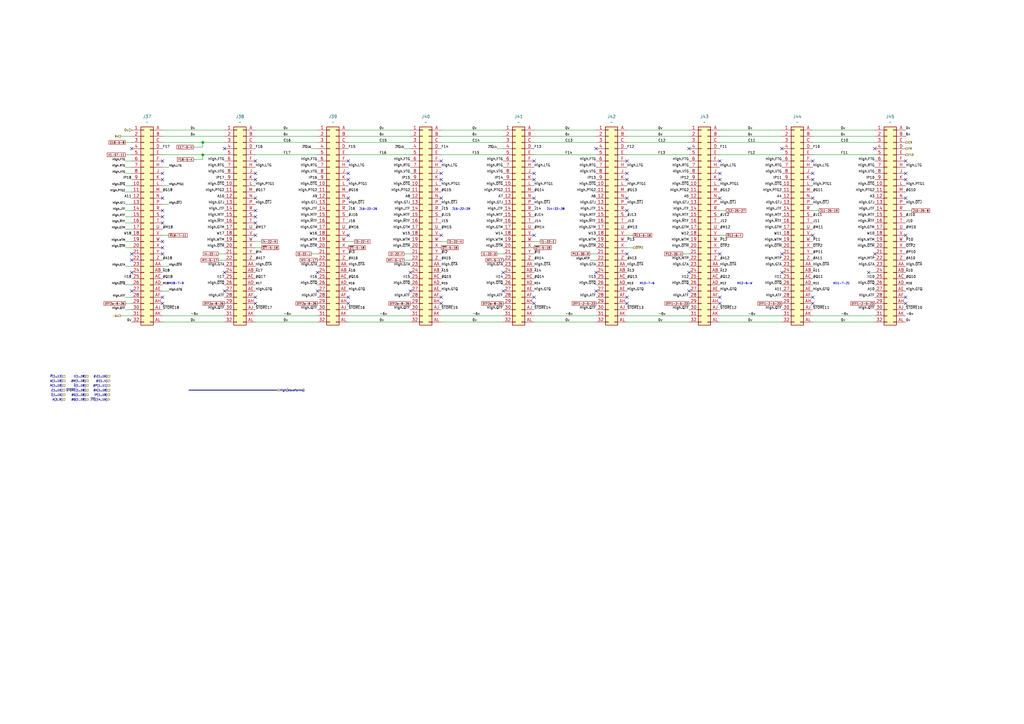
<source format=kicad_sch>
(kicad_sch (version 20211123) (generator eeschema)

  (uuid 0df75638-fa14-4bf3-b86d-61072c3334fe)

  (paper "A3")

  (lib_symbols
    (symbol "LSA:Conn_02x32" (pin_names (offset 1.016) hide) (in_bom yes) (on_board yes)
      (property "Reference" "J" (id 0) (at 1.27 40.64 0)
        (effects (font (size 1.27 1.27)))
      )
      (property "Value" "Conn_02x32" (id 1) (at 1.27 -43.18 0)
        (effects (font (size 1.27 1.27)))
      )
      (property "Footprint" "" (id 2) (at 0 0 0)
        (effects (font (size 1.27 1.27)) hide)
      )
      (property "Datasheet" "" (id 3) (at 0 0 0)
        (effects (font (size 1.27 1.27)) hide)
      )
      (property "ki_fp_filters" "Connector*:*_2x??_*" (id 4) (at 0 0 0)
        (effects (font (size 1.27 1.27)) hide)
      )
      (symbol "Conn_02x32_1_1"
        (rectangle (start -1.27 -40.513) (end 0 -40.767)
          (stroke (width 0.1524) (type default) (color 0 0 0 0))
          (fill (type none))
        )
        (rectangle (start -1.27 -37.973) (end 0 -38.227)
          (stroke (width 0.1524) (type default) (color 0 0 0 0))
          (fill (type none))
        )
        (rectangle (start -1.27 -35.433) (end 0 -35.687)
          (stroke (width 0.1524) (type default) (color 0 0 0 0))
          (fill (type none))
        )
        (rectangle (start -1.27 -32.893) (end 0 -33.147)
          (stroke (width 0.1524) (type default) (color 0 0 0 0))
          (fill (type none))
        )
        (rectangle (start -1.27 -30.353) (end 0 -30.607)
          (stroke (width 0.1524) (type default) (color 0 0 0 0))
          (fill (type none))
        )
        (rectangle (start -1.27 -27.813) (end 0 -28.067)
          (stroke (width 0.1524) (type default) (color 0 0 0 0))
          (fill (type none))
        )
        (rectangle (start -1.27 -25.273) (end 0 -25.527)
          (stroke (width 0.1524) (type default) (color 0 0 0 0))
          (fill (type none))
        )
        (rectangle (start -1.27 -22.733) (end 0 -22.987)
          (stroke (width 0.1524) (type default) (color 0 0 0 0))
          (fill (type none))
        )
        (rectangle (start -1.27 -20.193) (end 0 -20.447)
          (stroke (width 0.1524) (type default) (color 0 0 0 0))
          (fill (type none))
        )
        (rectangle (start -1.27 -17.653) (end 0 -17.907)
          (stroke (width 0.1524) (type default) (color 0 0 0 0))
          (fill (type none))
        )
        (rectangle (start -1.27 -15.113) (end 0 -15.367)
          (stroke (width 0.1524) (type default) (color 0 0 0 0))
          (fill (type none))
        )
        (rectangle (start -1.27 -12.573) (end 0 -12.827)
          (stroke (width 0.1524) (type default) (color 0 0 0 0))
          (fill (type none))
        )
        (rectangle (start -1.27 -10.033) (end 0 -10.287)
          (stroke (width 0.1524) (type default) (color 0 0 0 0))
          (fill (type none))
        )
        (rectangle (start -1.27 -7.493) (end 0 -7.747)
          (stroke (width 0.1524) (type default) (color 0 0 0 0))
          (fill (type none))
        )
        (rectangle (start -1.27 -4.953) (end 0 -5.207)
          (stroke (width 0.1524) (type default) (color 0 0 0 0))
          (fill (type none))
        )
        (rectangle (start -1.27 -2.413) (end 0 -2.667)
          (stroke (width 0.1524) (type default) (color 0 0 0 0))
          (fill (type none))
        )
        (rectangle (start -1.27 0.127) (end 0 -0.127)
          (stroke (width 0.1524) (type default) (color 0 0 0 0))
          (fill (type none))
        )
        (rectangle (start -1.27 2.667) (end 0 2.413)
          (stroke (width 0.1524) (type default) (color 0 0 0 0))
          (fill (type none))
        )
        (rectangle (start -1.27 5.207) (end 0 4.953)
          (stroke (width 0.1524) (type default) (color 0 0 0 0))
          (fill (type none))
        )
        (rectangle (start -1.27 7.747) (end 0 7.493)
          (stroke (width 0.1524) (type default) (color 0 0 0 0))
          (fill (type none))
        )
        (rectangle (start -1.27 10.287) (end 0 10.033)
          (stroke (width 0.1524) (type default) (color 0 0 0 0))
          (fill (type none))
        )
        (rectangle (start -1.27 12.827) (end 0 12.573)
          (stroke (width 0.1524) (type default) (color 0 0 0 0))
          (fill (type none))
        )
        (rectangle (start -1.27 15.367) (end 0 15.113)
          (stroke (width 0.1524) (type default) (color 0 0 0 0))
          (fill (type none))
        )
        (rectangle (start -1.27 17.907) (end 0 17.653)
          (stroke (width 0.1524) (type default) (color 0 0 0 0))
          (fill (type none))
        )
        (rectangle (start -1.27 20.447) (end 0 20.193)
          (stroke (width 0.1524) (type default) (color 0 0 0 0))
          (fill (type none))
        )
        (rectangle (start -1.27 22.987) (end 0 22.733)
          (stroke (width 0.1524) (type default) (color 0 0 0 0))
          (fill (type none))
        )
        (rectangle (start -1.27 25.527) (end 0 25.273)
          (stroke (width 0.1524) (type default) (color 0 0 0 0))
          (fill (type none))
        )
        (rectangle (start -1.27 28.067) (end 0 27.813)
          (stroke (width 0.1524) (type default) (color 0 0 0 0))
          (fill (type none))
        )
        (rectangle (start -1.27 30.607) (end 0 30.353)
          (stroke (width 0.1524) (type default) (color 0 0 0 0))
          (fill (type none))
        )
        (rectangle (start -1.27 33.147) (end 0 32.893)
          (stroke (width 0.1524) (type default) (color 0 0 0 0))
          (fill (type none))
        )
        (rectangle (start -1.27 35.687) (end 0 35.433)
          (stroke (width 0.1524) (type default) (color 0 0 0 0))
          (fill (type none))
        )
        (rectangle (start -1.27 38.227) (end 0 37.973)
          (stroke (width 0.1524) (type default) (color 0 0 0 0))
          (fill (type none))
        )
        (rectangle (start -1.27 39.37) (end 3.81 -41.91)
          (stroke (width 0.254) (type default) (color 0 0 0 0))
          (fill (type background))
        )
        (rectangle (start 3.81 -40.513) (end 2.54 -40.767)
          (stroke (width 0.1524) (type default) (color 0 0 0 0))
          (fill (type none))
        )
        (rectangle (start 3.81 -37.973) (end 2.54 -38.227)
          (stroke (width 0.1524) (type default) (color 0 0 0 0))
          (fill (type none))
        )
        (rectangle (start 3.81 -35.433) (end 2.54 -35.687)
          (stroke (width 0.1524) (type default) (color 0 0 0 0))
          (fill (type none))
        )
        (rectangle (start 3.81 -32.893) (end 2.54 -33.147)
          (stroke (width 0.1524) (type default) (color 0 0 0 0))
          (fill (type none))
        )
        (rectangle (start 3.81 -30.353) (end 2.54 -30.607)
          (stroke (width 0.1524) (type default) (color 0 0 0 0))
          (fill (type none))
        )
        (rectangle (start 3.81 -27.813) (end 2.54 -28.067)
          (stroke (width 0.1524) (type default) (color 0 0 0 0))
          (fill (type none))
        )
        (rectangle (start 3.81 -25.273) (end 2.54 -25.527)
          (stroke (width 0.1524) (type default) (color 0 0 0 0))
          (fill (type none))
        )
        (rectangle (start 3.81 -22.733) (end 2.54 -22.987)
          (stroke (width 0.1524) (type default) (color 0 0 0 0))
          (fill (type none))
        )
        (rectangle (start 3.81 -20.193) (end 2.54 -20.447)
          (stroke (width 0.1524) (type default) (color 0 0 0 0))
          (fill (type none))
        )
        (rectangle (start 3.81 -17.653) (end 2.54 -17.907)
          (stroke (width 0.1524) (type default) (color 0 0 0 0))
          (fill (type none))
        )
        (rectangle (start 3.81 -15.113) (end 2.54 -15.367)
          (stroke (width 0.1524) (type default) (color 0 0 0 0))
          (fill (type none))
        )
        (rectangle (start 3.81 -12.573) (end 2.54 -12.827)
          (stroke (width 0.1524) (type default) (color 0 0 0 0))
          (fill (type none))
        )
        (rectangle (start 3.81 -10.033) (end 2.54 -10.287)
          (stroke (width 0.1524) (type default) (color 0 0 0 0))
          (fill (type none))
        )
        (rectangle (start 3.81 -7.493) (end 2.54 -7.747)
          (stroke (width 0.1524) (type default) (color 0 0 0 0))
          (fill (type none))
        )
        (rectangle (start 3.81 -4.953) (end 2.54 -5.207)
          (stroke (width 0.1524) (type default) (color 0 0 0 0))
          (fill (type none))
        )
        (rectangle (start 3.81 -2.413) (end 2.54 -2.667)
          (stroke (width 0.1524) (type default) (color 0 0 0 0))
          (fill (type none))
        )
        (rectangle (start 3.81 0.127) (end 2.54 -0.127)
          (stroke (width 0.1524) (type default) (color 0 0 0 0))
          (fill (type none))
        )
        (rectangle (start 3.81 2.667) (end 2.54 2.413)
          (stroke (width 0.1524) (type default) (color 0 0 0 0))
          (fill (type none))
        )
        (rectangle (start 3.81 5.207) (end 2.54 4.953)
          (stroke (width 0.1524) (type default) (color 0 0 0 0))
          (fill (type none))
        )
        (rectangle (start 3.81 7.747) (end 2.54 7.493)
          (stroke (width 0.1524) (type default) (color 0 0 0 0))
          (fill (type none))
        )
        (rectangle (start 3.81 10.287) (end 2.54 10.033)
          (stroke (width 0.1524) (type default) (color 0 0 0 0))
          (fill (type none))
        )
        (rectangle (start 3.81 12.827) (end 2.54 12.573)
          (stroke (width 0.1524) (type default) (color 0 0 0 0))
          (fill (type none))
        )
        (rectangle (start 3.81 15.367) (end 2.54 15.113)
          (stroke (width 0.1524) (type default) (color 0 0 0 0))
          (fill (type none))
        )
        (rectangle (start 3.81 17.907) (end 2.54 17.653)
          (stroke (width 0.1524) (type default) (color 0 0 0 0))
          (fill (type none))
        )
        (rectangle (start 3.81 20.447) (end 2.54 20.193)
          (stroke (width 0.1524) (type default) (color 0 0 0 0))
          (fill (type none))
        )
        (rectangle (start 3.81 22.987) (end 2.54 22.733)
          (stroke (width 0.1524) (type default) (color 0 0 0 0))
          (fill (type none))
        )
        (rectangle (start 3.81 25.527) (end 2.54 25.273)
          (stroke (width 0.1524) (type default) (color 0 0 0 0))
          (fill (type none))
        )
        (rectangle (start 3.81 28.067) (end 2.54 27.813)
          (stroke (width 0.1524) (type default) (color 0 0 0 0))
          (fill (type none))
        )
        (rectangle (start 3.81 30.607) (end 2.54 30.353)
          (stroke (width 0.1524) (type default) (color 0 0 0 0))
          (fill (type none))
        )
        (rectangle (start 3.81 33.147) (end 2.54 32.893)
          (stroke (width 0.1524) (type default) (color 0 0 0 0))
          (fill (type none))
        )
        (rectangle (start 3.81 35.687) (end 2.54 35.433)
          (stroke (width 0.1524) (type default) (color 0 0 0 0))
          (fill (type none))
        )
        (rectangle (start 3.81 38.227) (end 2.54 37.973)
          (stroke (width 0.1524) (type default) (color 0 0 0 0))
          (fill (type none))
        )
        (pin passive line (at -5.08 38.1 0) (length 3.81)
          (name "Pin_1" (effects (font (size 1.27 1.27))))
          (number "1" (effects (font (size 1.27 1.27))))
        )
        (pin passive line (at -5.08 15.24 0) (length 3.81)
          (name "Pin_10" (effects (font (size 1.27 1.27))))
          (number "10" (effects (font (size 1.27 1.27))))
        )
        (pin passive line (at -5.08 12.7 0) (length 3.81)
          (name "Pin_11" (effects (font (size 1.27 1.27))))
          (number "11" (effects (font (size 1.27 1.27))))
        )
        (pin passive line (at -5.08 10.16 0) (length 3.81)
          (name "Pin_12" (effects (font (size 1.27 1.27))))
          (number "12" (effects (font (size 1.27 1.27))))
        )
        (pin passive line (at -5.08 7.62 0) (length 3.81)
          (name "Pin_13" (effects (font (size 1.27 1.27))))
          (number "13" (effects (font (size 1.27 1.27))))
        )
        (pin passive line (at -5.08 5.08 0) (length 3.81)
          (name "Pin_14" (effects (font (size 1.27 1.27))))
          (number "14" (effects (font (size 1.27 1.27))))
        )
        (pin passive line (at -5.08 2.54 0) (length 3.81)
          (name "Pin_15" (effects (font (size 1.27 1.27))))
          (number "15" (effects (font (size 1.27 1.27))))
        )
        (pin passive line (at -5.08 0 0) (length 3.81)
          (name "Pin_16" (effects (font (size 1.27 1.27))))
          (number "16" (effects (font (size 1.27 1.27))))
        )
        (pin passive line (at -5.08 -2.54 0) (length 3.81)
          (name "Pin_17" (effects (font (size 1.27 1.27))))
          (number "17" (effects (font (size 1.27 1.27))))
        )
        (pin passive line (at -5.08 -5.08 0) (length 3.81)
          (name "Pin_18" (effects (font (size 1.27 1.27))))
          (number "18" (effects (font (size 1.27 1.27))))
        )
        (pin passive line (at -5.08 -7.62 0) (length 3.81)
          (name "Pin_19" (effects (font (size 1.27 1.27))))
          (number "19" (effects (font (size 1.27 1.27))))
        )
        (pin passive line (at -5.08 35.56 0) (length 3.81)
          (name "Pin_2" (effects (font (size 1.27 1.27))))
          (number "2" (effects (font (size 1.27 1.27))))
        )
        (pin passive line (at -5.08 -10.16 0) (length 3.81)
          (name "Pin_20" (effects (font (size 1.27 1.27))))
          (number "20" (effects (font (size 1.27 1.27))))
        )
        (pin passive line (at -5.08 -12.7 0) (length 3.81)
          (name "Pin_21" (effects (font (size 1.27 1.27))))
          (number "21" (effects (font (size 1.27 1.27))))
        )
        (pin passive line (at -5.08 -15.24 0) (length 3.81)
          (name "Pin_22" (effects (font (size 1.27 1.27))))
          (number "22" (effects (font (size 1.27 1.27))))
        )
        (pin passive line (at -5.08 -17.78 0) (length 3.81)
          (name "Pin_23" (effects (font (size 1.27 1.27))))
          (number "23" (effects (font (size 1.27 1.27))))
        )
        (pin passive line (at -5.08 -20.32 0) (length 3.81)
          (name "Pin_24" (effects (font (size 1.27 1.27))))
          (number "24" (effects (font (size 1.27 1.27))))
        )
        (pin passive line (at -5.08 -22.86 0) (length 3.81)
          (name "Pin_25" (effects (font (size 1.27 1.27))))
          (number "25" (effects (font (size 1.27 1.27))))
        )
        (pin passive line (at -5.08 -25.4 0) (length 3.81)
          (name "Pin_26" (effects (font (size 1.27 1.27))))
          (number "26" (effects (font (size 1.27 1.27))))
        )
        (pin passive line (at -5.08 -27.94 0) (length 3.81)
          (name "Pin_27" (effects (font (size 1.27 1.27))))
          (number "27" (effects (font (size 1.27 1.27))))
        )
        (pin passive line (at -5.08 -30.48 0) (length 3.81)
          (name "Pin_28" (effects (font (size 1.27 1.27))))
          (number "28" (effects (font (size 1.27 1.27))))
        )
        (pin passive line (at -5.08 -33.02 0) (length 3.81)
          (name "Pin_29" (effects (font (size 1.27 1.27))))
          (number "29" (effects (font (size 1.27 1.27))))
        )
        (pin passive line (at -5.08 33.02 0) (length 3.81)
          (name "Pin_3" (effects (font (size 1.27 1.27))))
          (number "3" (effects (font (size 1.27 1.27))))
        )
        (pin passive line (at -5.08 -35.56 0) (length 3.81)
          (name "Pin_30" (effects (font (size 1.27 1.27))))
          (number "30" (effects (font (size 1.27 1.27))))
        )
        (pin passive line (at -5.08 -38.1 0) (length 3.81)
          (name "Pin_31" (effects (font (size 1.27 1.27))))
          (number "31" (effects (font (size 1.27 1.27))))
        )
        (pin passive line (at -5.08 -40.64 0) (length 3.81)
          (name "Pin_32" (effects (font (size 1.27 1.27))))
          (number "32" (effects (font (size 1.27 1.27))))
        )
        (pin passive line (at -5.08 30.48 0) (length 3.81)
          (name "Pin_4" (effects (font (size 1.27 1.27))))
          (number "4" (effects (font (size 1.27 1.27))))
        )
        (pin passive line (at -5.08 27.94 0) (length 3.81)
          (name "Pin_5" (effects (font (size 1.27 1.27))))
          (number "5" (effects (font (size 1.27 1.27))))
        )
        (pin passive line (at -5.08 25.4 0) (length 3.81)
          (name "Pin_6" (effects (font (size 1.27 1.27))))
          (number "6" (effects (font (size 1.27 1.27))))
        )
        (pin passive line (at -5.08 22.86 0) (length 3.81)
          (name "Pin_7" (effects (font (size 1.27 1.27))))
          (number "7" (effects (font (size 1.27 1.27))))
        )
        (pin passive line (at -5.08 20.32 0) (length 3.81)
          (name "Pin_8" (effects (font (size 1.27 1.27))))
          (number "8" (effects (font (size 1.27 1.27))))
        )
        (pin passive line (at -5.08 17.78 0) (length 3.81)
          (name "Pin_9" (effects (font (size 1.27 1.27))))
          (number "9" (effects (font (size 1.27 1.27))))
        )
        (pin passive line (at 7.62 38.1 180) (length 3.81)
          (name "Pin_A" (effects (font (size 1.27 1.27))))
          (number "A" (effects (font (size 1.27 1.27))))
        )
        (pin passive line (at 7.62 -17.78 180) (length 3.81)
          (name "Pin_AA" (effects (font (size 1.27 1.27))))
          (number "AA" (effects (font (size 1.27 1.27))))
        )
        (pin passive line (at 7.62 -20.32 180) (length 3.81)
          (name "Pin_AB" (effects (font (size 1.27 1.27))))
          (number "AB" (effects (font (size 1.27 1.27))))
        )
        (pin passive line (at 7.62 -22.86 180) (length 3.81)
          (name "Pin_AC" (effects (font (size 1.27 1.27))))
          (number "AC" (effects (font (size 1.27 1.27))))
        )
        (pin passive line (at 7.62 -25.4 180) (length 3.81)
          (name "Pin_AD" (effects (font (size 1.27 1.27))))
          (number "AD" (effects (font (size 1.27 1.27))))
        )
        (pin passive line (at 7.62 -27.94 180) (length 3.81)
          (name "Pin_AE" (effects (font (size 1.27 1.27))))
          (number "AE" (effects (font (size 1.27 1.27))))
        )
        (pin passive line (at 7.62 -30.48 180) (length 3.81)
          (name "Pin_AF" (effects (font (size 1.27 1.27))))
          (number "AF" (effects (font (size 1.27 1.27))))
        )
        (pin passive line (at 7.62 -33.02 180) (length 3.81)
          (name "Pin_AH" (effects (font (size 1.27 1.27))))
          (number "AH" (effects (font (size 1.27 1.27))))
        )
        (pin passive line (at 7.62 -35.56 180) (length 3.81)
          (name "Pin_AJ" (effects (font (size 1.27 1.27))))
          (number "AJ" (effects (font (size 1.27 1.27))))
        )
        (pin passive line (at 7.62 -38.1 180) (length 3.81)
          (name "Pin_AK" (effects (font (size 1.27 1.27))))
          (number "AK" (effects (font (size 1.27 1.27))))
        )
        (pin passive line (at 7.62 -40.64 180) (length 3.81)
          (name "Pin_AL" (effects (font (size 1.27 1.27))))
          (number "AL" (effects (font (size 1.27 1.27))))
        )
        (pin passive line (at 7.62 35.56 180) (length 3.81)
          (name "Pin_B" (effects (font (size 1.27 1.27))))
          (number "B" (effects (font (size 1.27 1.27))))
        )
        (pin passive line (at 7.62 33.02 180) (length 3.81)
          (name "Pin_C" (effects (font (size 1.27 1.27))))
          (number "C" (effects (font (size 1.27 1.27))))
        )
        (pin passive line (at 7.62 30.48 180) (length 3.81)
          (name "Pin_D" (effects (font (size 1.27 1.27))))
          (number "D" (effects (font (size 1.27 1.27))))
        )
        (pin passive line (at 7.62 27.94 180) (length 3.81)
          (name "Pin_E" (effects (font (size 1.27 1.27))))
          (number "E" (effects (font (size 1.27 1.27))))
        )
        (pin passive line (at 7.62 25.4 180) (length 3.81)
          (name "Pin_F" (effects (font (size 1.27 1.27))))
          (number "F" (effects (font (size 1.27 1.27))))
        )
        (pin passive line (at 7.62 22.86 180) (length 3.81)
          (name "Pin_H" (effects (font (size 1.27 1.27))))
          (number "H" (effects (font (size 1.27 1.27))))
        )
        (pin passive line (at 7.62 20.32 180) (length 3.81)
          (name "Pin_J" (effects (font (size 1.27 1.27))))
          (number "J" (effects (font (size 1.27 1.27))))
        )
        (pin passive line (at 7.62 17.78 180) (length 3.81)
          (name "Pin_K" (effects (font (size 1.27 1.27))))
          (number "K" (effects (font (size 1.27 1.27))))
        )
        (pin passive line (at 7.62 15.24 180) (length 3.81)
          (name "Pin_L" (effects (font (size 1.27 1.27))))
          (number "L" (effects (font (size 1.27 1.27))))
        )
        (pin passive line (at 7.62 12.7 180) (length 3.81)
          (name "Pin_M" (effects (font (size 1.27 1.27))))
          (number "M" (effects (font (size 1.27 1.27))))
        )
        (pin passive line (at 7.62 10.16 180) (length 3.81)
          (name "Pin_N" (effects (font (size 1.27 1.27))))
          (number "N" (effects (font (size 1.27 1.27))))
        )
        (pin passive line (at 7.62 7.62 180) (length 3.81)
          (name "Pin_P" (effects (font (size 1.27 1.27))))
          (number "P" (effects (font (size 1.27 1.27))))
        )
        (pin passive line (at 7.62 5.08 180) (length 3.81)
          (name "Pin_R" (effects (font (size 1.27 1.27))))
          (number "R" (effects (font (size 1.27 1.27))))
        )
        (pin passive line (at 7.62 2.54 180) (length 3.81)
          (name "Pin_S" (effects (font (size 1.27 1.27))))
          (number "S" (effects (font (size 1.27 1.27))))
        )
        (pin passive line (at 7.62 0 180) (length 3.81)
          (name "Pin_T" (effects (font (size 1.27 1.27))))
          (number "T" (effects (font (size 1.27 1.27))))
        )
        (pin passive line (at 7.62 -2.54 180) (length 3.81)
          (name "Pin_U" (effects (font (size 1.27 1.27))))
          (number "U" (effects (font (size 1.27 1.27))))
        )
        (pin passive line (at 7.62 -5.08 180) (length 3.81)
          (name "Pin_V" (effects (font (size 1.27 1.27))))
          (number "V" (effects (font (size 1.27 1.27))))
        )
        (pin passive line (at 7.62 -7.62 180) (length 3.81)
          (name "Pin_W" (effects (font (size 1.27 1.27))))
          (number "W" (effects (font (size 1.27 1.27))))
        )
        (pin passive line (at 7.62 -10.16 180) (length 3.81)
          (name "Pin_X" (effects (font (size 1.27 1.27))))
          (number "X" (effects (font (size 1.27 1.27))))
        )
        (pin passive line (at 7.62 -12.7 180) (length 3.81)
          (name "Pin_Y" (effects (font (size 1.27 1.27))))
          (number "Y" (effects (font (size 1.27 1.27))))
        )
        (pin passive line (at 7.62 -15.24 180) (length 3.81)
          (name "Pin_Z" (effects (font (size 1.27 1.27))))
          (number "Z" (effects (font (size 1.27 1.27))))
        )
      )
    )
  )

  (junction (at 83.185 58.42) (diameter 0) (color 0 0 0 0)
    (uuid 3803bdf9-fd51-430e-919d-4fed718a31ee)
  )
  (junction (at 83.185 63.5) (diameter 0) (color 0 0 0 0)
    (uuid a0a36f8b-4e08-4669-aa4c-2565f870df05)
  )

  (no_connect (at 66.675 66.04) (uuid 02a990db-a382-4944-b52b-9a955cffd4c2))
  (no_connect (at 66.675 124.46) (uuid 03f39749-41e5-40ca-becf-4c5e42e0ed96))
  (no_connect (at 180.975 121.92) (uuid 061d7c6e-1d27-4448-a39f-76492c6fc582))
  (no_connect (at 333.375 124.46) (uuid 07bc1688-ad89-413e-9f10-d0fbd1a28f28))
  (no_connect (at 53.975 60.96) (uuid 08ba2c9d-3cb4-44ba-aa8f-9d36ffd09379))
  (no_connect (at 104.775 121.92) (uuid 08c33720-629b-4d2a-a165-17683de78e34))
  (no_connect (at 92.075 111.76) (uuid 0bb48739-3924-4a18-a7e7-f1192b23d7fe))
  (no_connect (at 104.775 86.36) (uuid 0ca6453f-2dce-4c23-92b6-f4500e7a1581))
  (no_connect (at 53.975 119.38) (uuid 0ecde784-4422-4d8b-a84b-38973468d644))
  (no_connect (at 66.675 91.44) (uuid 0f386065-79dc-458d-80e0-74c3c0c871f8))
  (no_connect (at 130.175 119.38) (uuid 10301e5c-909b-425f-a2af-498c3ed20491))
  (no_connect (at 333.375 121.92) (uuid 108019de-6eee-4cce-aa98-0f644fe1bea2))
  (no_connect (at 92.075 119.38) (uuid 1263f549-c41e-4844-acd8-ebc13d32ebe7))
  (no_connect (at 371.475 71.12) (uuid 1b5cc713-954a-40e4-928f-e0368cc33861))
  (no_connect (at 66.675 73.66) (uuid 1bfe19a3-8894-4d06-af4f-799866d81a12))
  (no_connect (at 66.675 88.9) (uuid 1f4d7c86-94be-4000-88c0-90c5b311f325))
  (no_connect (at 320.675 60.96) (uuid 204183bb-3fbd-45e6-a27f-5b62a964459a))
  (no_connect (at 295.275 71.12) (uuid 22f44476-131a-4d0e-b4fe-607077994bcd))
  (no_connect (at 257.175 71.12) (uuid 24c3909f-c092-4eb3-a767-820104e81d93))
  (no_connect (at 295.275 73.66) (uuid 26345668-ff10-43f6-8839-8e275b2db209))
  (no_connect (at 371.475 66.04) (uuid 27c496d0-5342-4d0e-b0b7-2c46ebed1a28))
  (no_connect (at 257.175 86.36) (uuid 2a386f34-27e4-4322-84d0-41cd7683db11))
  (no_connect (at 244.475 60.96) (uuid 2eddd978-b190-4f30-8a36-b5e9532c6e38))
  (no_connect (at 180.975 71.12) (uuid 31d3ff29-f574-4427-b467-ca2fcd3661be))
  (no_connect (at 104.775 91.44) (uuid 35f11b92-8077-4648-b476-44d2226460d6))
  (no_connect (at 142.875 66.04) (uuid 4757e39d-83e9-420e-849a-92d407087180))
  (no_connect (at 219.075 81.28) (uuid 47acb172-71ed-4944-baa2-a57559d0433d))
  (no_connect (at 104.775 73.66) (uuid 4abac643-9402-47d2-89ae-399f623a2e90))
  (no_connect (at 333.375 73.66) (uuid 4b4a7836-a493-45a0-a62d-b4ada8e8b2e4))
  (no_connect (at 371.475 96.52) (uuid 4c488454-c559-4080-b55f-a63ae866c312))
  (no_connect (at 104.775 96.52) (uuid 4c4bbdff-45b3-4709-9158-753dd308095f))
  (no_connect (at 371.475 73.66) (uuid 4cf0112b-b4a6-4881-84d9-3bc718cc4077))
  (no_connect (at 244.475 119.38) (uuid 4d45978c-979f-4338-87ee-6c849ff579f3))
  (no_connect (at 168.275 111.76) (uuid 50c12449-3978-45cf-8b62-ea55b98b2b6c))
  (no_connect (at 257.175 124.46) (uuid 568556f7-4b4c-4638-8986-0cf7d1701fca))
  (no_connect (at 104.775 81.28) (uuid 56892b4b-8a28-442f-98f6-de0329faf7f6))
  (no_connect (at 295.275 66.04) (uuid 56e08106-86bd-4cf7-9c1c-ca94ced30985))
  (no_connect (at 282.575 119.38) (uuid 5c3e6bf2-cdb0-481e-978e-55458c1ccafd))
  (no_connect (at 257.175 104.14) (uuid 5e221909-fce2-434a-9aee-7161602dc3b9))
  (no_connect (at 104.775 124.46) (uuid 6031bbc4-349a-42e8-86a8-7efaee753dd0))
  (no_connect (at 371.475 121.92) (uuid 628b105c-20ca-4e6b-a138-6232130086fd))
  (no_connect (at 358.775 60.96) (uuid 63ea5c55-0cc2-4f3f-a890-0c8ea4d6ca4b))
  (no_connect (at 320.675 104.14) (uuid 65a7513c-ee7e-47aa-be82-eaf0bad865b7))
  (no_connect (at 104.775 66.04) (uuid 73d24fa3-b216-424d-856f-0ec5851f27fd))
  (no_connect (at 295.275 81.28) (uuid 73fcfb37-bc19-4fdf-9209-9cebeb826387))
  (no_connect (at 92.075 60.96) (uuid 77cdcda3-b40c-496e-adbe-640ebae68efd))
  (no_connect (at 219.075 121.92) (uuid 79464b95-7e0a-4de9-b1f1-4a4177969471))
  (no_connect (at 219.075 66.04) (uuid 7ba88b97-0e84-4986-8182-b9f969d8871c))
  (no_connect (at 257.175 81.28) (uuid 7e335fc0-3ba6-445b-bf62-97bc24f869ee))
  (no_connect (at 333.375 81.28) (uuid 7e67ed4d-d8ac-40e6-a639-9213fea7c7ff))
  (no_connect (at 142.875 121.92) (uuid 80363289-deea-4de1-8ed2-b4674d695a77))
  (no_connect (at 142.875 96.52) (uuid 8291c699-26f6-4da9-bbcb-2456e4e1438c))
  (no_connect (at 142.875 124.46) (uuid 8344c54b-e4ac-481b-9be0-9a2f6b9e013c))
  (no_connect (at 358.775 104.14) (uuid 846c5862-5a9f-4eb1-b38f-89968a7e31ee))
  (no_connect (at 295.275 124.46) (uuid 8d1d6dd2-a2b7-48a1-ac3d-527a2b863444))
  (no_connect (at 356.235 111.76) (uuid 90720bc1-1e35-444c-9a47-d941043878b8))
  (no_connect (at 53.975 106.68) (uuid 925c7595-f9fa-4527-8bf7-8c4c9209fcb1))
  (no_connect (at 142.875 73.66) (uuid 944dce68-8aa2-4ff3-a91d-768ca7cb455c))
  (no_connect (at 371.475 81.28) (uuid 962c59a9-d635-44a5-a568-800483d1d751))
  (no_connect (at 180.975 96.52) (uuid 96bcd812-112c-485c-8ffd-3364de6c14ef))
  (no_connect (at 104.775 71.12) (uuid 99b923bd-f746-4ddf-bd13-803d05e74c44))
  (no_connect (at 104.775 88.9) (uuid 9bf6412d-0c87-4229-8611-a4ebd0e53a07))
  (no_connect (at 219.075 96.52) (uuid 9f34211c-a4e5-4b8c-9bcd-b35feb56904c))
  (no_connect (at 295.275 104.14) (uuid 9f6251c1-4678-49e8-9e12-3b96f0d7838d))
  (no_connect (at 219.075 71.12) (uuid 9f940084-4f30-4596-8800-a3f8e890c569))
  (no_connect (at 219.075 124.46) (uuid a2f55e2f-d51f-4c95-ad32-ae89b8edd0a1))
  (no_connect (at 66.675 86.36) (uuid aa81e104-0d87-4f47-83a3-90bb6c37d699))
  (no_connect (at 320.675 111.76) (uuid ab41240a-ec97-427a-8b40-128a62436d3f))
  (no_connect (at 257.175 73.66) (uuid b4dbd41e-2262-42d4-9163-47304c056cbb))
  (no_connect (at 53.975 111.76) (uuid b4eca42b-554a-48fa-be7a-5236a126efb9))
  (no_connect (at 130.175 111.76) (uuid b8ad2792-072e-4b62-9ef8-1b9cb878f4e9))
  (no_connect (at 66.675 81.28) (uuid b9283920-44a3-4e29-aeb0-4e58e04a7e35))
  (no_connect (at 180.975 81.28) (uuid ba0fd213-8b92-4d54-960f-18ac8612f5bc))
  (no_connect (at 295.275 121.92) (uuid be301499-9e72-4cf8-9319-110cc5895041))
  (no_connect (at 371.475 124.46) (uuid c19fa5bd-7bba-48d6-bc91-c5b1a789c4e7))
  (no_connect (at 53.975 104.14) (uuid c448cd5e-95f4-413a-b727-89643877b726))
  (no_connect (at 333.375 96.52) (uuid c656f0dc-7c0a-4a7f-9f4a-60b3c29a2103))
  (no_connect (at 257.175 121.92) (uuid c66dff08-7c63-4a2f-8abb-daf22791a355))
  (no_connect (at 282.575 60.96) (uuid c83fa9ca-c277-454f-a744-2f569ea2490f))
  (no_connect (at 142.875 81.28) (uuid c92ca99f-8050-410b-9deb-82206ceb6e40))
  (no_connect (at 206.375 119.38) (uuid ca2efbff-30ae-42c4-97d2-b7194bfc70e8))
  (no_connect (at 257.175 66.04) (uuid cce2fcfa-512c-418d-af3c-c79e432d6892))
  (no_connect (at 180.975 124.46) (uuid cd448f28-8ff8-4769-af92-7918544a94de))
  (no_connect (at 142.875 71.12) (uuid cfaaef2d-4c0f-4f91-9786-96e87ba5b9b1))
  (no_connect (at 333.375 66.04) (uuid d1f3b89c-e6a5-44fc-822e-fd1f00b342fb))
  (no_connect (at 168.275 119.38) (uuid df14cfb2-f38a-45eb-8e38-4f959da324a5))
  (no_connect (at 180.975 73.66) (uuid e0583613-fda6-42b3-9a75-c3acf11a10e1))
  (no_connect (at 219.075 73.66) (uuid e2cb774f-dbbf-4ce0-8faa-578bba55d13e))
  (no_connect (at 66.675 71.12) (uuid e6ec0c8c-7ef5-4402-89ef-c5e15efc5063))
  (no_connect (at 180.975 66.04) (uuid ed7a4e07-b01e-47f7-8eb7-28fab5b93679))
  (no_connect (at 66.675 99.06) (uuid f2081efe-c3ea-45cc-b309-3f3772e8263b))
  (no_connect (at 206.375 111.76) (uuid f5cd1175-00e4-4814-aab8-c3e71791691c))
  (no_connect (at 66.675 121.92) (uuid f7b66606-e5dc-4a78-856c-3d9e2bd61ebd))
  (no_connect (at 66.675 104.14) (uuid fb1fdcf0-93b6-4a6b-a0aa-d25b581ccc07))
  (no_connect (at 333.375 71.12) (uuid fb67c4a2-17de-420e-afef-53490986dc57))
  (no_connect (at 244.475 111.76) (uuid fdec53d7-d50b-4ff1-aeff-837eb4aa633c))
  (no_connect (at 66.675 101.6) (uuid fe657082-c6d2-46fb-8623-1c6b5cbb9a23))
  (no_connect (at 282.575 111.76) (uuid fea56482-f78c-443a-b1a2-f8249458d502))

  (wire (pts (xy 203.835 104.14) (xy 206.375 104.14))
    (stroke (width 0) (type default) (color 0 0 0 0))
    (uuid 04dbbacb-2eaa-41d0-8464-0af2bc84ede9)
  )
  (wire (pts (xy 257.175 132.08) (xy 282.575 132.08))
    (stroke (width 0) (type default) (color 0 0 0 0))
    (uuid 09b9ca5e-f2ec-4777-8837-852419994d25)
  )
  (wire (pts (xy 142.875 132.08) (xy 168.275 132.08))
    (stroke (width 0) (type default) (color 0 0 0 0))
    (uuid 0bd66dce-ae1a-4a49-91f4-c875eca9f96d)
  )
  (wire (pts (xy 333.375 132.08) (xy 358.775 132.08))
    (stroke (width 0) (type default) (color 0 0 0 0))
    (uuid 0de0f0e5-14b1-4ab1-a006-4a46b6886706)
  )
  (wire (pts (xy 69.215 68.58) (xy 66.675 68.58))
    (stroke (width 0) (type default) (color 0 0 0 0))
    (uuid 1187a43a-ab4f-4020-a59c-1c9dbe6172fa)
  )
  (wire (pts (xy 69.215 96.52) (xy 66.675 96.52))
    (stroke (width 0) (type default) (color 0 0 0 0))
    (uuid 12b478c7-5ad3-4e0f-98ab-bbc452ad2021)
  )
  (wire (pts (xy 333.375 129.54) (xy 358.775 129.54))
    (stroke (width 0) (type default) (color 0 0 0 0))
    (uuid 1362f1ee-3e2b-4514-9287-1126ac0a11e6)
  )
  (wire (pts (xy 51.435 99.06) (xy 53.975 99.06))
    (stroke (width 0) (type default) (color 0 0 0 0))
    (uuid 1375b09b-38ab-47e3-985d-602b425df225)
  )
  (wire (pts (xy 104.775 129.54) (xy 130.175 129.54))
    (stroke (width 0) (type default) (color 0 0 0 0))
    (uuid 13a216b5-072e-41d7-8bd8-a6ee4b880efb)
  )
  (wire (pts (xy 165.735 60.96) (xy 168.275 60.96))
    (stroke (width 0) (type default) (color 0 0 0 0))
    (uuid 142d774b-e47a-468a-800b-04a735c66224)
  )
  (wire (pts (xy 219.075 55.88) (xy 244.475 55.88))
    (stroke (width 0) (type default) (color 0 0 0 0))
    (uuid 14bcf9c4-467d-4f01-bfd2-c556fafa700d)
  )
  (wire (pts (xy 51.435 109.22) (xy 53.975 109.22))
    (stroke (width 0) (type default) (color 0 0 0 0))
    (uuid 16ada568-1ffd-4220-aff9-04ae57e9ce09)
  )
  (wire (pts (xy 66.675 55.88) (xy 92.075 55.88))
    (stroke (width 0) (type default) (color 0 0 0 0))
    (uuid 1847550d-612b-4eb7-97e1-01de87f177ce)
  )
  (wire (pts (xy 69.215 109.22) (xy 66.675 109.22))
    (stroke (width 0) (type default) (color 0 0 0 0))
    (uuid 1c21216e-362b-45b6-b4f3-e1432ba36603)
  )
  (wire (pts (xy 356.235 111.76) (xy 358.775 111.76))
    (stroke (width 0) (type default) (color 0 0 0 0))
    (uuid 1c2f418b-d726-43e5-bc9a-875e5fb6e527)
  )
  (wire (pts (xy 49.53 129.54) (xy 53.975 129.54))
    (stroke (width 0) (type default) (color 0 0 0 0))
    (uuid 1e88481b-f206-4b74-81fb-e636c429c52f)
  )
  (wire (pts (xy 104.775 58.42) (xy 130.175 58.42))
    (stroke (width 0) (type default) (color 0 0 0 0))
    (uuid 1f2d8eac-9cb6-436d-bf03-7fd1cb3d0a84)
  )
  (wire (pts (xy 180.975 129.54) (xy 206.375 129.54))
    (stroke (width 0) (type default) (color 0 0 0 0))
    (uuid 235d814b-cfce-46fd-876c-d30f3ddab3d2)
  )
  (wire (pts (xy 127.635 60.96) (xy 130.175 60.96))
    (stroke (width 0) (type default) (color 0 0 0 0))
    (uuid 25212781-52c2-4915-93a9-929c8fc0a709)
  )
  (wire (pts (xy 66.675 58.42) (xy 83.185 58.42))
    (stroke (width 0) (type default) (color 0 0 0 0))
    (uuid 29025651-b95b-499b-bff9-29d99a7e163d)
  )
  (wire (pts (xy 51.435 101.6) (xy 53.975 101.6))
    (stroke (width 0) (type default) (color 0 0 0 0))
    (uuid 2cc59444-3100-4e67-960f-e18874384b81)
  )
  (wire (pts (xy 295.275 55.88) (xy 320.675 55.88))
    (stroke (width 0) (type default) (color 0 0 0 0))
    (uuid 2fe6de7c-cfd4-4df5-9883-da851d4678df)
  )
  (wire (pts (xy 241.935 104.14) (xy 244.475 104.14))
    (stroke (width 0) (type default) (color 0 0 0 0))
    (uuid 31864af8-ac76-4ccd-80bc-21589d3b0187)
  )
  (wire (pts (xy 83.185 65.405) (xy 83.185 63.5))
    (stroke (width 0) (type default) (color 0 0 0 0))
    (uuid 320e3427-1fb8-436d-a08e-bda56c1f5fb2)
  )
  (wire (pts (xy 66.675 119.38) (xy 69.215 119.38))
    (stroke (width 0) (type default) (color 0 0 0 0))
    (uuid 32e23fde-8956-470e-b666-10f0a077658a)
  )
  (wire (pts (xy 295.275 53.34) (xy 320.675 53.34))
    (stroke (width 0) (type default) (color 0 0 0 0))
    (uuid 33bcece0-b580-4b7e-a758-b967475a7017)
  )
  (wire (pts (xy 51.435 68.58) (xy 53.975 68.58))
    (stroke (width 0) (type default) (color 0 0 0 0))
    (uuid 33d3f332-7b29-4a2d-b3a5-b9b477120bd7)
  )
  (wire (pts (xy 257.175 55.88) (xy 282.575 55.88))
    (stroke (width 0) (type default) (color 0 0 0 0))
    (uuid 3b599846-6d45-440a-973c-3c5374f8a747)
  )
  (wire (pts (xy 69.215 83.82) (xy 66.675 83.82))
    (stroke (width 0) (type default) (color 0 0 0 0))
    (uuid 3c439ba9-a6e6-42bc-ad97-d3dfd0821fde)
  )
  (wire (pts (xy 180.975 132.08) (xy 206.375 132.08))
    (stroke (width 0) (type default) (color 0 0 0 0))
    (uuid 3f6a4b13-c3f0-454d-baca-ed9287c2beb4)
  )
  (wire (pts (xy 295.275 58.42) (xy 320.675 58.42))
    (stroke (width 0) (type default) (color 0 0 0 0))
    (uuid 404d4b78-b5f9-4af4-8ebd-29c697801f99)
  )
  (wire (pts (xy 51.435 76.2) (xy 53.975 76.2))
    (stroke (width 0) (type default) (color 0 0 0 0))
    (uuid 427caa44-20f2-43d0-8ee1-fa8b888d85a7)
  )
  (wire (pts (xy 142.875 53.34) (xy 168.275 53.34))
    (stroke (width 0) (type default) (color 0 0 0 0))
    (uuid 43f9030d-d627-4d4b-b041-99ef1e39a40f)
  )
  (wire (pts (xy 259.715 96.52) (xy 257.175 96.52))
    (stroke (width 0) (type default) (color 0 0 0 0))
    (uuid 4ccba48c-56bc-4b99-84eb-28f8ca449873)
  )
  (wire (pts (xy 297.815 86.36) (xy 295.275 86.36))
    (stroke (width 0) (type default) (color 0 0 0 0))
    (uuid 52f2676d-0750-4121-b4d0-ad2b09885422)
  )
  (wire (pts (xy 51.435 127) (xy 53.975 127))
    (stroke (width 0) (type default) (color 0 0 0 0))
    (uuid 54eea350-8bd8-45cd-bbae-ade34db4ff6b)
  )
  (wire (pts (xy 51.435 78.74) (xy 53.975 78.74))
    (stroke (width 0) (type default) (color 0 0 0 0))
    (uuid 56aee7a9-6f58-479f-96a8-69f63b1c0098)
  )
  (wire (pts (xy 280.035 104.14) (xy 282.575 104.14))
    (stroke (width 0) (type default) (color 0 0 0 0))
    (uuid 5a9d8893-fc5a-47f5-a72b-166fbb86cc77)
  )
  (wire (pts (xy 295.275 132.08) (xy 320.675 132.08))
    (stroke (width 0) (type default) (color 0 0 0 0))
    (uuid 5ada9f28-89d2-45a2-8d88-a1015bda1687)
  )
  (wire (pts (xy 89.535 104.14) (xy 92.075 104.14))
    (stroke (width 0) (type default) (color 0 0 0 0))
    (uuid 5fa2a750-4829-47a4-9b89-0f65b784c5ad)
  )
  (wire (pts (xy 183.515 99.06) (xy 180.975 99.06))
    (stroke (width 0) (type default) (color 0 0 0 0))
    (uuid 63bbf5da-6cc7-4532-b9d8-9edbec6d175e)
  )
  (wire (pts (xy 145.415 99.06) (xy 142.875 99.06))
    (stroke (width 0) (type default) (color 0 0 0 0))
    (uuid 67c55b07-d33e-400c-904a-33c9384eeeda)
  )
  (wire (pts (xy 83.185 63.5) (xy 92.075 63.5))
    (stroke (width 0) (type default) (color 0 0 0 0))
    (uuid 6cfd4719-1e1e-4615-8bb0-3d686eeaf1e3)
  )
  (wire (pts (xy 51.435 124.46) (xy 53.975 124.46))
    (stroke (width 0) (type default) (color 0 0 0 0))
    (uuid 6d2db855-0e2b-4af7-b083-cfbd2877edd0)
  )
  (wire (pts (xy 66.675 63.5) (xy 83.185 63.5))
    (stroke (width 0) (type default) (color 0 0 0 0))
    (uuid 6dc0c09b-50ed-4bec-af57-65f72a230f52)
  )
  (wire (pts (xy 51.435 63.5) (xy 53.975 63.5))
    (stroke (width 0) (type default) (color 0 0 0 0))
    (uuid 709106f4-2a87-4683-b916-8cb020446fdb)
  )
  (wire (pts (xy 104.775 63.5) (xy 130.175 63.5))
    (stroke (width 0) (type default) (color 0 0 0 0))
    (uuid 7103eaf5-ebe5-4bdb-a452-f09e70b177bd)
  )
  (wire (pts (xy 142.875 58.42) (xy 168.275 58.42))
    (stroke (width 0) (type default) (color 0 0 0 0))
    (uuid 7542118e-e3bc-40d7-9ec9-64868aa631ac)
  )
  (wire (pts (xy 241.935 106.68) (xy 244.475 106.68))
    (stroke (width 0) (type default) (color 0 0 0 0))
    (uuid 75a34ed7-e028-4eef-91aa-72fdb55772a9)
  )
  (wire (pts (xy 374.015 86.36) (xy 371.475 86.36))
    (stroke (width 0) (type default) (color 0 0 0 0))
    (uuid 7784fb9a-e2d0-4ced-931e-ffada1fbe709)
  )
  (wire (pts (xy 221.615 99.06) (xy 219.075 99.06))
    (stroke (width 0) (type default) (color 0 0 0 0))
    (uuid 79e08343-1b64-4710-a873-bc5192a47f39)
  )
  (wire (pts (xy 295.275 96.52) (xy 297.815 96.52))
    (stroke (width 0) (type default) (color 0 0 0 0))
    (uuid 7a9d4bbc-9095-4301-832f-1a5f077d5b90)
  )
  (wire (pts (xy 142.875 55.88) (xy 168.275 55.88))
    (stroke (width 0) (type default) (color 0 0 0 0))
    (uuid 7b8186e3-31f5-47c0-89ac-ec2fb9e7d454)
  )
  (wire (pts (xy 219.075 53.34) (xy 244.475 53.34))
    (stroke (width 0) (type default) (color 0 0 0 0))
    (uuid 7f74dd31-d3f7-49e7-9ade-c05280b7f408)
  )
  (bus (pts (xy 77.47 160.02) (xy 113.665 160.02))
    (stroke (width 0) (type default) (color 0 0 0 0))
    (uuid 83df9688-cf5b-4ceb-ad07-bf41718f5b4a)
  )

  (wire (pts (xy 295.275 129.54) (xy 320.675 129.54))
    (stroke (width 0) (type default) (color 0 0 0 0))
    (uuid 84fb5dc3-16ce-44b0-9244-1713bbfe05ee)
  )
  (wire (pts (xy 104.775 132.08) (xy 130.175 132.08))
    (stroke (width 0) (type default) (color 0 0 0 0))
    (uuid 8813e6d0-96a2-4710-be06-d29963699445)
  )
  (wire (pts (xy 89.535 106.68) (xy 92.075 106.68))
    (stroke (width 0) (type default) (color 0 0 0 0))
    (uuid 8b13e11e-f348-40e1-9068-9b78443cf87f)
  )
  (wire (pts (xy 83.185 58.42) (xy 92.075 58.42))
    (stroke (width 0) (type default) (color 0 0 0 0))
    (uuid 8be8676b-f0e2-4572-b6d5-f6124b41f315)
  )
  (wire (pts (xy 333.375 53.34) (xy 358.775 53.34))
    (stroke (width 0) (type default) (color 0 0 0 0))
    (uuid 8c61f992-9129-45e4-b5a2-4ae8bb4be95b)
  )
  (wire (pts (xy 66.675 129.54) (xy 92.075 129.54))
    (stroke (width 0) (type default) (color 0 0 0 0))
    (uuid 8cd7f062-f3fb-4c0f-bd88-2bf1fe2f989b)
  )
  (wire (pts (xy 257.175 53.34) (xy 282.575 53.34))
    (stroke (width 0) (type default) (color 0 0 0 0))
    (uuid 8d3125b3-6e6b-4272-b093-2564f2cb8bab)
  )
  (wire (pts (xy 66.675 53.34) (xy 92.075 53.34))
    (stroke (width 0) (type default) (color 0 0 0 0))
    (uuid 8dc540d0-4917-4e6d-80bc-60e107c37ee6)
  )
  (wire (pts (xy 333.375 58.42) (xy 358.775 58.42))
    (stroke (width 0) (type default) (color 0 0 0 0))
    (uuid 9a3145d3-a33e-4613-9a5f-44d264d6d28a)
  )
  (wire (pts (xy 51.435 58.42) (xy 53.975 58.42))
    (stroke (width 0) (type default) (color 0 0 0 0))
    (uuid 9a8385f9-3d91-4e6c-885b-9fb54b9084f1)
  )
  (wire (pts (xy 66.675 132.08) (xy 92.075 132.08))
    (stroke (width 0) (type default) (color 0 0 0 0))
    (uuid 9c0ef29e-7004-4896-8f97-7a756e9b0778)
  )
  (wire (pts (xy 257.175 101.6) (xy 259.715 101.6))
    (stroke (width 0) (type default) (color 0 0 0 0))
    (uuid 9ce31755-fd7f-4a23-a727-1f7d0592fc77)
  )
  (wire (pts (xy 79.375 60.325) (xy 83.185 60.325))
    (stroke (width 0) (type default) (color 0 0 0 0))
    (uuid 9d62d8ca-8c38-4fb7-85a2-8b77584da4fd)
  )
  (wire (pts (xy 180.975 53.34) (xy 206.375 53.34))
    (stroke (width 0) (type default) (color 0 0 0 0))
    (uuid a09c42be-770a-4fae-9e67-afa1c64a2bbf)
  )
  (wire (pts (xy 51.435 93.98) (xy 53.975 93.98))
    (stroke (width 0) (type default) (color 0 0 0 0))
    (uuid a6ee3152-74b7-4ffd-8f6e-e94afe4b1afd)
  )
  (wire (pts (xy 53.975 83.82) (xy 51.435 83.82))
    (stroke (width 0) (type default) (color 0 0 0 0))
    (uuid a9d48223-aeda-4e35-9fd3-6422420a71fc)
  )
  (wire (pts (xy 257.175 58.42) (xy 282.575 58.42))
    (stroke (width 0) (type default) (color 0 0 0 0))
    (uuid b0f6745f-9578-4884-a4dd-242f7de423a2)
  )
  (wire (pts (xy 257.175 63.5) (xy 282.575 63.5))
    (stroke (width 0) (type default) (color 0 0 0 0))
    (uuid b34eeff4-aa6e-4527-a4cc-923cb362d27b)
  )
  (wire (pts (xy 51.435 116.84) (xy 53.975 116.84))
    (stroke (width 0) (type default) (color 0 0 0 0))
    (uuid b7d6f475-4bb3-4abe-ad52-e2be33febaa7)
  )
  (wire (pts (xy 203.835 60.96) (xy 206.375 60.96))
    (stroke (width 0) (type default) (color 0 0 0 0))
    (uuid b8b3f95a-04ca-47bf-b107-5809be743125)
  )
  (wire (pts (xy 107.315 99.06) (xy 104.775 99.06))
    (stroke (width 0) (type default) (color 0 0 0 0))
    (uuid b981e701-bc77-4c40-b0a8-02ce4aa82a80)
  )
  (wire (pts (xy 219.075 129.54) (xy 244.475 129.54))
    (stroke (width 0) (type default) (color 0 0 0 0))
    (uuid bb6f03ce-399c-4cd7-be9d-0d4c26dc9fc9)
  )
  (wire (pts (xy 51.435 66.04) (xy 53.975 66.04))
    (stroke (width 0) (type default) (color 0 0 0 0))
    (uuid bb9397be-05ab-41b1-af1a-93a24ee56e09)
  )
  (wire (pts (xy 219.075 58.42) (xy 244.475 58.42))
    (stroke (width 0) (type default) (color 0 0 0 0))
    (uuid bc009f69-be0a-43a6-bdff-c3ecd26d62ec)
  )
  (wire (pts (xy 335.915 86.36) (xy 333.375 86.36))
    (stroke (width 0) (type default) (color 0 0 0 0))
    (uuid c14475d0-692c-4a47-b4b5-536cc8d97fb9)
  )
  (wire (pts (xy 51.435 91.44) (xy 53.975 91.44))
    (stroke (width 0) (type default) (color 0 0 0 0))
    (uuid c79ef1ea-1748-4c13-bfa1-5f2b341dbc2a)
  )
  (wire (pts (xy 51.435 121.92) (xy 53.975 121.92))
    (stroke (width 0) (type default) (color 0 0 0 0))
    (uuid c932422e-cb04-4122-9404-49e5fb6570ac)
  )
  (wire (pts (xy 142.875 129.54) (xy 168.275 129.54))
    (stroke (width 0) (type default) (color 0 0 0 0))
    (uuid cbce0f20-5ac9-4e80-b31b-7d78769dbed7)
  )
  (wire (pts (xy 127.635 104.14) (xy 130.175 104.14))
    (stroke (width 0) (type default) (color 0 0 0 0))
    (uuid ce8cad9e-fd8e-44b8-b91b-49b20d6d93bc)
  )
  (wire (pts (xy 333.375 63.5) (xy 358.775 63.5))
    (stroke (width 0) (type default) (color 0 0 0 0))
    (uuid cf6b2f5b-dd07-42d7-848e-c848be8095c2)
  )
  (wire (pts (xy 66.675 76.2) (xy 69.215 76.2))
    (stroke (width 0) (type default) (color 0 0 0 0))
    (uuid cf7427a1-7804-4fe9-9b36-d3673e23ba2a)
  )
  (wire (pts (xy 104.775 55.88) (xy 130.175 55.88))
    (stroke (width 0) (type default) (color 0 0 0 0))
    (uuid d0fa45bc-4aef-4fe2-a731-2d8ab6988ad0)
  )
  (wire (pts (xy 180.975 58.42) (xy 206.375 58.42))
    (stroke (width 0) (type default) (color 0 0 0 0))
    (uuid d1a971e9-1880-4a69-b33b-25d8b91f9453)
  )
  (wire (pts (xy 79.375 65.405) (xy 83.185 65.405))
    (stroke (width 0) (type default) (color 0 0 0 0))
    (uuid d1d77ae1-e140-4f89-be3b-5fddf6a4fa65)
  )
  (wire (pts (xy 104.775 53.34) (xy 130.175 53.34))
    (stroke (width 0) (type default) (color 0 0 0 0))
    (uuid d235fb62-cc93-45aa-8c2a-914006d266c0)
  )
  (wire (pts (xy 219.075 132.08) (xy 244.475 132.08))
    (stroke (width 0) (type default) (color 0 0 0 0))
    (uuid da092a00-fc6f-4479-9e82-25be3234c25b)
  )
  (wire (pts (xy 219.075 63.5) (xy 244.475 63.5))
    (stroke (width 0) (type default) (color 0 0 0 0))
    (uuid db53ee58-4032-4d2f-a0fe-8d2554307dc0)
  )
  (wire (pts (xy 51.435 71.12) (xy 53.975 71.12))
    (stroke (width 0) (type default) (color 0 0 0 0))
    (uuid dbec78db-2f68-411a-8667-10cd3171a820)
  )
  (wire (pts (xy 180.975 55.88) (xy 206.375 55.88))
    (stroke (width 0) (type default) (color 0 0 0 0))
    (uuid dd83701b-61e6-40d7-9240-fde2831e113f)
  )
  (wire (pts (xy 295.275 63.5) (xy 320.675 63.5))
    (stroke (width 0) (type default) (color 0 0 0 0))
    (uuid e1a2eabf-e9ca-4a83-8a69-fa3b187b89a3)
  )
  (wire (pts (xy 142.875 63.5) (xy 168.275 63.5))
    (stroke (width 0) (type default) (color 0 0 0 0))
    (uuid e56f66d1-4aa5-4d17-8ea2-212e5296fcc1)
  )
  (wire (pts (xy 104.775 101.6) (xy 107.315 101.6))
    (stroke (width 0) (type default) (color 0 0 0 0))
    (uuid e7cf2861-df85-457b-911d-9cf31f48630f)
  )
  (wire (pts (xy 165.735 106.68) (xy 168.275 106.68))
    (stroke (width 0) (type default) (color 0 0 0 0))
    (uuid e9664d72-5460-4b87-a287-5baf8556d347)
  )
  (wire (pts (xy 165.735 104.14) (xy 168.275 104.14))
    (stroke (width 0) (type default) (color 0 0 0 0))
    (uuid f0b01641-5f64-452c-946c-41d15362f8e0)
  )
  (wire (pts (xy 333.375 55.88) (xy 358.775 55.88))
    (stroke (width 0) (type default) (color 0 0 0 0))
    (uuid f643d2f9-883b-4b7c-a9e4-3de1f03c517e)
  )
  (wire (pts (xy 53.975 86.36) (xy 51.435 86.36))
    (stroke (width 0) (type default) (color 0 0 0 0))
    (uuid f6b4fe94-b7be-4af5-846e-589bde58260f)
  )
  (wire (pts (xy 49.53 55.88) (xy 53.975 55.88))
    (stroke (width 0) (type default) (color 0 0 0 0))
    (uuid f7b49053-6ef7-4c2c-8452-1ec7b20114cc)
  )
  (wire (pts (xy 257.175 129.54) (xy 282.575 129.54))
    (stroke (width 0) (type default) (color 0 0 0 0))
    (uuid f7dc8da8-2e38-40b9-a430-db734fb99003)
  )
  (wire (pts (xy 51.435 88.9) (xy 53.975 88.9))
    (stroke (width 0) (type default) (color 0 0 0 0))
    (uuid f96ce567-43a0-4e1e-9ebc-01633bf90987)
  )
  (wire (pts (xy 83.185 60.325) (xy 83.185 58.42))
    (stroke (width 0) (type default) (color 0 0 0 0))
    (uuid fc10e3c3-84c2-432a-8a94-4442763ce8e8)
  )
  (wire (pts (xy 180.975 63.5) (xy 206.375 63.5))
    (stroke (width 0) (type default) (color 0 0 0 0))
    (uuid fe4f1aa3-f26b-4d56-99ef-cbd39594457a)
  )

  (text "~{J}14-22-28" (at 224.155 86.36 0)
    (effects (font (size 0.8128 0.8128)) (justify left bottom))
    (uuid 0604ca4c-57a6-44e1-a542-2704333b8ab1)
  )
  (text "~{J}15-22-29" (at 185.42 86.36 0)
    (effects (font (size 0.8128 0.8128)) (justify left bottom))
    (uuid 0f1bf236-7bdc-4ea7-9836-090b6ad1e304)
  )
  (text "M18-7-9" (at 69.215 116.84 0)
    (effects (font (size 0.8128 0.8128)) (justify left bottom))
    (uuid 0fe145cc-2fb3-4b5d-929b-d1ad80181f39)
  )
  (text "M13-7-6" (at 262.255 116.84 0)
    (effects (font (size 0.8128 0.8128)) (justify left bottom))
    (uuid 50de6d49-eafe-4973-ad8e-55a9c71249f5)
  )
  (text "M12-6-W" (at 302.26 116.84 0)
    (effects (font (size 0.8128 0.8128)) (justify left bottom))
    (uuid 8e0f4f7b-21b1-4094-9252-f7e2aa8d8334)
  )
  (text "M11-7-21" (at 341.63 116.84 0)
    (effects (font (size 0.8128 0.8128)) (justify left bottom))
    (uuid a468b2f4-3c57-4371-aacf-17d4383d7f8c)
  )
  (text "~{J}16-22-26" (at 147.32 86.36 0)
    (effects (font (size 0.8128 0.8128)) (justify left bottom))
    (uuid cb7a4955-ac8c-4e28-8aa4-14dc9081f997)
  )

  (label "#Q17" (at 104.775 114.3 0)
    (effects (font (size 1.016 1.016)) (justify left bottom))
    (uuid 0139a14a-b59d-497f-be9b-415d5d99187b)
  )
  (label "F14" (at 231.775 63.5 0)
    (effects (font (size 1.016 1.016)) (justify left bottom))
    (uuid 021ac5c8-bd4c-4b7c-8957-f3e09e620ed4)
  )
  (label "6v" (at 155.575 55.88 0)
    (effects (font (size 1.016 1.016)) (justify left bottom))
    (uuid 02212fae-4a90-4d90-bb3d-e1c33b610017)
  )
  (label "High.PTG2" (at 320.675 78.74 180)
    (effects (font (size 1.016 1.016)) (justify right bottom))
    (uuid 022a9e5c-2a3c-4930-82e3-9b05791f2512)
  )
  (label "M12" (at 295.275 116.84 0)
    (effects (font (size 0.8128 0.8128)) (justify left bottom))
    (uuid 02376c9c-dbf4-4e73-a799-4c2570136bb3)
  )
  (label "High.~{OTQ}" (at 168.275 116.84 180)
    (effects (font (size 1.016 1.016)) (justify right bottom))
    (uuid 02b74591-ba01-4012-92e8-d0bdbc54577e)
  )
  (label "#M11" (at 333.375 93.98 0)
    (effects (font (size 1.016 1.016)) (justify left bottom))
    (uuid 02d9795c-ab50-4b32-abf8-f3c09a94541e)
  )
  (label "High.JTF" (at 206.375 86.36 180)
    (effects (font (size 1.016 1.016)) (justify right bottom))
    (uuid 03684914-2d18-47d0-aaed-4b92ae65c0f0)
  )
  (label "6v" (at 344.805 55.88 0)
    (effects (font (size 1.016 1.016)) (justify left bottom))
    (uuid 0391531d-b927-4a9a-b46e-432471005e9c)
  )
  (label "#Q10" (at 371.475 114.3 0)
    (effects (font (size 1.016 1.016)) (justify left bottom))
    (uuid 03a58b56-90d1-4312-ad8f-a37090a7df09)
  )
  (label "A6" (at 244.475 81.28 180)
    (effects (font (size 1.016 1.016)) (justify right bottom))
    (uuid 03b44ca8-cdcb-45b5-9040-456916c316f7)
  )
  (label "~{P}13" (at 257.175 99.06 0)
    (effects (font (size 1.016 1.016)) (justify left bottom))
    (uuid 03fbb143-4438-4067-bc42-93d48ca383b0)
  )
  (label "#M10" (at 371.475 93.98 0)
    (effects (font (size 1.016 1.016)) (justify left bottom))
    (uuid 057b5087-eca2-4682-bba4-1f7c2d100adc)
  )
  (label "High.GTA" (at 130.175 109.22 180)
    (effects (font (size 1.016 1.016)) (justify right bottom))
    (uuid 0586d60e-2c2c-4230-9d35-b8a5be740315)
  )
  (label "High.GTA" (at 51.435 109.22 180)
    (effects (font (size 0.8128 0.8128)) (justify right bottom))
    (uuid 0856d2bf-05e8-4459-a7e6-7ae72771fde0)
  )
  (label "F15" (at 193.675 63.5 0)
    (effects (font (size 1.016 1.016)) (justify left bottom))
    (uuid 0856dd98-9a31-4944-af09-1b498e3f8a05)
  )
  (label "#I1" (at 219.075 104.14 0)
    (effects (font (size 1.016 1.016)) (justify left bottom))
    (uuid 08cbc22a-26d6-45ca-9e72-494599bfc29a)
  )
  (label "High.WTM" (at 130.175 99.06 180)
    (effects (font (size 1.016 1.016)) (justify right bottom))
    (uuid 0983e84f-77f4-47b0-982d-18f2c8705e80)
  )
  (label "High.GTA" (at 244.475 109.22 180)
    (effects (font (size 1.016 1.016)) (justify right bottom))
    (uuid 09c32e26-f647-434f-b5ad-dfe714f38aef)
  )
  (label "High.~{OTG}" (at 244.475 76.2 180)
    (effects (font (size 1.016 1.016)) (justify right bottom))
    (uuid 09ecf9b2-32d1-4e8b-8be1-c7fbae8136c2)
  )
  (label "High.ATF" (at 206.375 121.92 180)
    (effects (font (size 1.016 1.016)) (justify right bottom))
    (uuid 0a6fbf0f-bb91-4e94-88ad-082f2f44772f)
  )
  (label "#A13" (at 257.175 106.68 0)
    (effects (font (size 1.016 1.016)) (justify left bottom))
    (uuid 0bc672b2-e512-46a4-832e-915becbd47c2)
  )
  (label "High.~{M}TF" (at 244.475 91.44 180)
    (effects (font (size 1.016 1.016)) (justify right bottom))
    (uuid 0c0b7880-9411-4316-9d38-1a5e999745eb)
  )
  (label "~{J}16" (at 142.875 86.36 0)
    (effects (font (size 1.016 1.016)) (justify left bottom))
    (uuid 0cb1bb6f-ec20-453d-925a-10d2577da4fa)
  )
  (label "High.JTF" (at 320.675 86.36 180)
    (effects (font (size 1.016 1.016)) (justify right bottom))
    (uuid 0da76d4b-6a00-49a8-a88d-59ff8f899a00)
  )
  (label "F12" (at 306.705 63.5 0)
    (effects (font (size 1.016 1.016)) (justify left bottom))
    (uuid 0db96b3f-a1be-4069-8926-7b4837814437)
  )
  (label "High.GTQ" (at 295.275 119.38 0)
    (effects (font (size 1.016 1.016)) (justify left bottom))
    (uuid 0f755ec2-7610-4203-b7be-d3b91cffb409)
  )
  (label "#A16" (at 142.875 106.68 0)
    (effects (font (size 1.016 1.016)) (justify left bottom))
    (uuid 103fc39f-eda1-4fbc-9592-dbd365ab4c11)
  )
  (label "F13" (at 269.875 63.5 0)
    (effects (font (size 1.016 1.016)) (justify left bottom))
    (uuid 10ac37f5-7729-4f7a-91eb-7fd24990aa39)
  )
  (label "High.GTA" (at 282.575 109.22 180)
    (effects (font (size 1.016 1.016)) (justify right bottom))
    (uuid 10bfb9fd-fa22-45e6-b602-c73c5263084a)
  )
  (label "#Q14" (at 219.075 114.3 0)
    (effects (font (size 1.016 1.016)) (justify left bottom))
    (uuid 10da8e8e-7beb-4fbf-b1b4-094bfd316cef)
  )
  (label "High.GTJ" (at 320.675 83.82 180)
    (effects (font (size 1.016 1.016)) (justify right bottom))
    (uuid 11398eb2-1605-4fc0-a518-a8d34d24e963)
  )
  (label "High.FTG" (at 282.575 66.04 180)
    (effects (font (size 1.016 1.016)) (justify right bottom))
    (uuid 1151186b-6665-47a8-b7f9-0b0ae008f173)
  )
  (label "IP14" (at 206.375 73.66 180)
    (effects (font (size 1.016 1.016)) (justify right bottom))
    (uuid 11516446-a07a-4265-9fa5-98778f30be25)
  )
  (label "High.GTA" (at 320.675 109.22 180)
    (effects (font (size 1.016 1.016)) (justify right bottom))
    (uuid 116ae211-1c60-40d6-b7b7-25a4f5c652fd)
  )
  (label "~{JTG}15" (at 165.735 60.96 180)
    (effects (font (size 0.8128 0.8128)) (justify right bottom))
    (uuid 11b6c9cb-3a15-458d-8d47-72296314f723)
  )
  (label "F16" (at 155.575 63.5 0)
    (effects (font (size 1.016 1.016)) (justify left bottom))
    (uuid 120fb54d-466d-4b2c-a30a-c50d98cc9a3e)
  )
  (label "High.RTG" (at 130.175 68.58 180)
    (effects (font (size 1.016 1.016)) (justify right bottom))
    (uuid 12c45504-9910-4b8d-a0a1-8c51569f9367)
  )
  (label "IP13" (at 244.475 73.66 180)
    (effects (font (size 1.016 1.016)) (justify right bottom))
    (uuid 13d5b759-f9a2-4f6a-bcce-fe63c0e9b777)
  )
  (label "II11" (at 320.675 114.3 180)
    (effects (font (size 1.016 1.016)) (justify right bottom))
    (uuid 14425cd8-927c-4ddd-81b6-693b4aa0880b)
  )
  (label "A5" (at 282.575 81.28 180)
    (effects (font (size 1.016 1.016)) (justify right bottom))
    (uuid 145fe5f0-d296-4e3f-b439-e391506fbdef)
  )
  (label "High.PTG2" (at 92.075 78.74 180)
    (effects (font (size 1.016 1.016)) (justify right bottom))
    (uuid 150f3c96-d47b-4be6-ab4b-7a1dffcc9fa8)
  )
  (label "#G15" (at 180.975 78.74 0)
    (effects (font (size 1.016 1.016)) (justify left bottom))
    (uuid 15bfd7ea-7ea4-4e23-b2a4-d327ef894428)
  )
  (label "High.VTG" (at 168.275 71.12 180)
    (effects (font (size 1.016 1.016)) (justify right bottom))
    (uuid 175c94f7-bd28-4a00-b373-1a4136a6e6e3)
  )
  (label "High.~{OTQ}" (at 358.775 116.84 180)
    (effects (font (size 1.016 1.016)) (justify right bottom))
    (uuid 17969e31-0765-46e7-a146-41cac6ad9690)
  )
  (label "0v" (at 346.71 53.34 180)
    (effects (font (size 1.016 1.016)) (justify right bottom))
    (uuid 192dcb53-163c-4e31-b4a4-6e194520755d)
  )
  (label "High.ATF" (at 244.475 121.92 180)
    (effects (font (size 1.016 1.016)) (justify right bottom))
    (uuid 192f795f-c45c-4053-8f10-c995757dbf77)
  )
  (label "IP12" (at 282.575 73.66 180)
    (effects (font (size 1.016 1.016)) (justify right bottom))
    (uuid 1973d745-ae66-4d62-b324-b27693c4c9ce)
  )
  (label "High.VTG" (at 320.675 71.12 180)
    (effects (font (size 1.016 1.016)) (justify right bottom))
    (uuid 1a434894-9a4f-4c22-9fd0-4fd4a82d359e)
  )
  (label "A4" (at 320.675 81.28 180)
    (effects (font (size 1.016 1.016)) (justify right bottom))
    (uuid 1a83d3ce-eb9c-4177-8b5d-6c0327d0d2a3)
  )
  (label "High.VTG" (at 358.775 71.12 180)
    (effects (font (size 1.016 1.016)) (justify right bottom))
    (uuid 1b6b9203-60a8-4127-8dba-fbc41c12974a)
  )
  (label "High.PTG1" (at 142.875 76.2 0)
    (effects (font (size 1.016 1.016)) (justify left bottom))
    (uuid 1c1d7cac-83c9-46fc-bd74-25b60853480a)
  )
  (label "IP11" (at 320.675 73.66 180)
    (effects (font (size 1.016 1.016)) (justify right bottom))
    (uuid 1c5a0d29-dd9e-4692-8a6c-e89396cc75c3)
  )
  (label "High.PTG2" (at 358.775 78.74 180)
    (effects (font (size 1.016 1.016)) (justify right bottom))
    (uuid 1cdb1792-b6e7-4bf4-8461-7444eb90530b)
  )
  (label "II13" (at 244.475 114.3 180)
    (effects (font (size 1.016 1.016)) (justify right bottom))
    (uuid 1e59fa69-6067-4891-a8db-9c0c335d3bc9)
  )
  (label "High.~{OTM}" (at 320.675 101.6 180)
    (effects (font (size 1.016 1.016)) (justify right bottom))
    (uuid 1eca78c7-c729-4011-b173-a3ebf0f49945)
  )
  (label "High.GTJ" (at 206.375 83.82 180)
    (effects (font (size 1.016 1.016)) (justify right bottom))
    (uuid 1f0cf232-9a5f-4044-9546-32a93b709e2c)
  )
  (label "High.~{OTM}" (at 92.075 101.6 180)
    (effects (font (size 1.016 1.016)) (justify right bottom))
    (uuid 221baaa8-d161-4ca6-9fa7-a3a24aa22e60)
  )
  (label "~{P}10" (at 371.475 99.06 0)
    (effects (font (size 1.016 1.016)) (justify left bottom))
    (uuid 22ebf109-a50b-49ba-9311-69de28494ace)
  )
  (label "~{A}14" (at 219.075 111.76 0)
    (effects (font (size 1.016 1.016)) (justify left bottom))
    (uuid 233d9a74-d220-4f50-92e0-d6bdcb6e2144)
  )
  (label "#G18" (at 66.675 78.74 0)
    (effects (font (size 1.016 1.016)) (justify left bottom))
    (uuid 244cc952-6c67-4ed2-961c-10184e164b3f)
  )
  (label "High.MTF" (at 320.675 88.9 180)
    (effects (font (size 1.016 1.016)) (justify right bottom))
    (uuid 24ab3ff1-e04a-4605-9d41-356987ab0e32)
  )
  (label "High.GTA" (at 168.275 109.22 180)
    (effects (font (size 1.016 1.016)) (justify right bottom))
    (uuid 2563b832-0ce2-42e4-bd7b-0c138bb48200)
  )
  (label "F16" (at 104.775 60.96 0)
    (effects (font (size 1.016 1.016)) (justify left bottom))
    (uuid 26dcbb2a-0f02-4bd0-8807-a33550678c34)
  )
  (label "High.~{OTQ}" (at 282.575 116.84 180)
    (effects (font (size 1.016 1.016)) (justify right bottom))
    (uuid 27088a78-42e6-476d-9a33-275afd8ac792)
  )
  (label "High.~{OTJ}" (at 219.075 83.82 0)
    (effects (font (size 1.016 1.016)) (justify left bottom))
    (uuid 275b3066-2076-4a5e-b414-d653d442e865)
  )
  (label "High.VTG" (at 51.435 71.12 180)
    (effects (font (size 0.8128 0.8128)) (justify right bottom))
    (uuid 28004b8e-971e-487d-8d79-b3be81ad2b0f)
  )
  (label "-6v" (at 306.705 129.54 0)
    (effects (font (size 1.016 1.016)) (justify left bottom))
    (uuid 29838886-0c7f-4e0d-a8c1-21930ff8e422)
  )
  (label "~{J}14" (at 219.075 86.36 0)
    (effects (font (size 1.016 1.016)) (justify left bottom))
    (uuid 298b7b94-d830-41c2-ad12-fd202a4d05c9)
  )
  (label "#J11" (at 333.375 88.9 0)
    (effects (font (size 1.016 1.016)) (justify left bottom))
    (uuid 2ab26704-dc14-43f5-8399-c43fc52656fc)
  )
  (label "~{A}12" (at 295.275 111.76 0)
    (effects (font (size 1.016 1.016)) (justify left bottom))
    (uuid 2abbc7e1-59c6-48e5-ad84-900be6fc579a)
  )
  (label "High.MTF" (at 92.075 88.9 180)
    (effects (font (size 1.016 1.016)) (justify right bottom))
    (uuid 2ac9c213-ab29-402a-98fd-ca1f334e2d6b)
  )
  (label "0v" (at 233.68 53.34 180)
    (effects (font (size 1.016 1.016)) (justify right bottom))
    (uuid 2b0c3cde-29ef-497c-90fe-e60b961551a7)
  )
  (label "High.PTG2" (at 130.175 78.74 180)
    (effects (font (size 1.016 1.016)) (justify right bottom))
    (uuid 2cb62c8c-6e7a-4520-9582-e2651f33c342)
  )
  (label "High.~{OTA}" (at 69.215 109.22 0)
    (effects (font (size 0.8128 0.8128)) (justify left bottom))
    (uuid 2d69ac05-bb1f-41e1-b6c3-aff141ba407b)
  )
  (label "High.MTP" (at 282.575 106.68 180)
    (effects (font (size 1.016 1.016)) (justify right bottom))
    (uuid 2d722fe2-684f-4bae-816e-525cbfd9a689)
  )
  (label "High.JTF" (at 130.175 86.36 180)
    (effects (font (size 1.016 1.016)) (justify right bottom))
    (uuid 2de682fa-d05a-4744-9b4c-d0c741ca78b9)
  )
  (label "High.LTG" (at 257.175 68.58 0)
    (effects (font (size 1.016 1.016)) (justify left bottom))
    (uuid 2fbd1413-9aa2-4c31-9022-f1a38176074c)
  )
  (label "M10" (at 371.475 116.84 0)
    (effects (font (size 0.8128 0.8128)) (justify left bottom))
    (uuid 2ff11baa-b262-4ad0-b679-ab2ece594589)
  )
  (label "A8" (at 168.275 81.28 180)
    (effects (font (size 1.016 1.016)) (justify right bottom))
    (uuid 312752a8-677a-4e21-83f0-9d77f4feae2f)
  )
  (label "High.RTG" (at 92.075 68.58 180)
    (effects (font (size 1.016 1.016)) (justify right bottom))
    (uuid 324127d4-c88e-411f-823b-bb35a8e74213)
  )
  (label "High.QTF" (at 244.475 127 180)
    (effects (font (size 1.016 1.016)) (justify right bottom))
    (uuid 3257df1c-0af4-40e2-bfbc-3477ac0670e5)
  )
  (label "High.MTP" (at 241.935 106.68 180)
    (effects (font (size 0.8128 0.8128)) (justify right bottom))
    (uuid 33c03d26-74f0-4ea8-902e-cda7d1b63f0b)
  )
  (label "C16" (at 116.205 58.42 0)
    (effects (font (size 1.016 1.016)) (justify left bottom))
    (uuid 33f28e41-c45a-4ecd-8457-73334f3a9cf9)
  )
  (label "High.ATF" (at 282.575 121.92 180)
    (effects (font (size 1.016 1.016)) (justify right bottom))
    (uuid 345518b2-6a16-42db-a9a3-a67cbe4bfd4a)
  )
  (label "~{STORE}17" (at 104.775 127 0)
    (effects (font (size 1.016 1.016)) (justify left bottom))
    (uuid 349d469a-dad4-4fa9-bec0-2fbb1363481d)
  )
  (label "High.ATF" (at 51.435 121.92 180)
    (effects (font (size 0.8128 0.8128)) (justify right bottom))
    (uuid 35810bc6-2c71-4d79-921f-99d088601878)
  )
  (label "J11" (at 333.375 91.44 0)
    (effects (font (size 1.016 1.016)) (justify left bottom))
    (uuid 36967197-ec43-4a79-b65c-65fded2ee6c8)
  )
  (label "#P11" (at 333.375 104.14 0)
    (effects (font (size 1.016 1.016)) (justify left bottom))
    (uuid 36b03345-85ca-4144-bb63-8cc11c4fd885)
  )
  (label "0v" (at 271.78 53.34 180)
    (effects (font (size 1.016 1.016)) (justify right bottom))
    (uuid 36fc4413-6015-46bc-b923-68d43b073466)
  )
  (label "M16" (at 142.875 116.84 0)
    (effects (font (size 0.8128 0.8128)) (justify left bottom))
    (uuid 391ab913-e159-41f9-b383-623895aba41f)
  )
  (label "High.~{M}TF" (at 206.375 91.44 180)
    (effects (font (size 1.016 1.016)) (justify right bottom))
    (uuid 39732224-221a-41a6-a000-ef5078692d42)
  )
  (label "High.PTG1" (at 104.775 76.2 0)
    (effects (font (size 1.016 1.016)) (justify left bottom))
    (uuid 3a0d87de-b264-4ec0-944b-4e3d637c5a97)
  )
  (label "IP10" (at 358.775 73.66 180)
    (effects (font (size 1.016 1.016)) (justify right bottom))
    (uuid 3a18055a-731f-464c-b7e3-ae3ddfa4d9f7)
  )
  (label "6v" (at 371.475 55.88 0)
    (effects (font (size 1.016 1.016)) (justify left bottom))
    (uuid 3aab471c-e180-4d42-8729-6ddcae3f916e)
  )
  (label "High.LTG" (at 180.975 68.58 0)
    (effects (font (size 1.016 1.016)) (justify left bottom))
    (uuid 3acd45bd-0f17-44e0-84fc-6f6d79767fd1)
  )
  (label "High.MTF" (at 282.575 88.9 180)
    (effects (font (size 1.016 1.016)) (justify right bottom))
    (uuid 3c2bdbe7-e5db-4a39-b5ca-3e988a611603)
  )
  (label "High.GTQ" (at 69.215 119.38 0)
    (effects (font (size 0.8128 0.8128)) (justify left bottom))
    (uuid 3c4a2daf-a6bf-4157-947b-ddecc920a3cc)
  )
  (label "II14" (at 206.375 114.3 180)
    (effects (font (size 1.016 1.016)) (justify right bottom))
    (uuid 3df805c7-9db1-4d11-baaf-efc4f793fa87)
  )
  (label "IP15" (at 168.275 73.66 180)
    (effects (font (size 1.016 1.016)) (justify right bottom))
    (uuid 3e620c40-3dd1-4d8f-8c4b-f2f0245a1ff1)
  )
  (label "High.MTF" (at 51.435 88.9 180)
    (effects (font (size 0.8128 0.8128)) (justify right bottom))
    (uuid 3f544d45-b768-497b-b81a-58dac0706483)
  )
  (label "High.~{OTM}" (at 358.775 101.6 180)
    (effects (font (size 1.016 1.016)) (justify right bottom))
    (uuid 3fb06dfb-ed53-4785-a995-73796268a54b)
  )
  (label "High.ATF" (at 168.275 121.92 180)
    (effects (font (size 1.016 1.016)) (justify right bottom))
    (uuid 3fecdceb-6836-4383-83eb-6cc1396cda71)
  )
  (label "A11" (at 320.675 119.38 180)
    (effects (font (size 1.016 1.016)) (justify right bottom))
    (uuid 40cffaea-39b0-4255-bef9-efc27b086b00)
  )
  (label "W15" (at 168.275 96.52 180)
    (effects (font (size 1.016 1.016)) (justify right bottom))
    (uuid 41270e97-e040-4f6f-8f4c-63c4bfd4b65f)
  )
  (label "High.VTG" (at 206.375 71.12 180)
    (effects (font (size 1.016 1.016)) (justify right bottom))
    (uuid 41976e6e-d096-47a5-bf0c-99cafd144f94)
  )
  (label "0v" (at 195.58 53.34 180)
    (effects (font (size 1.016 1.016)) (justify right bottom))
    (uuid 41eb3d7b-c882-4985-99b3-8b51ec81baaa)
  )
  (label "II12" (at 282.575 114.3 180)
    (effects (font (size 1.016 1.016)) (justify right bottom))
    (uuid 431fbe80-17cb-471f-a642-3aab745f25b5)
  )
  (label "High.PTG2" (at 244.475 78.74 180)
    (effects (font (size 1.016 1.016)) (justify right bottom))
    (uuid 43517826-2e01-4730-9f6c-3bcbbfccbe17)
  )
  (label "High.MTF" (at 358.775 88.9 180)
    (effects (font (size 1.016 1.016)) (justify right bottom))
    (uuid 44b10d23-6b09-4205-b174-6cee4c428862)
  )
  (label "C13" (at 231.775 58.42 0)
    (effects (font (size 1.016 1.016)) (justify left bottom))
    (uuid 457f7496-3df5-423c-a7af-d45f61b28b80)
  )
  (label "0v" (at 193.675 132.08 0)
    (effects (font (size 1.016 1.016)) (justify left bottom))
    (uuid 47eb82f1-5841-47b3-bf47-f6770e9bfbb5)
  )
  (label "#Q12" (at 295.275 114.3 0)
    (effects (font (size 1.016 1.016)) (justify left bottom))
    (uuid 47f5bed6-6f5d-4363-90b0-c8d028059a18)
  )
  (label "W13" (at 244.475 96.52 180)
    (effects (font (size 1.016 1.016)) (justify right bottom))
    (uuid 482abbb3-cb2c-4cc8-8138-4fbbcd13bfa3)
  )
  (label "~{A}16" (at 142.875 111.76 0)
    (effects (font (size 1.016 1.016)) (justify left bottom))
    (uuid 487a2d10-5abf-46f9-a24f-a8b45b84c07a)
  )
  (label "High.~{OTM}" (at 206.375 101.6 180)
    (effects (font (size 1.016 1.016)) (justify right bottom))
    (uuid 488e97a2-a9ea-466d-a828-059c112f482f)
  )
  (label "IP17" (at 92.075 73.66 180)
    (effects (font (size 1.016 1.016)) (justify right bottom))
    (uuid 49d05fa9-b7ab-4d9f-bf4d-cdd1edfecb35)
  )
  (label "High.~{OTJ}" (at 257.175 83.82 0)
    (effects (font (size 1.016 1.016)) (justify left bottom))
    (uuid 4a844d26-9513-4073-abcb-532239cd918d)
  )
  (label "High.MTF" (at 206.375 88.9 180)
    (effects (font (size 1.016 1.016)) (justify right bottom))
    (uuid 4acba60d-ceab-4836-8683-dbfab5e58ea3)
  )
  (label "High.GTQ" (at 180.975 119.38 0)
    (effects (font (size 1.016 1.016)) (justify left bottom))
    (uuid 4b7af8c1-2a56-4fa0-a78d-051149006929)
  )
  (label "0v" (at 155.575 132.08 0)
    (effects (font (size 1.016 1.016)) (justify left bottom))
    (uuid 4cbd40b5-35cb-4ecb-9cfd-989cfdd15b20)
  )
  (label "High.JTF" (at 168.275 86.36 180)
    (effects (font (size 1.016 1.016)) (justify right bottom))
    (uuid 4d971ac5-fb2b-49e3-bd91-d3854f8b9b45)
  )
  (label "0v" (at 231.775 132.08 0)
    (effects (font (size 1.016 1.016)) (justify left bottom))
    (uuid 4d9d507b-e0f5-4b97-937b-b7782ae64009)
  )
  (label "High.GTQ" (at 371.475 119.38 0)
    (effects (font (size 1.016 1.016)) (justify left bottom))
    (uuid 4ec95e67-9412-4b2c-9572-2f1d2e34a954)
  )
  (label "High.~{OTA}" (at 142.875 109.22 0)
    (effects (font (size 1.016 1.016)) (justify left bottom))
    (uuid 4f447240-6d7e-4046-b47e-74a53e9b935a)
  )
  (label "High.GTM" (at 244.475 93.98 180)
    (effects (font (size 1.016 1.016)) (justify right bottom))
    (uuid 4fb7f4a3-4c7e-4cee-9508-065064fc5bf4)
  )
  (label "High.GTA" (at 206.375 109.22 180)
    (effects (font (size 1.016 1.016)) (justify right bottom))
    (uuid 4ff9c251-96a7-4b3f-b402-29a4ff4e1484)
  )
  (label "A9" (at 130.175 81.28 180)
    (effects (font (size 1.016 1.016)) (justify right bottom))
    (uuid 529c56bd-5e08-47ba-b950-9526dc698ac4)
  )
  (label "High.JTF" (at 244.475 86.36 180)
    (effects (font (size 1.016 1.016)) (justify right bottom))
    (uuid 530221b3-eeb4-445b-8128-a9e9c7c0415c)
  )
  (label "-6v" (at 116.205 129.54 0)
    (effects (font (size 1.016 1.016)) (justify left bottom))
    (uuid 5315f34a-2c2f-481d-a2e4-2f2203327e6e)
  )
  (label "High.JTF" (at 51.435 86.36 180)
    (effects (font (size 0.8128 0.8128)) (justify right bottom))
    (uuid 535d7767-ef95-44bc-8a2e-cf32c7e42cab)
  )
  (label "High.LTG" (at 219.075 68.58 0)
    (effects (font (size 1.016 1.016)) (justify left bottom))
    (uuid 5482371e-2861-4d74-8a74-f48d1456d8a8)
  )
  (label "High.GTJ" (at 358.775 83.82 180)
    (effects (font (size 1.016 1.016)) (justify right bottom))
    (uuid 549979be-d72e-47ef-8602-ce87983c09f5)
  )
  (label "High.GTQ" (at 257.175 119.38 0)
    (effects (font (size 1.016 1.016)) (justify left bottom))
    (uuid 55340b80-cc3e-4856-b8d5-5691b80bc87b)
  )
  (label "~{J}15" (at 180.975 86.36 0)
    (effects (font (size 1.016 1.016)) (justify left bottom))
    (uuid 584a0d18-adec-4d6c-b283-9d4d212c70c4)
  )
  (label "#J10" (at 371.475 88.9 0)
    (effects (font (size 1.016 1.016)) (justify left bottom))
    (uuid 587835ca-60ad-4cd0-9ab4-18c40c35be1d)
  )
  (label "High.~{OTG}" (at 51.435 76.2 180)
    (effects (font (size 0.8128 0.8128)) (justify right bottom))
    (uuid 589a2620-d721-48fa-b63f-f2720c54a941)
  )
  (label "High.LTG" (at 371.475 68.58 0)
    (effects (font (size 1.016 1.016)) (justify left bottom))
    (uuid 58a3ab0e-23a3-43b6-ba5c-4817a8526e50)
  )
  (label "High.GTM" (at 92.075 93.98 180)
    (effects (font (size 1.016 1.016)) (justify right bottom))
    (uuid 592bc291-85ed-4860-b385-39d0af2e5a9e)
  )
  (label "~{STORE}12" (at 295.275 127 0)
    (effects (font (size 1.016 1.016)) (justify left bottom))
    (uuid 592d7b07-3036-4cc8-a41f-e83b3fa0e6be)
  )
  (label "High.ATF" (at 320.675 121.92 180)
    (effects (font (size 1.016 1.016)) (justify right bottom))
    (uuid 59b197f8-d4fa-41cb-8557-b93f8c9d55b6)
  )
  (label "High.VTG" (at 282.575 71.12 180)
    (effects (font (size 1.016 1.016)) (justify right bottom))
    (uuid 5a665d8a-2a8a-4b2e-a99a-79435c703677)
  )
  (label "High.~{OTJ}" (at 295.275 83.82 0)
    (effects (font (size 1.016 1.016)) (justify left bottom))
    (uuid 5ad245fe-5523-4470-9082-4e8aef99dcc9)
  )
  (label "C11" (at 306.705 58.42 0)
    (effects (font (size 1.016 1.016)) (justify left bottom))
    (uuid 5b75ff40-f349-4b7d-a5f5-d258dc23340f)
  )
  (label "High.WTM" (at 92.075 99.06 180)
    (effects (font (size 1.016 1.016)) (justify right bottom))
    (uuid 5b9e52bd-761f-4482-9e02-7bc0382a92ed)
  )
  (label "High.PTG1" (at 257.175 76.2 0)
    (effects (font (size 1.016 1.016)) (justify left bottom))
    (uuid 5ba6bf7e-0245-456a-89b7-3885442be87a)
  )
  (label "W10" (at 358.775 96.52 180)
    (effects (font (size 1.016 1.016)) (justify right bottom))
    (uuid 5dfd503c-08fa-4597-8db4-47334c790c45)
  )
  (label "#G12" (at 295.275 78.74 0)
    (effects (font (size 1.016 1.016)) (justify left bottom))
    (uuid 5e76ff7f-d7c3-491b-bdd2-bb0faa94c45a)
  )
  (label "0v" (at 371.475 53.34 0)
    (effects (font (size 1.016 1.016)) (justify left bottom))
    (uuid 5e7d0835-80db-436b-bf36-a36c6e4d89dd)
  )
  (label "~{P}11" (at 333.375 99.06 0)
    (effects (font (size 1.016 1.016)) (justify left bottom))
    (uuid 5e810392-640c-49b7-8724-0b75b1ab841f)
  )
  (label "W17" (at 92.075 96.52 180)
    (effects (font (size 1.016 1.016)) (justify right bottom))
    (uuid 5fcfea5b-a3a5-421d-9e0e-c36e753a7f48)
  )
  (label "M11" (at 333.375 116.84 0)
    (effects (font (size 0.8128 0.8128)) (justify left bottom))
    (uuid 6037bc16-c60a-493f-8e52-2cd704c26a43)
  )
  (label "#J15" (at 180.975 88.9 0)
    (effects (font (size 1.016 1.016)) (justify left bottom))
    (uuid 615ee523-237d-4065-881e-d72ef4a4bd16)
  )
  (label "High.RTG" (at 168.275 68.58 180)
    (effects (font (size 1.016 1.016)) (justify right bottom))
    (uuid 61c81df8-e3dc-40e2-b7e4-c06fbee50d2a)
  )
  (label "High.~{OTA}" (at 333.375 109.22 0)
    (effects (font (size 1.016 1.016)) (justify left bottom))
    (uuid 6276b83c-b92d-42f6-ac94-ea25fbcb62db)
  )
  (label "High.~{M}TF" (at 92.075 91.44 180)
    (effects (font (size 1.016 1.016)) (justify right bottom))
    (uuid 63932230-e994-422b-acbd-7334504bf1c2)
  )
  (label "W11" (at 320.675 96.52 180)
    (effects (font (size 1.016 1.016)) (justify right bottom))
    (uuid 648d4b44-4c3e-47a4-a03a-4a5cdf9e22ff)
  )
  (label "#Q15" (at 180.975 114.3 0)
    (effects (font (size 1.016 1.016)) (justify left bottom))
    (uuid 651b9c08-ae00-4623-bc85-0ece41bfb625)
  )
  (label "J10" (at 371.475 91.44 0)
    (effects (font (size 1.016 1.016)) (justify left bottom))
    (uuid 65b00cff-970e-47f7-a5c4-df76fd97f76b)
  )
  (label "#M13" (at 257.175 93.98 0)
    (effects (font (size 1.016 1.016)) (justify left bottom))
    (uuid 65bf054e-ee38-4c9c-9dce-7c5de208ed38)
  )
  (label "J16" (at 142.875 91.44 0)
    (effects (font (size 1.016 1.016)) (justify left bottom))
    (uuid 665bd0de-2ca1-41c3-a6d2-a78c12934adb)
  )
  (label "F14" (at 180.975 60.96 0)
    (effects (font (size 1.016 1.016)) (justify left bottom))
    (uuid 68093a9f-d7ba-4bf3-88c2-751e25a3c0ab)
  )
  (label "F13" (at 219.075 60.96 0)
    (effects (font (size 1.016 1.016)) (justify left bottom))
    (uuid 683a3c24-2563-488d-b319-3369daacd765)
  )
  (label "High.~{OTJ}" (at 104.775 83.82 0)
    (effects (font (size 1.016 1.016)) (justify left bottom))
    (uuid 69f96822-ef74-4f42-aa93-11eea77096db)
  )
  (label "#A10" (at 371.475 106.68 0)
    (effects (font (size 1.016 1.016)) (justify left bottom))
    (uuid 6a18baa0-e263-4ef7-83b8-22859eff0956)
  )
  (label "High.~{OTA}" (at 257.175 109.22 0)
    (effects (font (size 1.016 1.016)) (justify left bottom))
    (uuid 6a5d7f6e-bc46-4b0e-9b0b-ce2a8fb9e9d3)
  )
  (label "M18" (at 66.675 116.84 0)
    (effects (font (size 0.8128 0.8128)) (justify left bottom))
    (uuid 6ac92dad-663e-46ad-bb2a-74721b27d17d)
  )
  (label "High.~{M}TF" (at 282.575 91.44 180)
    (effects (font (size 1.016 1.016)) (justify right bottom))
    (uuid 6ad62fdb-9310-4acb-9d7e-721094b0f2a4)
  )
  (label "~{STORE}11" (at 333.375 127 0)
    (effects (font (size 1.016 1.016)) (justify left bottom))
    (uuid 6b30f360-75b7-4fe2-9454-cf9436300699)
  )
  (label "High.~{M}TF" (at 51.435 91.44 180)
    (effects (font (size 0.8128 0.8128)) (justify right bottom))
    (uuid 6b555013-444f-45c0-bb1a-a964255a7797)
  )
  (label "High.PTG1" (at 333.375 76.2 0)
    (effects (font (size 1.016 1.016)) (justify left bottom))
    (uuid 6be68e55-8ca7-4fbb-9428-5ea540bbf63b)
  )
  (label "W14" (at 206.375 96.52 180)
    (effects (font (size 1.016 1.016)) (justify right bottom))
    (uuid 6c4de3f1-8aa5-4c72-9176-f65e8c08c413)
  )
  (label "High.VTG" (at 244.475 71.12 180)
    (effects (font (size 1.016 1.016)) (justify right bottom))
    (uuid 6c6171e7-aea0-4a7c-8f0b-f4977d2ced27)
  )
  (label "#M17" (at 104.775 93.98 0)
    (effects (font (size 1.016 1.016)) (justify left bottom))
    (uuid 6ec3d812-9d8a-478a-81f8-a5253dd0406d)
  )
  (label "#G16" (at 142.875 78.74 0)
    (effects (font (size 1.016 1.016)) (justify left bottom))
    (uuid 6ef43861-1ea4-4e62-a432-defc8972c16a)
  )
  (label "W16" (at 130.175 96.52 180)
    (effects (font (size 1.016 1.016)) (justify right bottom))
    (uuid 6fb97f5a-b989-4028-b0b1-8610375d7d98)
  )
  (label "High.GTJ" (at 92.075 83.82 180)
    (effects (font (size 1.016 1.016)) (justify right bottom))
    (uuid 70635a75-f414-4d90-8fbd-ef7670bee619)
  )
  (label "High.QTF" (at 51.435 127 180)
    (effects (font (size 0.8128 0.8128)) (justify right bottom))
    (uuid 70770afe-9d08-4fff-a790-25bf7e5b2798)
  )
  (label "~{STORE}10" (at 371.475 127 0)
    (effects (font (size 1.016 1.016)) (justify left bottom))
    (uuid 70947775-59ab-4c2a-8beb-4c87b8b74b3f)
  )
  (label "High.PTG2" (at 282.575 78.74 180)
    (effects (font (size 1.016 1.016)) (justify right bottom))
    (uuid 7532b75e-173b-4d40-9e18-ab67516f4d22)
  )
  (label "~{STORE}14" (at 219.075 127 0)
    (effects (font (size 1.016 1.016)) (justify left bottom))
    (uuid 75b50c2e-c95b-442a-a0a7-15b81f2387d9)
  )
  (label "High.WTM" (at 282.575 99.06 180)
    (effects (font (size 1.016 1.016)) (justify right bottom))
    (uuid 76171ea3-d9e8-4453-8355-d0ce13794c36)
  )
  (label "High.~{OTA}" (at 219.075 109.22 0)
    (effects (font (size 1.016 1.016)) (justify left bottom))
    (uuid 778a7179-694b-4ad7-99c5-ffb499eaa516)
  )
  (label "C14" (at 193.675 58.42 0)
    (effects (font (size 1.016 1.016)) (justify left bottom))
    (uuid 7852ac45-a3d9-4c20-9e29-b36069bb1534)
  )
  (label "#G17" (at 104.775 78.74 0)
    (effects (font (size 1.016 1.016)) (justify left bottom))
    (uuid 793199ee-24af-4284-83c0-38572c12a6ed)
  )
  (label "High.GTQ" (at 104.775 119.38 0)
    (effects (font (size 1.016 1.016)) (justify left bottom))
    (uuid 793458eb-2c1e-4d33-b576-74295dc0a07f)
  )
  (label "0v" (at 306.705 132.08 0)
    (effects (font (size 1.016 1.016)) (justify left bottom))
    (uuid 7a7fca20-1189-4d29-8fdb-5b74d251fb9e)
  )
  (label "High.FTG" (at 358.775 66.04 180)
    (effects (font (size 1.016 1.016)) (justify right bottom))
    (uuid 7ac80464-be45-4b6e-835e-99f24001fc9e)
  )
  (label "#M12" (at 295.275 93.98 0)
    (effects (font (size 1.016 1.016)) (justify left bottom))
    (uuid 7b034262-2069-4829-be63-151cc68b08d5)
  )
  (label "High.WTM" (at 320.675 99.06 180)
    (effects (font (size 1.016 1.016)) (justify right bottom))
    (uuid 7b8b9d26-9edd-4e8d-9fc8-74459936b119)
  )
  (label "High.FTG" (at 320.675 66.04 180)
    (effects (font (size 1.016 1.016)) (justify right bottom))
    (uuid 7c6dfe48-e5ed-4777-a963-7dfb7b5b41d5)
  )
  (label "High.RTG" (at 206.375 68.58 180)
    (effects (font (size 1.016 1.016)) (justify right bottom))
    (uuid 7d5db22f-23c0-4fcf-92aa-9a583ded3523)
  )
  (label "-6v" (at 193.675 129.54 0)
    (effects (font (size 1.016 1.016)) (justify left bottom))
    (uuid 7e00e94d-16ad-419b-8467-77caa8b1a04d)
  )
  (label "High.QTF" (at 358.775 127 180)
    (effects (font (size 1.016 1.016)) (justify right bottom))
    (uuid 7e7910c4-e1d5-43a4-a079-20709c0c01bd)
  )
  (label "#I3" (at 142.875 104.14 0)
    (effects (font (size 1.016 1.016)) (justify left bottom))
    (uuid 8027e9f3-803c-4dd3-8501-a09d21d2492a)
  )
  (label "#G11" (at 333.375 78.74 0)
    (effects (font (size 1.016 1.016)) (justify left bottom))
    (uuid 80625311-23d4-480c-93b7-d9cd4cd654a5)
  )
  (label "A11" (at 53.975 81.28 180)
    (effects (font (size 1.016 1.016)) (justify right bottom))
    (uuid 8167d114-37c4-4d90-a39a-66750588626c)
  )
  (label "#A17" (at 104.775 106.68 0)
    (effects (font (size 1.016 1.016)) (justify left bottom))
    (uuid 823f7164-612e-4585-9bb1-bb42f473401c)
  )
  (label "~{OTP}2" (at 295.275 101.6 0)
    (effects (font (size 1.016 1.016)) (justify left bottom))
    (uuid 82f72196-6086-4708-8d16-77445c4c0161)
  )
  (label "#J16" (at 142.875 88.9 0)
    (effects (font (size 1.016 1.016)) (justify left bottom))
    (uuid 849a5e12-9272-4fe6-bf9c-609e1dfd10f7)
  )
  (label "-6v" (at 269.875 129.54 0)
    (effects (font (size 1.016 1.016)) (justify left bottom))
    (uuid 857abcad-1c87-4a7d-94fb-d351f7ebefcb)
  )
  (label "High.GTJ" (at 51.435 83.82 180)
    (effects (font (size 0.8128 0.8128)) (justify right bottom))
    (uuid 859f2313-5786-4971-81d3-08abb0ff2fa9)
  )
  (label "High.GTM" (at 168.275 93.98 180)
    (effects (font (size 1.016 1.016)) (justify right bottom))
    (uuid 85a105a0-df93-4801-a54d-589c2c4d9a40)
  )
  (label "-6v" (at 231.775 129.54 0)
    (effects (font (size 1.016 1.016)) (justify left bottom))
    (uuid 876d8dde-8fcd-4d40-b18f-d77281c37ade)
  )
  (label "High.FTG" (at 92.075 66.04 180)
    (effects (font (size 1.016 1.016)) (justify right bottom))
    (uuid 88047cfd-f27a-4f74-bbf8-5d77277d4699)
  )
  (label "High.GTM" (at 206.375 93.98 180)
    (effects (font (size 1.016 1.016)) (justify right bottom))
    (uuid 89222abb-44e8-4475-9f9f-8c4d0f98c1fd)
  )
  (label "0v" (at 269.875 132.08 0)
    (effects (font (size 1.016 1.016)) (justify left bottom))
    (uuid 89ca4763-49b5-48b9-bbb7-da3bfc831aa4)
  )
  (label "#A14" (at 219.075 106.68 0)
    (effects (font (size 1.016 1.016)) (justify left bottom))
    (uuid 8a67437b-d89e-4c80-a5bc-c1d94a0ba80f)
  )
  (label "#Q13" (at 257.175 114.3 0)
    (effects (font (size 1.016 1.016)) (justify left bottom))
    (uuid 8aaea1f2-e366-4043-8b87-75ad038b6277)
  )
  (label "#A12" (at 295.275 106.68 0)
    (effects (font (size 1.016 1.016)) (justify left bottom))
    (uuid 8af59dce-df79-4c0d-889d-02e87d9ea388)
  )
  (label "High.VTG" (at 130.175 71.12 180)
    (effects (font (size 1.016 1.016)) (justify right bottom))
    (uuid 8b90d860-44aa-4ccc-83df-e7df3e01ff4e)
  )
  (label "#A11" (at 333.375 106.68 0)
    (effects (font (size 1.016 1.016)) (justify left bottom))
    (uuid 8c41832f-0edb-40ec-b3ad-8ef40e0bfeb3)
  )
  (label "High.JTF" (at 92.075 86.36 180)
    (effects (font (size 1.016 1.016)) (justify right bottom))
    (uuid 8cb1f7d2-27d7-4b40-9f9c-4ca2ad26a520)
  )
  (label "#J14" (at 219.075 88.9 0)
    (effects (font (size 1.016 1.016)) (justify left bottom))
    (uuid 8e6a412a-7600-41a7-bf97-a06072c236d2)
  )
  (label "High.MTF" (at 130.175 88.9 180)
    (effects (font (size 1.016 1.016)) (justify right bottom))
    (uuid 8e70c7bf-a3e6-4448-b6a4-4e88ce21ca7c)
  )
  (label "High.~{OTJ}" (at 333.375 83.82 0)
    (effects (font (size 1.016 1.016)) (justify left bottom))
    (uuid 8fdeb294-b2be-4736-ae62-4657841a0889)
  )
  (label "High.~{OTG}" (at 168.275 76.2 180)
    (effects (font (size 1.016 1.016)) (justify right bottom))
    (uuid 8febd227-2784-4d79-a1bb-6f38dfe89891)
  )
  (label "High.ATF" (at 358.775 121.92 180)
    (effects (font (size 1.016 1.016)) (justify right bottom))
    (uuid 914fd901-b2cf-4880-b44c-21a38f84e5d4)
  )
  (label "High.LTG" (at 295.275 68.58 0)
    (effects (font (size 1.016 1.016)) (justify left bottom))
    (uuid 91a0c3eb-9f0c-4834-87bb-2dac3445376d)
  )
  (label "High.RTG" (at 282.575 68.58 180)
    (effects (font (size 1.016 1.016)) (justify right bottom))
    (uuid 91be40f2-9b94-49e8-8336-fd62b90a21be)
  )
  (label "High.WTM" (at 358.775 99.06 180)
    (effects (font (size 1.016 1.016)) (justify right bottom))
    (uuid 92286645-5786-4eec-8c3f-8189778261d7)
  )
  (label "High.~{OTG}" (at 320.675 76.2 180)
    (effects (font (size 1.016 1.016)) (justify right bottom))
    (uuid 9372ac9c-e902-4b08-b1f8-27e26e56a51c)
  )
  (label "0v" (at 371.475 132.08 0)
    (effects (font (size 1.016 1.016)) (justify left bottom))
    (uuid 937b4c90-20d7-4a9e-b3b8-bdbc05c1d147)
  )
  (label "High.~{OTA}" (at 180.975 109.22 0)
    (effects (font (size 1.016 1.016)) (justify left bottom))
    (uuid 9410763d-8383-4851-8265-33e7967a8af5)
  )
  (label "High.RTG" (at 320.675 68.58 180)
    (effects (font (size 1.016 1.016)) (justify right bottom))
    (uuid 94173ada-5dd1-4495-8cea-5205174bc08e)
  )
  (label "High.~{M}TF" (at 168.275 91.44 180)
    (effects (font (size 1.016 1.016)) (justify right bottom))
    (uuid 948cf7dd-691c-4c3d-972c-ea3dd79af10a)
  )
  (label "High.RTG" (at 51.435 68.58 180)
    (effects (font (size 0.8128 0.8128)) (justify right bottom))
    (uuid 96080bb7-500a-4fd7-9883-949379b81834)
  )
  (label "High.PTG2" (at 51.435 78.74 180)
    (effects (font (size 0.8128 0.8128)) (justify right bottom))
    (uuid 966f3a95-66cd-4909-aa35-8e6af21e1304)
  )
  (label "0v" (at 118.11 53.34 180)
    (effects (font (size 1.016 1.016)) (justify right bottom))
    (uuid 967a5e0a-2bff-4b77-8cbd-b1f12fec4267)
  )
  (label "High.ATF" (at 92.075 121.92 180)
    (effects (font (size 1.016 1.016)) (justify right bottom))
    (uuid 97571837-f578-4134-bda8-8cc9bbb5fc68)
  )
  (label "M14" (at 219.075 116.84 0)
    (effects (font (size 0.8128 0.8128)) (justify left bottom))
    (uuid 975770e4-9f01-4c07-9703-0ee3e3528c2c)
  )
  (label "II16" (at 130.175 114.3 180)
    (effects (font (size 1.016 1.016)) (justify right bottom))
    (uuid 979984a5-fe0b-4111-833f-4d92be08ab62)
  )
  (label "#J13" (at 257.175 88.9 0)
    (effects (font (size 1.016 1.016)) (justify left bottom))
    (uuid 97ce7cd3-1d12-47ee-80f6-ed7fca1e0116)
  )
  (label "High.~{OTG}" (at 282.575 76.2 180)
    (effects (font (size 1.016 1.016)) (justify right bottom))
    (uuid 987a7190-27f8-41b3-a7b2-d26a313e1f63)
  )
  (label "High.PTG2" (at 168.275 78.74 180)
    (effects (font (size 1.016 1.016)) (justify right bottom))
    (uuid 990115b0-e96e-474d-a7d4-8e622054f8d6)
  )
  (label "6v" (at 193.675 55.88 0)
    (effects (font (size 1.016 1.016)) (justify left bottom))
    (uuid 9958c96a-3ca1-478a-a6ba-674145eaf2d1)
  )
  (label "High.QTF" (at 282.575 127 180)
    (effects (font (size 1.016 1.016)) (justify right bottom))
    (uuid 99b977ff-231c-4b38-8b7f-46d32f4d8b1d)
  )
  (label "M17" (at 104.775 116.84 0)
    (effects (font (size 0.8128 0.8128)) (justify left bottom))
    (uuid 9b145f0a-bf02-49f1-8682-e12baafbd314)
  )
  (label "A7" (at 206.375 81.28 180)
    (effects (font (size 1.016 1.016)) (justify right bottom))
    (uuid 9b146841-a37b-488e-ba24-db34d1648c06)
  )
  (label "~{STORE}13" (at 257.175 127 0)
    (effects (font (size 1.016 1.016)) (justify left bottom))
    (uuid 9bf72766-f2c8-4135-942a-4e7190fcbdb3)
  )
  (label "High.JTF" (at 282.575 86.36 180)
    (effects (font (size 1.016 1.016)) (justify right bottom))
    (uuid 9c10235f-940a-455d-8f6e-577b19369ab3)
  )
  (label "0v" (at 78.105 132.08 0)
    (effects (font (size 1.016 1.016)) (justify left bottom))
    (uuid 9d3c431b-0463-4a20-8b66-ba0803bdd4be)
  )
  (label "High.WTM" (at 168.275 99.06 180)
    (effects (font (size 1.016 1.016)) (justify right bottom))
    (uuid 9d504e63-f3f8-4469-9cc1-d2883176982c)
  )
  (label "High.~{OTM}" (at 130.175 101.6 180)
    (effects (font (size 1.016 1.016)) (justify right bottom))
    (uuid 9eca5151-11e2-4b7d-bfa0-c4bba4a57e01)
  )
  (label "F15" (at 142.875 60.96 0)
    (effects (font (size 1.016 1.016)) (justify left bottom))
    (uuid 9f8bd2f3-0a5a-4a7d-a34a-f91c35b63e1c)
  )
  (label "High.MTP" (at 320.675 106.68 180)
    (effects (font (size 1.016 1.016)) (justify right bottom))
    (uuid 9fc47fb6-a2e9-4d13-ba8d-0e12579991ec)
  )
  (label "~{A}15" (at 180.975 111.76 0)
    (effects (font (size 1.016 1.016)) (justify left bottom))
    (uuid 9fcc4f8f-d8af-4441-bb4f-ea60b6be4a4c)
  )
  (label "0v" (at 157.48 53.34 180)
    (effects (font (size 1.016 1.016)) (justify right bottom))
    (uuid 9fe1bae8-868a-4554-9153-40d218895768)
  )
  (label "High.~{OTJ}" (at 142.875 83.82 0)
    (effects (font (size 1.016 1.016)) (justify left bottom))
    (uuid a01d82a4-9abf-428e-9574-fbb7c0570e2a)
  )
  (label "High.FTG" (at 130.175 66.04 180)
    (effects (font (size 1.016 1.016)) (justify right bottom))
    (uuid a038df4f-6c17-45d8-ab07-e9cada0db315)
  )
  (label "~{STORE}15" (at 180.975 127 0)
    (effects (font (size 1.016 1.016)) (justify left bottom))
    (uuid a1eaccb9-69a5-40ff-b3fc-688bb21378b0)
  )
  (label "High.LTG" (at 333.375 68.58 0)
    (effects (font (size 1.016 1.016)) (justify left bottom))
    (uuid a231c9ec-1813-4324-99f4-0ba0cc8727aa)
  )
  (label "High.~{OTQ}" (at 51.435 116.84 180)
    (effects (font (size 0.8128 0.8128)) (justify right bottom))
    (uuid a2b0608f-b57c-47a1-9dcd-11b59fcfa39e)
  )
  (label "High.JTF" (at 358.775 86.36 180)
    (effects (font (size 1.016 1.016)) (justify right bottom))
    (uuid a334a0ad-f513-4a91-b7fa-765ea6ea48b4)
  )
  (label "F17" (at 66.675 60.96 0)
    (effects (font (size 1.016 1.016)) (justify left bottom))
    (uuid a3b6f8e9-bab7-483e-a73e-693cee091321)
  )
  (label "#Q16" (at 142.875 114.3 0)
    (effects (font (size 1.016 1.016)) (justify left bottom))
    (uuid a3b8e34e-1957-4279-9bd3-e19f9f677306)
  )
  (label "~{STORE}18" (at 66.675 127 0)
    (effects (font (size 1.016 1.016)) (justify left bottom))
    (uuid a41873ed-a260-46f7-bdd7-17a71f7d56ec)
  )
  (label "High.~{OTQ}" (at 320.675 116.84 180)
    (effects (font (size 1.016 1.016)) (justify right bottom))
    (uuid a4cc0bc1-61f6-473e-a5aa-37eb46916849)
  )
  (label "6v" (at 269.875 55.88 0)
    (effects (font (size 1.016 1.016)) (justify left bottom))
    (uuid a5319e7b-1df0-424e-aa8d-184f8eb06e09)
  )
  (label "#J12" (at 295.275 88.9 0)
    (effects (font (size 1.016 1.016)) (justify left bottom))
    (uuid a5916ec1-93e0-4ecb-a217-64090acd82bc)
  )
  (label "#G13" (at 257.175 78.74 0)
    (effects (font (size 1.016 1.016)) (justify left bottom))
    (uuid a5aa8e26-c855-4a29-bf5a-7948df94579a)
  )
  (label "High.~{M}TF" (at 358.775 91.44 180)
    (effects (font (size 1.016 1.016)) (justify right bottom))
    (uuid a6539bc5-29e6-40da-83e8-8310da27f1cd)
  )
  (label "High.GTM" (at 130.175 93.98 180)
    (effects (font (size 1.016 1.016)) (justify right bottom))
    (uuid a685b06e-2ab1-4814-978e-11ccb43f474f)
  )
  (label "High.QTF" (at 168.275 127 180)
    (effects (font (size 1.016 1.016)) (justify right bottom))
    (uuid a7486579-41fb-4672-9c21-2111cae052b4)
  )
  (label "C12" (at 269.875 58.42 0)
    (effects (font (size 1.016 1.016)) (justify left bottom))
    (uuid a7487b85-658f-4070-9a8f-d45336e8de27)
  )
  (label "High.GTJ" (at 282.575 83.82 180)
    (effects (font (size 1.016 1.016)) (justify right bottom))
    (uuid a9312f33-4441-483d-bca4-6ecec7bc4c22)
  )
  (label "IP16" (at 130.175 73.66 180)
    (effects (font (size 1.016 1.016)) (justify right bottom))
    (uuid a960e7d1-6068-44d1-ac33-021d29774442)
  )
  (label "A3" (at 358.775 81.28 180)
    (effects (font (size 1.016 1.016)) (justify right bottom))
    (uuid a96ee264-5d44-48d6-ab52-2837a80616f7)
  )
  (label "High.QTF" (at 92.075 127 180)
    (effects (font (size 1.016 1.016)) (justify right bottom))
    (uuid ab2cd66e-62a5-4309-9bf0-b06693c44465)
  )
  (label "#Q11" (at 333.375 114.3 0)
    (effects (font (size 1.016 1.016)) (justify left bottom))
    (uuid abc4cb5a-67cc-4178-a1ba-8652e3709705)
  )
  (label "High.PTG1" (at 219.075 76.2 0)
    (effects (font (size 1.016 1.016)) (justify left bottom))
    (uuid ac030218-f2e6-493e-a626-0f12604594f3)
  )
  (label "High.VTG" (at 92.075 71.12 180)
    (effects (font (size 1.016 1.016)) (justify right bottom))
    (uuid ac80de45-78a8-469c-8563-1c09937908ba)
  )
  (label "High.PTG1" (at 371.475 76.2 0)
    (effects (font (size 1.016 1.016)) (justify left bottom))
    (uuid ad31c18f-c540-4322-bdb7-2bb752c36686)
  )
  (label "High.GTQ" (at 333.375 119.38 0)
    (effects (font (size 1.016 1.016)) (justify left bottom))
    (uuid adfa9d18-9cba-44c1-ab3d-7a65c1ab67a6)
  )
  (label "6v" (at 78.105 55.88 0)
    (effects (font (size 1.016 1.016)) (justify left bottom))
    (uuid aebcdbf9-8b40-4938-bc3a-74e6761ae02c)
  )
  (label "C15" (at 155.575 58.42 0)
    (effects (font (size 1.016 1.016)) (justify left bottom))
    (uuid b17c66bb-1786-420a-bd97-2e3e5ca7a5cb)
  )
  (label "High.QTF" (at 320.675 127 180)
    (effects (font (size 1.016 1.016)) (justify right bottom))
    (uuid b1bf1465-bb7e-4da3-ba8b-2095922f5569)
  )
  (label "~{P}12" (at 295.275 99.06 0)
    (effects (font (size 1.016 1.016)) (justify left bottom))
    (uuid b1d1f638-5e60-4058-aa1e-ff9229181ea0)
  )
  (label "High.~{OTM}" (at 244.475 101.6 180)
    (effects (font (size 1.016 1.016)) (justify right bottom))
    (uuid b47d7bf1-bc3a-4eb9-a1f8-59fba3b9b256)
  )
  (label "High.~{OTM}" (at 282.575 101.6 180)
    (effects (font (size 1.016 1.016)) (justify right bottom))
    (uuid b5197a7a-0d21-4a6a-9383-883f17f916da)
  )
  (label "High.~{OTG}" (at 130.175 76.2 180)
    (effects (font (size 1.016 1.016)) (justify right bottom))
    (uuid b592dc84-9e9d-4be7-b5af-5dbc9a54791e)
  )
  (label "High.PTG2" (at 206.375 78.74 180)
    (effects (font (size 1.016 1.016)) (justify right bottom))
    (uuid b5a65a58-d669-4be0-9718-d86e2b5c16fe)
  )
  (label "High.LTG" (at 104.775 68.58 0)
    (effects (font (size 1.016 1.016)) (justify left bottom))
    (uuid b71168c1-6500-463b-b84d-2eaa3a0411d7)
  )
  (label "High.GTM" (at 358.775 93.98 180)
    (effects (font (size 1.016 1.016)) (justify right bottom))
    (uuid b776b400-22cb-4b78-9bd9-126a9220945c)
  )
  (label "High.MTF" (at 168.275 88.9 180)
    (effects (font (size 1.016 1.016)) (justify right bottom))
    (uuid b7fe3b4a-0ec4-481b-bb30-98a1d4579dab)
  )
  (label "J12" (at 295.275 91.44 0)
    (effects (font (size 1.016 1.016)) (justify left bottom))
    (uuid b948cd18-90c6-4004-aa7a-10f623ba62be)
  )
  (label "High.FTG" (at 244.475 66.04 180)
    (effects (font (size 1.016 1.016)) (justify right bottom))
    (uuid ba2a355d-078d-487f-9ed7-80b943788891)
  )
  (label "F10" (at 333.375 60.96 0)
    (effects (font (size 1.016 1.016)) (justify left bottom))
    (uuid bb931ac7-fd2f-47a8-82c1-c99e24a7ec0e)
  )
  (label "0v" (at 80.01 53.34 180)
    (effects (font (size 1.016 1.016)) (justify right bottom))
    (uuid bbffbdcb-a609-4df7-ac8d-728c95aea81c)
  )
  (label "High.~{OTG}" (at 92.075 76.2 180)
    (effects (font (size 1.016 1.016)) (justify right bottom))
    (uuid bc19b8c7-b936-4ab0-ab69-f801fafa3fa6)
  )
  (label "High.PTG1" (at 69.215 76.2 0)
    (effects (font (size 0.8128 0.8128)) (justify left bottom))
    (uuid be2a854a-5565-47d1-9220-2e7258fe4873)
  )
  (label "M13" (at 257.175 116.84 0)
    (effects (font (size 0.8128 0.8128)) (justify left bottom))
    (uuid be76d02e-0c67-46ae-bd24-7c0fb31b465f)
  )
  (label "-6v" (at 78.105 129.54 0)
    (effects (font (size 1.016 1.016)) (justify left bottom))
    (uuid beafad9c-1b89-49c8-bc2c-ddab861cb102)
  )
  (label "#A18" (at 66.675 106.68 0)
    (effects (font (size 1.016 1.016)) (justify left bottom))
    (uuid bee1937f-4066-4e97-9845-438266a09006)
  )
  (label "High.~{M}TF" (at 320.675 91.44 180)
    (effects (font (size 1.016 1.016)) (justify right bottom))
    (uuid bf1385ff-c253-4a15-b022-840637fcb486)
  )
  (label "0v" (at 308.61 53.34 180)
    (effects (font (size 1.016 1.016)) (justify right bottom))
    (uuid bfe10e87-d463-42ab-93c1-6842d558811a)
  )
  (label "0v" (at 53.975 132.08 180)
    (effects (font (size 1.016 1.016)) (justify right bottom))
    (uuid c0895a41-67c5-4363-a516-d88ddb67c28e)
  )
  (label "II17" (at 92.075 114.3 180)
    (effects (font (size 1.016 1.016)) (justify right bottom))
    (uuid c0f56b17-6d4c-4d6c-801c-bd2b50fcf143)
  )
  (label "High.~{OTG}" (at 358.775 76.2 180)
    (effects (font (size 1.016 1.016)) (justify right bottom))
    (uuid c119f0dc-c65c-42c2-9ed3-be6af168e759)
  )
  (label "C10" (at 344.805 58.42 0)
    (effects (font (size 1.016 1.016)) (justify left bottom))
    (uuid c12d8b79-b35f-49c9-8520-00f2b264dc5c)
  )
  (label "High.~{OTA}" (at 295.275 109.22 0)
    (effects (font (size 1.016 1.016)) (justify left bottom))
    (uuid c16d3b01-9473-4939-a4af-afe4fae07bd6)
  )
  (label "High.~{OTJ}" (at 69.215 83.82 0)
    (effects (font (size 0.8128 0.8128)) (justify left bottom))
    (uuid c276a8b3-b692-47d5-acdb-11b41eea4f1c)
  )
  (label "High.GTQ" (at 219.075 119.38 0)
    (effects (font (size 1.016 1.016)) (justify left bottom))
    (uuid c301cbc7-3f2d-48d7-907d-93ad3a85046a)
  )
  (label "High.~{OTQ}" (at 92.075 116.84 180)
    (effects (font (size 1.016 1.016)) (justify right bottom))
    (uuid c381a3df-0734-4614-859f-61853c2e4362)
  )
  (label "High.FTG" (at 51.435 66.04 180)
    (effects (font (size 0.8128 0.8128)) (justify right bottom))
    (uuid c4aa690a-9c53-4164-b900-c052de16fd25)
  )
  (label "F11" (at 344.805 63.5 0)
    (effects (font (size 1.016 1.016)) (justify left bottom))
    (uuid c56d82ca-a0f7-45c6-9362-cc6ea1bf0694)
  )
  (label "~{A}17" (at 104.775 111.76 0)
    (effects (font (size 1.016 1.016)) (justify left bottom))
    (uuid c58fbac5-d4dd-4185-bbb9-df0028ba36a0)
  )
  (label "~{JTG}16" (at 127.635 60.96 180)
    (effects (font (size 0.8128 0.8128)) (justify right bottom))
    (uuid c621f06c-173f-45d2-8c5e-2d960539bb90)
  )
  (label "#I2" (at 180.975 104.14 0)
    (effects (font (size 1.016 1.016)) (justify left bottom))
    (uuid c63585f5-2200-4082-ac78-d3793624ac6e)
  )
  (label "High.LTG" (at 142.875 68.58 0)
    (effects (font (size 1.016 1.016)) (justify left bottom))
    (uuid c6cf3798-3256-4fc2-9dba-bc10de264b88)
  )
  (label "J14" (at 219.075 91.44 0)
    (effects (font (size 1.016 1.016)) (justify left bottom))
    (uuid c6ed18eb-988a-47ec-903a-e8947c81a8ff)
  )
  (label "High.QTF" (at 130.175 127 180)
    (effects (font (size 1.016 1.016)) (justify right bottom))
    (uuid c79caba7-18ec-4244-8189-b77cd342be72)
  )
  (label "#I4" (at 104.775 104.14 0)
    (effects (font (size 1.016 1.016)) (justify left bottom))
    (uuid c7f1ecb2-cc9c-41e6-aa2c-63c9e30ee735)
  )
  (label "High.~{OTQ}" (at 206.375 116.84 180)
    (effects (font (size 1.016 1.016)) (justify right bottom))
    (uuid c885eb84-a66b-4ed3-bf7e-40ce7fd6e404)
  )
  (label "F11" (at 295.275 60.96 0)
    (effects (font (size 1.016 1.016)) (justify left bottom))
    (uuid c89df167-3d21-4df8-b346-e5c00d662aa9)
  )
  (label "High.WTM" (at 51.435 99.06 180)
    (effects (font (size 0.8128 0.8128)) (justify right bottom))
    (uuid c8ba8b4f-bd86-48bd-9f3a-c1c528e890e0)
  )
  (label "6v" (at 306.705 55.88 0)
    (effects (font (size 1.016 1.016)) (justify left bottom))
    (uuid ca29b65e-b203-426c-9836-001bb792802a)
  )
  (label "High.~{OTM}" (at 51.435 101.6 180)
    (effects (font (size 0.8128 0.8128)) (justify right bottom))
    (uuid cb578e15-a86c-4707-9280-2a0ce800996d)
  )
  (label "High.~{OTQ}" (at 130.175 116.84 180)
    (effects (font (size 1.016 1.016)) (justify right bottom))
    (uuid cb94d66e-504b-4cd7-a1b7-14edcd6340b4)
  )
  (label "High.GTQ" (at 142.875 119.38 0)
    (effects (font (size 1.016 1.016)) (justify left bottom))
    (uuid cbacd9ed-5b5f-4c8a-9146-0c5efee63a5f)
  )
  (label "High.FTG" (at 206.375 66.04 180)
    (effects (font (size 1.016 1.016)) (justify right bottom))
    (uuid ccd35801-f73e-4d18-9f49-c48c0a370ea3)
  )
  (label "6v" (at 231.775 55.88 0)
    (effects (font (size 1.016 1.016)) (justify left bottom))
    (uuid ce14600c-237d-48df-8bb4-bb49f2d640b0)
  )
  (label "High.RTG" (at 358.775 68.58 180)
    (effects (font (size 1.016 1.016)) (justify right bottom))
    (uuid ce28c95f-bd02-4475-aca3-8d8123d29ef9)
  )
  (label "High.PTG1" (at 180.975 76.2 0)
    (effects (font (size 1.016 1.016)) (justify left bottom))
    (uuid d012b02b-9e7e-4267-90c7-9efe461eb41a)
  )
  (label "IP18" (at 53.975 73.66 180)
    (effects (font (size 1.016 1.016)) (justify right bottom))
    (uuid d250d95a-eeb0-4354-8f58-f2a2b9b62adf)
  )
  (label "#G14" (at 219.075 78.74 0)
    (effects (font (size 1.016 1.016)) (justify left bottom))
    (uuid d263f29f-61fe-471c-bc60-079f16f145df)
  )
  (label "High.~{OTG}" (at 206.375 76.2 180)
    (effects (font (size 1.016 1.016)) (justify right bottom))
    (uuid d2e226c5-337f-4381-bea1-48394e32c66a)
  )
  (label "High.GTM" (at 320.675 93.98 180)
    (effects (font (size 1.016 1.016)) (justify right bottom))
    (uuid d388df01-cdb7-4f32-a248-00e87e4b101a)
  )
  (label "A10" (at 92.075 81.28 180)
    (effects (font (size 1.016 1.016)) (justify right bottom))
    (uuid d3cae5ef-56c9-4e1c-a52a-d3169d2bef52)
  )
  (label "-6v" (at 155.575 129.54 0)
    (effects (font (size 1.016 1.016)) (justify left bottom))
    (uuid d418cd32-df80-4724-a354-f164924f130f)
  )
  (label "#P10" (at 371.475 104.14 0)
    (effects (font (size 1.016 1.016)) (justify left bottom))
    (uuid d4b6ff00-c180-413e-8e76-4da95c25c307)
  )
  (label "High.MTP" (at 358.775 106.68 180)
    (effects (font (size 1.016 1.016)) (justify right bottom))
    (uuid d54c81c5-b6b2-43c1-9357-c440bda2f324)
  )
  (label "#A15" (at 180.975 106.68 0)
    (effects (font (size 1.016 1.016)) (justify left bottom))
    (uuid d550e8f9-4922-48f4-a061-dd9a6fc49b1e)
  )
  (label "M15" (at 180.975 116.84 0)
    (effects (font (size 0.8128 0.8128)) (justify left bottom))
    (uuid d8518312-012b-40eb-bf7e-292a5548ba2d)
  )
  (label "#M18" (at 66.675 93.98 0)
    (effects (font (size 1.016 1.016)) (justify left bottom))
    (uuid d9aab9d6-ff49-4cb3-81e8-21a4872a745a)
  )
  (label "~{JTG}14" (at 203.835 60.96 180)
    (effects (font (size 0.8128 0.8128)) (justify right bottom))
    (uuid d9d07f34-3169-49dd-8f19-d1790ee41b60)
  )
  (label "High.LTG" (at 69.215 68.58 0)
    (effects (font (size 0.8128 0.8128)) (justify left bottom))
    (uuid d9d6be6b-a6eb-447f-ad40-28ec0d86b5e3)
  )
  (label "~{A}18" (at 66.675 111.76 0)
    (effects (font (size 1.016 1.016)) (justify left bottom))
    (uuid db2a2fe1-5d32-4dc2-a63c-786497979cbc)
  )
  (label "~{OTP}2" (at 333.375 101.6 0)
    (effects (font (size 1.016 1.016)) (justify left bottom))
    (uuid db46be6e-8e7c-4595-b2a2-68a9c5aecffb)
  )
  (label "~{OTP}2" (at 371.475 101.6 0)
    (effects (font (size 1.016 1.016)) (justify left bottom))
    (uuid dce2b887-9831-42cc-9d3f-d02ad29efe24)
  )
  (label "#M15" (at 180.975 93.98 0)
    (effects (font (size 1.016 1.016)) (justify left bottom))
    (uuid ddcb5226-caac-4e93-8c33-f329135dabef)
  )
  (label "High.~{OTM}" (at 168.275 101.6 180)
    (effects (font (size 1.016 1.016)) (justify right bottom))
    (uuid ddd60454-266e-4ba4-8948-26abb49f1fe4)
  )
  (label "High.GTM" (at 51.435 93.98 180)
    (effects (font (size 0.8128 0.8128)) (justify right bottom))
    (uuid de64f1dd-90be-409a-ba93-42b7374db4c4)
  )
  (label "-6v" (at 371.475 129.54 0)
    (effects (font (size 1.016 1.016)) (justify left bottom))
    (uuid de883434-e318-4727-8ca4-3d0a03b589d2)
  )
  (label "6v" (at 116.205 55.88 0)
    (effects (font (size 1.016 1.016)) (justify left bottom))
    (uuid deb00b3c-a312-4378-a5e3-105358a773c2)
  )
  (label "-6v" (at 344.805 129.54 0)
    (effects (font (size 1.016 1.016)) (justify left bottom))
    (uuid df14536f-3bab-4417-8dce-a1b968e14331)
  )
  (label "0v" (at 344.805 132.08 0)
    (effects (font (size 1.016 1.016)) (justify left bottom))
    (uuid dfbe2087-d1af-42d9-b6c8-b71ffa54b797)
  )
  (label "High.~{OTJ}" (at 371.475 83.82 0)
    (effects (font (size 1.016 1.016)) (justify left bottom))
    (uuid dfe83c99-d2e5-4870-8abe-475d6c3f7655)
  )
  (label "~{A}11" (at 333.375 111.76 0)
    (effects (font (size 1.016 1.016)) (justify left bottom))
    (uuid e0dca7b8-6e0c-4a74-95ed-928cf9985133)
  )
  (label "High.MTF" (at 244.475 88.9 180)
    (effects (font (size 1.016 1.016)) (justify right bottom))
    (uuid e236e70d-116d-46e8-84d6-21036245cf71)
  )
  (label "A10" (at 358.775 119.38 180)
    (effects (font (size 1.016 1.016)) (justify right bottom))
    (uuid e3c329f6-c6b0-42af-94aa-54e454bbebee)
  )
  (label "High.GTJ" (at 130.175 83.82 180)
    (effects (font (size 1.016 1.016)) (justify right bottom))
    (uuid e6c28c19-f9a1-45fc-a164-67713aa8f52f)
  )
  (label "High.RTG" (at 244.475 68.58 180)
    (effects (font (size 1.016 1.016)) (justify right bottom))
    (uuid e779e30c-7656-4c12-ab6c-3d880e43eb7d)
  )
  (label "0v" (at 116.205 132.08 0)
    (effects (font (size 1.016 1.016)) (justify left bottom))
    (uuid e7edab79-34a2-4263-9187-4ab6b12f8eb2)
  )
  (label "F17" (at 116.205 63.5 0)
    (effects (font (size 1.016 1.016)) (justify left bottom))
    (uuid e8ce6683-f54b-40d6-a141-2ca957c45aca)
  )
  (label "J13" (at 257.175 91.44 0)
    (effects (font (size 1.016 1.016)) (justify left bottom))
    (uuid ea49c670-fbc6-493d-8038-d089c3952476)
  )
  (label "High.~{OTA}" (at 371.475 109.22 0)
    (effects (font (size 1.016 1.016)) (justify left bottom))
    (uuid ec4f016a-f3c4-4b62-b093-29699ab9cfae)
  )
  (label "II10" (at 358.775 114.3 180)
    (effects (font (size 1.016 1.016)) (justify right bottom))
    (uuid ec67bb96-6fed-49b7-a25a-1a55dd3e5b1f)
  )
  (label "High.GTJ" (at 244.475 83.82 180)
    (effects (font (size 1.016 1.016)) (justify right bottom))
    (uuid ee7e87e7-baf9-4ce9-a36c-e8ba8f57a849)
  )
  (label "High.WTM" (at 244.475 99.06 180)
    (effects (font (size 1.016 1.016)) (justify right bottom))
    (uuid ef342eb5-14f6-4e97-bcd9-11c410ce1567)
  )
  (label "#G10" (at 371.475 78.74 0)
    (effects (font (size 1.016 1.016)) (justify left bottom))
    (uuid efb66db3-42ce-42db-a2c5-b988fc99b1c6)
  )
  (label "II15" (at 168.275 114.3 180)
    (effects (font (size 1.016 1.016)) (justify right bottom))
    (uuid f0721674-a316-4f02-bb2a-a5b01bd36e04)
  )
  (label "High.FTG" (at 168.275 66.04 180)
    (effects (font (size 1.016 1.016)) (justify right bottom))
    (uuid f0eb9a9e-213e-4bea-a917-8cd5738ad35b)
  )
  (label "#M14" (at 219.075 93.98 0)
    (effects (font (size 1.016 1.016)) (justify left bottom))
    (uuid f13b15d7-932c-43ea-ba06-0ed1ced7ae4b)
  )
  (label "#Q18" (at 66.675 114.3 0)
    (effects (font (size 1.016 1.016)) (justify left bottom))
    (uuid f2fefca2-f0fc-488a-9ab0-172750df6ec4)
  )
  (label "F12" (at 257.175 60.96 0)
    (effects (font (size 1.016 1.016)) (justify left bottom))
    (uuid f41161e3-5cd6-45c3-b75c-951fdf5db1b6)
  )
  (label "High.ATF" (at 130.175 121.92 180)
    (effects (font (size 1.016 1.016)) (justify right bottom))
    (uuid f41d0c54-c412-428e-8850-c7c09fc6e64a)
  )
  (label "W12" (at 282.575 96.52 180)
    (effects (font (size 1.016 1.016)) (justify right bottom))
    (uuid f534ee78-dff9-4c13-907d-826cde3bc343)
  )
  (label "High.~{M}TF" (at 130.175 91.44 180)
    (effects (font (size 1.016 1.016)) (justify right bottom))
    (uuid f5730d81-e810-459f-91b5-68e14d043353)
  )
  (label "High.QTF" (at 206.375 127 180)
    (effects (font (size 1.016 1.016)) (justify right bottom))
    (uuid f5d396cf-4787-4866-924c-3d0ecd72afc6)
  )
  (label "J15" (at 180.975 91.44 0)
    (effects (font (size 1.016 1.016)) (justify left bottom))
    (uuid f685671b-7d8c-47e0-bc45-d5aeb7135a38)
  )
  (label "High.PTG1" (at 295.275 76.2 0)
    (effects (font (size 1.016 1.016)) (justify left bottom))
    (uuid f6d1917d-5def-473c-aaab-5b0fb2090959)
  )
  (label "W18" (at 53.975 96.52 180)
    (effects (font (size 1.016 1.016)) (justify right bottom))
    (uuid f83c5e92-192d-4426-af47-b29c76fd4f9d)
  )
  (label "~{A}13" (at 257.175 111.76 0)
    (effects (font (size 1.016 1.016)) (justify left bottom))
    (uuid f8985cfb-aa85-40b1-8c23-90ff82bb0925)
  )
  (label "~{STORE}16" (at 142.875 127 0)
    (effects (font (size 1.016 1.016)) (justify left bottom))
    (uuid f924b4a7-9ad5-498a-bcbd-3afd2dd6ac75)
  )
  (label "High.GTJ" (at 168.275 83.82 180)
    (effects (font (size 1.016 1.016)) (justify right bottom))
    (uuid fb0cb623-7ec6-44ca-ae81-a5b8f4111d01)
  )
  (label "High.GTA" (at 358.775 109.22 180)
    (effects (font (size 1.016 1.016)) (justify right bottom))
    (uuid fb702af4-c9e9-4e0f-b1e4-030370a0ef3f)
  )
  (label "High.GTM" (at 282.575 93.98 180)
    (effects (font (size 1.016 1.016)) (justify right bottom))
    (uuid fbb2fbe4-e058-4376-8f55-70e0e5febd37)
  )
  (label "High.~{OTA}" (at 104.775 109.22 0)
    (effects (font (size 1.016 1.016)) (justify left bottom))
    (uuid fc51a805-be53-4e02-9106-3ab86dbb0922)
  )
  (label "II18" (at 53.975 114.3 180)
    (effects (font (size 1.016 1.016)) (justify right bottom))
    (uuid fc7810fd-fc8f-441e-a988-aa9b047f25be)
  )
  (label "High.WTM" (at 206.375 99.06 180)
    (effects (font (size 1.016 1.016)) (justify right bottom))
    (uuid fca6aa65-7d41-414c-8535-599464733474)
  )
  (label "High.~{OTJ}" (at 180.975 83.82 0)
    (effects (font (size 1.016 1.016)) (justify left bottom))
    (uuid fcdf3d11-fc4a-47f2-b3a7-e9a940e03b86)
  )
  (label "#M16" (at 142.875 93.98 0)
    (effects (font (size 1.016 1.016)) (justify left bottom))
    (uuid fe5f5e1f-4680-4255-a55b-b6b5a93a23d6)
  )
  (label "High.GTA" (at 92.075 109.22 180)
    (effects (font (size 1.016 1.016)) (justify right bottom))
    (uuid feb1d3e6-8f6d-4b4b-9681-b0663681b660)
  )
  (label "High.~{OTQ}" (at 244.475 116.84 180)
    (effects (font (size 1.016 1.016)) (justify right bottom))
    (uuid fefdc817-181a-4e80-95bc-a5adaa5267af)
  )
  (label "~{A}10" (at 371.475 111.76 0)
    (effects (font (size 1.016 1.016)) (justify left bottom))
    (uuid ffb12295-6f36-4ef6-8566-93029e1561a2)
  )

  (global_label "~{J}11-25-19" (shape passive) (at 335.915 86.36 0) (fields_autoplaced)
    (effects (font (size 0.8128 0.8128)) (justify left))
    (uuid 01822637-19a4-4195-a1be-b25bf419858d)
    (property "Intersheet References" "${INTERSHEET_REFS}" (id 0) (at 0 0 0)
      (effects (font (size 1.27 1.27)) hide)
    )
  )
  (global_label "DTF2a-8-26" (shape passive) (at 168.275 124.46 180) (fields_autoplaced)
    (effects (font (size 0.8128 0.8128)) (justify right))
    (uuid 0210b6d0-0bad-4b02-884e-b51fd3913ffa)
    (property "Intersheet References" "${INTERSHEET_REFS}" (id 0) (at 125.095 0 0)
      (effects (font (size 1.27 1.27)) hide)
    )
  )
  (global_label "~{OTI}-5-18" (shape passive) (at 219.075 101.6 0) (fields_autoplaced)
    (effects (font (size 0.8128 0.8128)) (justify left))
    (uuid 093a7b92-9a01-4704-a2bb-699436013f86)
    (property "Intersheet References" "${INTERSHEET_REFS}" (id 0) (at 226.7552 101.5492 0)
      (effects (font (size 0.8128 0.8128)) (justify left) hide)
    )
  )
  (global_label "MTI-5-17" (shape passive) (at 165.735 106.68 180) (fields_autoplaced)
    (effects (font (size 0.8128 0.8128)) (justify right))
    (uuid 11c7ea60-ce59-419a-a627-dc382f9259d1)
    (property "Intersheet References" "${INTERSHEET_REFS}" (id 0) (at 85.09 1.27 0)
      (effects (font (size 1.27 1.27)) hide)
    )
  )
  (global_label "~{I}2-22-H" (shape passive) (at 183.515 99.06 0) (fields_autoplaced)
    (effects (font (size 0.8128 0.8128)) (justify left))
    (uuid 1733daca-4aaa-4763-9491-7b0a4a7e48e0)
    (property "Intersheet References" "${INTERSHEET_REFS}" (id 0) (at 0 0 0)
      (effects (font (size 1.27 1.27)) hide)
    )
  )
  (global_label "DTF1-2-5-23" (shape passive) (at 320.675 124.46 180) (fields_autoplaced)
    (effects (font (size 0.8128 0.8128)) (justify right))
    (uuid 23b68e99-7718-48e3-90d9-af2ebc12a49e)
    (property "Intersheet References" "${INTERSHEET_REFS}" (id 0) (at 83.185 0 0)
      (effects (font (size 1.27 1.27)) hide)
    )
  )
  (global_label "MTI-5-17" (shape passive) (at 130.175 106.68 180) (fields_autoplaced)
    (effects (font (size 0.8128 0.8128)) (justify right))
    (uuid 24964137-0511-4566-b954-ff63101835a4)
    (property "Intersheet References" "${INTERSHEET_REFS}" (id 0) (at 49.53 1.27 0)
      (effects (font (size 1.27 1.27)) hide)
    )
  )
  (global_label "DTF2a-8-26" (shape passive) (at 130.175 124.46 180) (fields_autoplaced)
    (effects (font (size 0.8128 0.8128)) (justify right))
    (uuid 35d6f828-1122-4c8e-9a6c-88cf2f0b04f3)
    (property "Intersheet References" "${INTERSHEET_REFS}" (id 0) (at 86.995 0 0)
      (effects (font (size 1.27 1.27)) hide)
    )
  )
  (global_label "MTI-5-17" (shape passive) (at 206.375 106.68 180) (fields_autoplaced)
    (effects (font (size 0.8128 0.8128)) (justify right))
    (uuid 3681a8e6-4d2a-465d-a3ea-8177a62191d0)
    (property "Intersheet References" "${INTERSHEET_REFS}" (id 0) (at 125.73 1.27 0)
      (effects (font (size 1.27 1.27)) hide)
    )
  )
  (global_label "~{I}3-22-K" (shape passive) (at 145.415 99.06 0) (fields_autoplaced)
    (effects (font (size 0.8128 0.8128)) (justify left))
    (uuid 3d0a5940-d83e-4316-aec9-c942eba2fe1b)
    (property "Intersheet References" "${INTERSHEET_REFS}" (id 0) (at 0 0 0)
      (effects (font (size 1.27 1.27)) hide)
    )
  )
  (global_label "I1-22-D" (shape passive) (at 203.835 104.14 180) (fields_autoplaced)
    (effects (font (size 0.8128 0.8128)) (justify right))
    (uuid 3f97e495-ef86-4419-9c5a-6b8ccf45ded2)
    (property "Intersheet References" "${INTERSHEET_REFS}" (id 0) (at 0 0 0)
      (effects (font (size 1.27 1.27)) hide)
    )
  )
  (global_label "DTF1-2-5-23" (shape passive) (at 244.475 124.46 180) (fields_autoplaced)
    (effects (font (size 0.8128 0.8128)) (justify right))
    (uuid 44363be4-9717-4382-a9c9-a21cef1d116c)
    (property "Intersheet References" "${INTERSHEET_REFS}" (id 0) (at 6.985 0 0)
      (effects (font (size 1.27 1.27)) hide)
    )
  )
  (global_label "~{M}18-7-11" (shape passive) (at 69.215 96.52 0) (fields_autoplaced)
    (effects (font (size 0.8128 0.8128)) (justify left))
    (uuid 481931fb-709e-4465-9bcb-d36628a51fec)
    (property "Intersheet References" "${INTERSHEET_REFS}" (id 0) (at 0 0 0)
      (effects (font (size 1.27 1.27)) hide)
    )
  )
  (global_label "DTF1-2-5-23" (shape passive) (at 282.575 124.46 180) (fields_autoplaced)
    (effects (font (size 0.8128 0.8128)) (justify right))
    (uuid 5d2ce3fa-79b5-4117-b46e-2baa7be2f71e)
    (property "Intersheet References" "${INTERSHEET_REFS}" (id 0) (at 45.085 0 0)
      (effects (font (size 1.27 1.27)) hide)
    )
  )
  (global_label "DTF1-2-5-23" (shape passive) (at 358.775 124.46 180) (fields_autoplaced)
    (effects (font (size 0.8128 0.8128)) (justify right))
    (uuid 60e9a789-2c4f-44db-b16d-99b4e78038a3)
    (property "Intersheet References" "${INTERSHEET_REFS}" (id 0) (at 121.285 0 0)
      (effects (font (size 1.27 1.27)) hide)
    )
  )
  (global_label "DTF2a-8-26" (shape passive) (at 51.435 124.46 180) (fields_autoplaced)
    (effects (font (size 0.8128 0.8128)) (justify right))
    (uuid 65f93bbe-772f-4ae0-99bc-d29e2c1df6bf)
    (property "Intersheet References" "${INTERSHEET_REFS}" (id 0) (at 8.255 0 0)
      (effects (font (size 1.27 1.27)) hide)
    )
  )
  (global_label "C17-5-H" (shape passive) (at 79.375 60.325 180) (fields_autoplaced)
    (effects (font (size 0.8128 0.8128)) (justify right))
    (uuid 68494cb7-ef20-4029-9556-f5475bba37c1)
    (property "Intersheet References" "${INTERSHEET_REFS}" (id 0) (at 0 0 0)
      (effects (font (size 1.27 1.27)) hide)
    )
  )
  (global_label "I3-22-J" (shape passive) (at 127.635 104.14 180) (fields_autoplaced)
    (effects (font (size 0.8128 0.8128)) (justify right))
    (uuid 78875871-5546-48b6-a1c9-bfdc7690097d)
    (property "Intersheet References" "${INTERSHEET_REFS}" (id 0) (at 0 0 0)
      (effects (font (size 1.27 1.27)) hide)
    )
  )
  (global_label "~{J}10-25-8" (shape passive) (at 374.015 86.36 0) (fields_autoplaced)
    (effects (font (size 0.8128 0.8128)) (justify left))
    (uuid 7cae1437-ab11-43f5-a291-8e015d2ef405)
    (property "Intersheet References" "${INTERSHEET_REFS}" (id 0) (at 0 0 0)
      (effects (font (size 1.27 1.27)) hide)
    )
  )
  (global_label "~{J}12-25-27" (shape passive) (at 297.815 86.36 0) (fields_autoplaced)
    (effects (font (size 0.8128 0.8128)) (justify left))
    (uuid 7d5334a9-738a-4d48-b71d-d8d424375742)
    (property "Intersheet References" "${INTERSHEET_REFS}" (id 0) (at 0 0 0)
      (effects (font (size 1.27 1.27)) hide)
    )
  )
  (global_label "P12-30-V" (shape passive) (at 280.035 104.14 180) (fields_autoplaced)
    (effects (font (size 0.8128 0.8128)) (justify right))
    (uuid 8031bed9-4c8b-4c59-8626-2abeb9635620)
    (property "Intersheet References" "${INTERSHEET_REFS}" (id 0) (at 0 0 0)
      (effects (font (size 1.27 1.27)) hide)
    )
  )
  (global_label "DTF2a-8-26" (shape passive) (at 206.375 124.46 180) (fields_autoplaced)
    (effects (font (size 0.8128 0.8128)) (justify right))
    (uuid 895bc881-77e0-4dd5-8103-b3cb6d346109)
    (property "Intersheet References" "${INTERSHEET_REFS}" (id 0) (at 163.195 0 0)
      (effects (font (size 1.27 1.27)) hide)
    )
  )
  (global_label "X1-57-11" (shape passive) (at 51.435 63.5 180) (fields_autoplaced)
    (effects (font (size 0.8128 0.8128)) (justify right))
    (uuid 9512ef88-e0a2-401b-b34e-463db02bca28)
    (property "Intersheet References" "${INTERSHEET_REFS}" (id 0) (at 0 0 0)
      (effects (font (size 1.27 1.27)) hide)
    )
  )
  (global_label "DTF2a-8-26" (shape passive) (at 92.075 124.46 180) (fields_autoplaced)
    (effects (font (size 0.8128 0.8128)) (justify right))
    (uuid 9979883d-ef7d-450b-9670-84a7cad7101a)
    (property "Intersheet References" "${INTERSHEET_REFS}" (id 0) (at 48.895 0 0)
      (effects (font (size 1.27 1.27)) hide)
    )
  )
  (global_label "MTI-5-17" (shape passive) (at 89.535 106.68 180) (fields_autoplaced)
    (effects (font (size 0.8128 0.8128)) (justify right))
    (uuid b27acf0a-4888-409b-883b-35b485216cbc)
    (property "Intersheet References" "${INTERSHEET_REFS}" (id 0) (at 8.89 1.27 0)
      (effects (font (size 1.27 1.27)) hide)
    )
  )
  (global_label "~{OTI}-5-18" (shape passive) (at 180.975 101.6 0) (fields_autoplaced)
    (effects (font (size 0.8128 0.8128)) (justify left))
    (uuid bf72ba3c-e672-458d-b15b-603f40ca2689)
    (property "Intersheet References" "${INTERSHEET_REFS}" (id 0) (at 188.6552 101.5492 0)
      (effects (font (size 0.8128 0.8128)) (justify left) hide)
    )
  )
  (global_label "~{I}4-22-M" (shape passive) (at 107.315 99.06 0) (fields_autoplaced)
    (effects (font (size 0.8128 0.8128)) (justify left))
    (uuid c3a8d5ba-f9d3-4320-baa7-37b2f8139431)
    (property "Intersheet References" "${INTERSHEET_REFS}" (id 0) (at 0 0 0)
      (effects (font (size 1.27 1.27)) hide)
    )
  )
  (global_label "~{M}12-6-Y" (shape passive) (at 297.815 96.52 0) (fields_autoplaced)
    (effects (font (size 0.8128 0.8128)) (justify left))
    (uuid c3fd724b-a139-4198-afca-86959167039d)
    (property "Intersheet References" "${INTERSHEET_REFS}" (id 0) (at 0 0 0)
      (effects (font (size 1.27 1.27)) hide)
    )
  )
  (global_label "P13-30-R" (shape passive) (at 241.935 104.14 180) (fields_autoplaced)
    (effects (font (size 0.8128 0.8128)) (justify right))
    (uuid c50e9ccb-c968-4575-b93c-eace97bcb313)
    (property "Intersheet References" "${INTERSHEET_REFS}" (id 0) (at 0 0 0)
      (effects (font (size 1.27 1.27)) hide)
    )
  )
  (global_label "~{OTI}-5-18" (shape passive) (at 107.315 101.6 0) (fields_autoplaced)
    (effects (font (size 0.8128 0.8128)) (justify left))
    (uuid cac50b26-1db2-42b5-a1cb-dae8b03aca9c)
    (property "Intersheet References" "${INTERSHEET_REFS}" (id 0) (at 114.9952 101.5492 0)
      (effects (font (size 0.8128 0.8128)) (justify left) hide)
    )
  )
  (global_label "~{M}13-6-18" (shape passive) (at 259.715 96.52 0) (fields_autoplaced)
    (effects (font (size 0.8128 0.8128)) (justify left))
    (uuid cbdf8145-d494-4bef-a258-3ee4ef17679c)
    (property "Intersheet References" "${INTERSHEET_REFS}" (id 0) (at 0 0 0)
      (effects (font (size 1.27 1.27)) hide)
    )
  )
  (global_label "F18-5-K" (shape passive) (at 79.375 65.405 180) (fields_autoplaced)
    (effects (font (size 0.8128 0.8128)) (justify right))
    (uuid d05604aa-cdcf-441c-bc26-61febea38966)
    (property "Intersheet References" "${INTERSHEET_REFS}" (id 0) (at 0 0 0)
      (effects (font (size 1.27 1.27)) hide)
    )
  )
  (global_label "I4-22-L" (shape passive) (at 89.535 104.14 180) (fields_autoplaced)
    (effects (font (size 0.8128 0.8128)) (justify right))
    (uuid d215b93a-d2fe-4a2f-8201-3c94ac0eb7ce)
    (property "Intersheet References" "${INTERSHEET_REFS}" (id 0) (at 0 0 0)
      (effects (font (size 1.27 1.27)) hide)
    )
  )
  (global_label "C18-5-8" (shape passive) (at 51.435 58.42 180) (fields_autoplaced)
    (effects (font (size 0.8128 0.8128)) (justify right))
    (uuid dd657cb9-ab24-4e90-8d0e-789d0865c8c6)
    (property "Intersheet References" "${INTERSHEET_REFS}" (id 0) (at 0 0 0)
      (effects (font (size 1.27 1.27)) hide)
    )
  )
  (global_label "~{I}1-22-E" (shape passive) (at 221.615 99.06 0) (fields_autoplaced)
    (effects (font (size 0.8128 0.8128)) (justify left))
    (uuid df3ec622-ed68-48af-9313-c5d8852a4d98)
    (property "Intersheet References" "${INTERSHEET_REFS}" (id 0) (at 0 0 0)
      (effects (font (size 1.27 1.27)) hide)
    )
  )
  (global_label "I2-22-F" (shape passive) (at 165.735 104.14 180) (fields_autoplaced)
    (effects (font (size 0.8128 0.8128)) (justify right))
    (uuid edf5b1f5-bab9-4e8e-8bdd-0924376a4843)
    (property "Intersheet References" "${INTERSHEET_REFS}" (id 0) (at 0 0 0)
      (effects (font (size 1.27 1.27)) hide)
    )
  )
  (global_label "~{OTI}-5-18" (shape passive) (at 142.875 101.6 0) (fields_autoplaced)
    (effects (font (size 0.8128 0.8128)) (justify left))
    (uuid ef65f0e4-c02c-44f8-b1bf-df1937982114)
    (property "Intersheet References" "${INTERSHEET_REFS}" (id 0) (at 150.5552 101.5492 0)
      (effects (font (size 0.8128 0.8128)) (justify left) hide)
    )
  )

  (hierarchical_label "#P[1..11]" (shape passive) (at 45.085 158.115 180)
    (effects (font (size 0.8128 0.8128)) (justify right))
    (uuid 05ad2347-7cd5-4be7-ba5f-da32ecfa85c8)
  )
  (hierarchical_label "High{Waveforms}" (shape input) (at 113.665 160.02 0)
    (effects (font (size 0.8128 0.8128)) (justify left))
    (uuid 09c52f51-5772-4a65-a4c7-0c796ec198dc)
  )
  (hierarchical_label "~{J}[1..16]" (shape passive) (at 26.67 161.925 180)
    (effects (font (size 0.8128 0.8128)) (justify right))
    (uuid 0ae1fe30-befd-41fa-98a4-4096ec907b8a)
  )
  (hierarchical_label "#A[1..18]" (shape passive) (at 45.085 160.02 180)
    (effects (font (size 0.8128 0.8128)) (justify right))
    (uuid 35309772-395f-4f1c-8ea7-c9b75b96a2e0)
  )
  (hierarchical_label "C9" (shape passive) (at 371.475 58.42 0)
    (effects (font (size 0.8128 0.8128)) (justify left))
    (uuid 353ba22b-42fd-4130-b38c-55fcf449203a)
  )
  (hierarchical_label "6v" (shape passive) (at 49.53 55.88 180)
    (effects (font (size 0.8128 0.8128)) (justify right))
    (uuid 36753bc8-6659-4dc7-b10f-8ab3e8c001bf)
  )
  (hierarchical_label "~{A}[1..18]" (shape passive) (at 36.195 158.115 180)
    (effects (font (size 0.8128 0.8128)) (justify right))
    (uuid 5305f863-c4a2-46b8-9d5b-5064019fe172)
  )
  (hierarchical_label "J[1..16]" (shape passive) (at 26.67 160.02 180)
    (effects (font (size 0.8128 0.8128)) (justify right))
    (uuid 5381d8a6-1327-4a52-82f6-4398c38a05d4)
  )
  (hierarchical_label "#M[1..18]" (shape passive) (at 36.195 156.21 180)
    (effects (font (size 0.8128 0.8128)) (justify right))
    (uuid 5aea0ea6-4846-4e7d-b91a-106db6d38ead)
  )
  (hierarchical_label "~{OTP}2" (shape passive) (at 259.715 101.6 0)
    (effects (font (size 0.8128 0.8128)) (justify left))
    (uuid 5ffa0c13-48b3-4282-affd-ecee1665f6e7)
  )
  (hierarchical_label "F9" (shape passive) (at 371.475 60.96 0)
    (effects (font (size 0.8128 0.8128)) (justify left))
    (uuid 6935e5d3-43fe-41b9-aa89-fbf704272d7a)
  )
  (hierarchical_label "M[1..18]" (shape passive) (at 26.67 158.115 180)
    (effects (font (size 0.8128 0.8128)) (justify right))
    (uuid 75d351b8-0003-41e1-9cbe-10d483b9c895)
  )
  (hierarchical_label "IP[1..18]" (shape passive) (at 45.085 161.925 180)
    (effects (font (size 0.8128 0.8128)) (justify right))
    (uuid 7e37a86c-9425-4854-a63d-003b839ee3d5)
  )
  (hierarchical_label "-6v" (shape passive) (at 49.53 129.54 180)
    (effects (font (size 0.8128 0.8128)) (justify right))
    (uuid 7ffdba4d-9b37-4337-b49c-9b617b290cbe)
  )
  (hierarchical_label "#J[1..16]" (shape passive) (at 45.085 154.305 180)
    (effects (font (size 0.8128 0.8128)) (justify right))
    (uuid a06b52a9-d2d2-420a-bee8-29e1941b937c)
  )
  (hierarchical_label "F10" (shape passive) (at 371.475 63.5 0)
    (effects (font (size 0.8128 0.8128)) (justify left))
    (uuid a200a927-a7fc-4222-b909-f7c800ab811c)
  )
  (hierarchical_label "~{P}[1..13]" (shape passive) (at 26.67 154.305 180)
    (effects (font (size 0.8128 0.8128)) (justify right))
    (uuid a92ca852-1af5-4438-bb91-e58b571685b0)
  )
  (hierarchical_label "#I[1..4]" (shape passive) (at 45.085 156.21 180)
    (effects (font (size 0.8128 0.8128)) (justify right))
    (uuid b192d775-0157-450a-89ce-11da10cdd1de)
  )
  (hierarchical_label "~{STORE}[1..18]" (shape passive) (at 36.195 160.02 180)
    (effects (font (size 0.8128 0.8128)) (justify right))
    (uuid b3daf3f6-d216-488b-bf6c-2e0d40966f88)
  )
  (hierarchical_label "#Q[1..18]" (shape passive) (at 36.195 163.83 180)
    (effects (font (size 0.8128 0.8128)) (justify right))
    (uuid b4c414c3-0e71-47a8-9ec1-fffa93dd4e33)
  )
  (hierarchical_label "A[3..9]" (shape passive) (at 26.67 163.83 180)
    (effects (font (size 0.8128 0.8128)) (justify right))
    (uuid bcc15c97-376b-4d1d-bf64-3b2c0d9fdf72)
  )
  (hierarchical_label "#G[1..18]" (shape passive) (at 36.195 161.925 180)
    (effects (font (size 0.8128 0.8128)) (justify right))
    (uuid d49de701-3db9-4c47-ad39-42b4a05b853b)
  )
  (hierarchical_label "0v" (shape input) (at 53.975 53.34 180)
    (effects (font (size 1.016 1.016)) (justify right))
    (uuid e250ea44-2964-4b0e-bc4a-8d843a2ecaba)
  )
  (hierarchical_label "W[1..18]" (shape passive) (at 26.67 156.21 180)
    (effects (font (size 0.8128 0.8128)) (justify right))
    (uuid e4f4567d-3e80-4a00-b2e2-464d2fa4a6f7)
  )
  (hierarchical_label "~{JTG}[14..16]" (shape input) (at 45.085 163.83 180)
    (effects (font (size 0.8128 0.8128)) (justify right))
    (uuid f188766c-8ada-4bd1-9410-291a2165a2b4)
  )
  (hierarchical_label "II[1..18]" (shape passive) (at 36.195 154.305 180)
    (effects (font (size 0.8128 0.8128)) (justify right))
    (uuid f26d9eb6-04c4-417c-88c5-f167dd6260e9)
  )

  (symbol (lib_id "LSA:Conn_02x32") (at 59.055 91.44 0) (unit 1)
    (in_bom yes) (on_board yes)
    (uuid 00000000-0000-0000-0000-00005d0b92d2)
    (property "Reference" "J37" (id 0) (at 60.325 47.8282 0))
    (property "Value" "~" (id 1) (at 60.325 50.1396 0))
    (property "Footprint" "ELLIOTT:DIN41612_B_2x32_Vertical" (id 2) (at 59.055 91.44 0)
      (effects (font (size 1.27 1.27)) hide)
    )
    (property "Datasheet" "" (id 3) (at 59.055 91.44 0)
      (effects (font (size 1.27 1.27)) hide)
    )
    (pin "1" (uuid f8563aae-bbe4-4e7a-b1b0-c6b4f7b99095))
    (pin "10" (uuid a73ac56a-a96f-4399-90cf-529cf17feb88))
    (pin "11" (uuid d6b5564f-f207-4db8-aa5a-d1c81a072e43))
    (pin "12" (uuid 138b8407-49dc-4fda-b691-76e43af4229f))
    (pin "13" (uuid 3f3524b1-39ed-41e6-b547-4b5b92086540))
    (pin "14" (uuid 35d94ef1-b78b-4036-8d7a-f2f87cf08eaa))
    (pin "15" (uuid 3b8e019f-f01d-4448-930a-c3079eb1386c))
    (pin "16" (uuid a8365f6f-1ca0-4c1b-b9a1-793e112e7825))
    (pin "17" (uuid ee9e61fa-cae2-479b-baca-3a626e21304c))
    (pin "18" (uuid 2d400e62-6cf4-40cf-9d6c-ddf3607d51c7))
    (pin "19" (uuid 80e98aa1-f2f3-4bb5-a575-803cd345dd85))
    (pin "2" (uuid c131d703-4aaa-486d-bd93-9cd019b1a5fb))
    (pin "20" (uuid b424f343-5c6d-4c8a-a563-855bce3b9314))
    (pin "21" (uuid 4a0feba0-7b15-4370-90c5-17f8da50ed98))
    (pin "22" (uuid da93598b-e194-427c-80c9-e8b2a72948e3))
    (pin "23" (uuid 89a2a4e2-c731-498e-8e91-793b5a962f43))
    (pin "24" (uuid 9d9cdf17-5c88-4ffd-95e3-88639746c397))
    (pin "25" (uuid 92a68a20-b1f6-4bfb-8129-496be1df2e47))
    (pin "26" (uuid c6bdc529-6327-4e85-ab07-f2bca55325db))
    (pin "27" (uuid 6f49ebba-c762-48ff-ad25-56eeeb907488))
    (pin "28" (uuid ae97d03c-fd6e-46d4-a4a9-63db56d0ea59))
    (pin "29" (uuid 70df717e-c83b-461b-b320-7556855cc619))
    (pin "3" (uuid 2538cb51-0c23-4a89-b289-a6f7a42af471))
    (pin "30" (uuid 04b8c186-50e8-417c-8b48-5a2f14f907d9))
    (pin "31" (uuid a08f0195-2f3c-41d9-8ec7-7a270a4ed7ed))
    (pin "32" (uuid 9d5cdb24-2590-4d97-8cf0-d88288436f4d))
    (pin "4" (uuid 39787d08-a38b-4d0b-a422-a76170cbff0c))
    (pin "5" (uuid bab05de4-882f-47c7-a09e-651e2d43c475))
    (pin "6" (uuid f77dbb51-adf9-4a08-b7c8-41e1a9ba39fc))
    (pin "7" (uuid 08ba1d18-5cf7-4582-a2ec-86be64b735fa))
    (pin "8" (uuid ae893085-b630-41ef-b9ad-4fe4b9cb657a))
    (pin "9" (uuid 1c511208-c299-42b0-9ea6-3e8bc2279c6c))
    (pin "A" (uuid 83baceef-1525-4f8d-b7d5-2907f969b1fe))
    (pin "AA" (uuid 96d1dd88-fc37-442b-91b0-a7988f91ae3b))
    (pin "AB" (uuid 8715a270-3246-4ce4-a07b-c0045b22ed64))
    (pin "AC" (uuid e694977a-0924-4ac2-9f9d-02ab092a6b27))
    (pin "AD" (uuid e6afe1e4-626a-437e-b02e-93fd7a179c00))
    (pin "AE" (uuid fdc7e9c5-4060-486e-8ed6-1eaa93c5d58b))
    (pin "AF" (uuid 2ea2e97d-3711-4a2a-9f6b-c419bba5a658))
    (pin "AH" (uuid e5498286-676c-4c66-a205-6348426780bf))
    (pin "AJ" (uuid 91253052-1194-48bb-bdcd-c9c5764423a5))
    (pin "AK" (uuid fcf43007-8173-4f7c-80d1-47bdace84547))
    (pin "AL" (uuid d0e13218-8264-417b-90fd-c38cd29bfee4))
    (pin "B" (uuid 4b45eb25-9d6b-4785-bf44-2e519841d98c))
    (pin "C" (uuid 69423c2c-245e-452b-b7c2-fde13ff80a86))
    (pin "D" (uuid e5245117-f758-401f-ab4a-07f351c39700))
    (pin "E" (uuid defc1a3f-049b-4bff-958c-221fc222f501))
    (pin "F" (uuid fd95fcb2-3bec-4cdc-8fe5-c4f265bc1770))
    (pin "H" (uuid d6d53463-996f-4d06-854a-629015a9998d))
    (pin "J" (uuid e5f07740-7350-4b09-a184-cc6a96fb38e2))
    (pin "K" (uuid fb954615-50d9-41c0-afd2-b37a36ca93cc))
    (pin "L" (uuid 109743b9-8f27-4580-b54e-1fd47e33f020))
    (pin "M" (uuid 3e79a52f-d72a-4963-837f-109e75befa45))
    (pin "N" (uuid 1f037b79-36be-4b51-98db-8cd94f241369))
    (pin "P" (uuid a63264b7-a0be-44bd-9c9a-637835fb2f41))
    (pin "R" (uuid 6ace434e-0261-4ce0-a2e7-6bfe6c6abbe5))
    (pin "S" (uuid 6f7fb42d-0a1d-46e9-ac5a-1cf1a3ae4af6))
    (pin "T" (uuid e04208a3-05f3-47c4-921b-b2fe19520c19))
    (pin "U" (uuid 38efe4ea-bbb5-4159-8cc8-1a32a7779b0c))
    (pin "V" (uuid 29ff7c45-3f00-4d9a-b300-46f697957c17))
    (pin "W" (uuid f0b8832e-03a8-4543-8283-3416042852a7))
    (pin "X" (uuid b829afe0-a579-40b1-a752-79e11d3d8aa3))
    (pin "Y" (uuid bdaf1b71-23d5-4b4c-b700-d03e99aacb6f))
    (pin "Z" (uuid 1f5dd95e-5c89-4827-b81a-bafd2a756a85))
  )

  (symbol (lib_id "LSA:Conn_02x32") (at 97.155 91.44 0) (unit 1)
    (in_bom yes) (on_board yes)
    (uuid 00000000-0000-0000-0000-00005d0b92d9)
    (property "Reference" "J38" (id 0) (at 98.425 47.8282 0))
    (property "Value" "~" (id 1) (at 98.425 50.1396 0))
    (property "Footprint" "ELLIOTT:DIN41612_B_2x32_Vertical" (id 2) (at 97.155 91.44 0)
      (effects (font (size 1.27 1.27)) hide)
    )
    (property "Datasheet" "" (id 3) (at 97.155 91.44 0)
      (effects (font (size 1.27 1.27)) hide)
    )
    (pin "1" (uuid 903ea01d-707f-4374-a093-3e111274490c))
    (pin "10" (uuid 32c59943-e2d3-4f69-a7c1-df7cbe3b4acf))
    (pin "11" (uuid 1fc1fb4a-d8c4-47e7-8cd4-af9f26837bbc))
    (pin "12" (uuid 4491a8f3-08e6-474d-8794-5d1bb4bc799a))
    (pin "13" (uuid 8d42a37a-125c-4793-979a-76503dd11597))
    (pin "14" (uuid 7599439c-9ce4-4e43-9560-21d641e87798))
    (pin "15" (uuid 224e6e1a-1a29-47e6-9c9f-7caee6f179c3))
    (pin "16" (uuid 8d0753ec-0614-4e6f-86a7-1c8897634aad))
    (pin "17" (uuid 75732d66-c8e9-4b3a-96a0-24a0d4d50f7d))
    (pin "18" (uuid 71a21409-fb5f-4d85-9284-0e0ff99517b2))
    (pin "19" (uuid b7c25f48-3013-4244-950c-e1e270c2d281))
    (pin "2" (uuid a6f9f81c-cc7a-4249-8f24-3372a21e3873))
    (pin "20" (uuid 58c841e6-d022-47a3-a013-1b2dc2e98f89))
    (pin "21" (uuid ff96c7b3-eb77-48ef-b652-45598f8ba7c7))
    (pin "22" (uuid 2909165a-16f6-44f6-90d8-494d6d7525ed))
    (pin "23" (uuid ef0f0a65-a3eb-4c8f-ac91-8a42003d0b39))
    (pin "24" (uuid 3c6b984e-4e6c-4a61-b5ba-eb32b9b9e481))
    (pin "25" (uuid 32392077-5dd4-4c53-a90c-41ca8748fd63))
    (pin "26" (uuid 5f6871d5-1adb-4b19-b484-5572620516c0))
    (pin "27" (uuid a1819da4-fb7e-4df7-a904-418d9df8943d))
    (pin "28" (uuid 25913462-cbce-4851-a2f1-f20f7642e825))
    (pin "29" (uuid b9517a6e-1aea-4156-8146-d0994da5da9b))
    (pin "3" (uuid 99b53100-8735-4a0c-8b93-2e8aabea703a))
    (pin "30" (uuid b97d89d1-2072-402e-b278-836d18a4866b))
    (pin "31" (uuid 4a5ecfc7-f361-4367-80d7-205a64641963))
    (pin "32" (uuid 36839e55-1ee7-4c11-ba7a-aa07d4924811))
    (pin "4" (uuid 2518c8e3-6d3e-469b-937d-64f827f7ed91))
    (pin "5" (uuid a88c371c-df04-4df4-bba4-f9fdd544dfd5))
    (pin "6" (uuid 79247704-c8ba-4b2b-b974-8ac9b73f5d22))
    (pin "7" (uuid 7ea66ab6-c0f1-4e47-84d8-6fe185312991))
    (pin "8" (uuid e2556839-1cb6-472f-9c1e-004c616a8441))
    (pin "9" (uuid a8aff1c8-190a-47ba-906e-e9a4fa5dee5f))
    (pin "A" (uuid c536f37f-44b8-40aa-86b1-46c68f4871d4))
    (pin "AA" (uuid 2a46ef92-f293-4795-a3df-6a526ec305ef))
    (pin "AB" (uuid 21b0111b-f543-45c0-842d-a9e6a6aa1e01))
    (pin "AC" (uuid 6a5008e1-8535-4d08-9e30-0d0469f23114))
    (pin "AD" (uuid 1865a75b-9583-4fa1-8808-a3e79129297a))
    (pin "AE" (uuid e97337b3-4fb0-485a-8462-2dbdbd9981d1))
    (pin "AF" (uuid 42316045-fec1-4676-8eaf-20cfc3bc9a53))
    (pin "AH" (uuid 28f81393-e4eb-4ffc-8cc8-8917dffa9416))
    (pin "AJ" (uuid c8c4f966-2142-4ec9-b075-3e9212efaa1d))
    (pin "AK" (uuid 16c70077-0cb3-4c1a-8800-28507ff95ce4))
    (pin "AL" (uuid 425f0ebf-9ad4-4dd4-8eac-bca4747763e8))
    (pin "B" (uuid 43af188e-6657-407b-943d-3bf3de7cbfe1))
    (pin "C" (uuid ce573461-cee6-4a76-8fd3-9bcf8c3ca5e2))
    (pin "D" (uuid 2d12e7d9-ddda-4a3c-acdc-2a02b75aec9a))
    (pin "E" (uuid c46ed85a-1fa1-42bd-ad17-519f1f12940c))
    (pin "F" (uuid 06da767f-9642-4e20-83d8-d16f65039c38))
    (pin "H" (uuid 5aed32e8-d8f5-43a8-aca4-be7ced3ae6bd))
    (pin "J" (uuid d5d127b6-44ea-4b4f-915f-ee3a323d10e5))
    (pin "K" (uuid 68a5bad2-7aeb-4b04-a5fc-e9b51b4dc802))
    (pin "L" (uuid 2b5b6034-52a2-4530-ac54-bc8b1aea3105))
    (pin "M" (uuid a22b2e38-4ee9-4d88-8ff7-ff8d3b979beb))
    (pin "N" (uuid 7e2f2511-d215-4b92-8f0b-8eb8460131c3))
    (pin "P" (uuid 87aa7418-90e1-4e5c-96d6-7f6a832c0095))
    (pin "R" (uuid 57fd250b-c4bc-4644-a387-dc9ef15b3b88))
    (pin "S" (uuid a93b2130-6598-4a2f-84c7-5b051623bd4c))
    (pin "T" (uuid 5f9f7a0a-ae29-438e-97bc-46967f8b9f83))
    (pin "U" (uuid e6168a42-1b5b-4088-972a-29b6fe764295))
    (pin "V" (uuid 9e8197ca-0c5f-4d63-8cbb-2001feafea6e))
    (pin "W" (uuid 4e368aaf-9766-4214-b9f0-2b189fdd3505))
    (pin "X" (uuid 08a47ed5-4ee0-4546-8074-b1c68c9c7c82))
    (pin "Y" (uuid fdc8152d-c829-4452-aacd-4ee843f95f2a))
    (pin "Z" (uuid cd123811-6f35-4e89-bd79-5517609d6741))
  )

  (symbol (lib_id "LSA:Conn_02x32") (at 135.255 91.44 0) (unit 1)
    (in_bom yes) (on_board yes)
    (uuid 00000000-0000-0000-0000-00005d0b92e0)
    (property "Reference" "J39" (id 0) (at 136.525 47.8282 0))
    (property "Value" "~" (id 1) (at 136.525 50.1396 0))
    (property "Footprint" "ELLIOTT:DIN41612_B_2x32_Vertical" (id 2) (at 135.255 91.44 0)
      (effects (font (size 1.27 1.27)) hide)
    )
    (property "Datasheet" "" (id 3) (at 135.255 91.44 0)
      (effects (font (size 1.27 1.27)) hide)
    )
    (pin "1" (uuid f28a8cd4-e732-4571-8bb9-0131146d0638))
    (pin "10" (uuid 310d58bf-e167-455a-8744-9eb8e990d1ce))
    (pin "11" (uuid dde37159-9f33-437a-af9a-e1252e675244))
    (pin "12" (uuid e9c4db34-fec2-4fe9-a77f-84aaa872ce65))
    (pin "13" (uuid 6ddf8306-a672-4159-a825-056d18e6d504))
    (pin "14" (uuid 15768d86-5755-4528-ad3e-fdcc5f5f659d))
    (pin "15" (uuid a3974d95-e270-41a4-955c-14d963ac8f92))
    (pin "16" (uuid 9ce5442b-d054-43de-ba0e-56b99d19d1d8))
    (pin "17" (uuid 0be0da31-a917-4e19-981e-760c2c39ed6f))
    (pin "18" (uuid 553399ac-3a1f-4fe2-9be9-0d80830e57a3))
    (pin "19" (uuid 71d373b6-4909-4391-8f83-8aee018b3d79))
    (pin "2" (uuid f3b0724f-004c-4e9b-a557-cb13f5c01dc2))
    (pin "20" (uuid ed859188-01a5-4e99-8bea-0bbb416b483a))
    (pin "21" (uuid d6dffec6-2e11-484a-9b25-055e6ba5b2a1))
    (pin "22" (uuid 176cce2b-7e0a-4685-be84-9d0b3a42cfea))
    (pin "23" (uuid 1b59d62d-f527-4d7c-ba88-d8218b0e2fc5))
    (pin "24" (uuid ea5ad115-f63d-4c7a-bc37-8a77ffa00f64))
    (pin "25" (uuid 5808de06-7c41-4f29-a1b7-61b7b60f58e6))
    (pin "26" (uuid e92654e9-aff0-4e45-8eff-708d3a8c963b))
    (pin "27" (uuid f7dcebfb-11b2-45df-965b-af068e6d6ef8))
    (pin "28" (uuid 508fe066-bc96-46fc-b9c0-d7f42b5ea8e6))
    (pin "29" (uuid 84c7e705-6be7-4489-8fa1-1fde6d223c73))
    (pin "3" (uuid 8f2677f4-e09b-451f-8798-1d955413f3f0))
    (pin "30" (uuid 19a317a8-62a0-49ac-aeb3-954284bcfb11))
    (pin "31" (uuid 84b11593-56b4-4012-9075-b351b587815a))
    (pin "32" (uuid e2ef84f5-9aff-46b6-9c79-1ad6b669c780))
    (pin "4" (uuid 7d17a116-8cf9-47cf-aa8d-44cd34445b85))
    (pin "5" (uuid a168e5e8-2150-4052-9245-c1924bfeb52c))
    (pin "6" (uuid c29aaf24-a5ab-45be-aace-940c802698e4))
    (pin "7" (uuid 3e68485e-14c2-4332-9cfb-06c8e40a2d95))
    (pin "8" (uuid 03c10e2d-a963-405b-986e-b0dbfe3701bb))
    (pin "9" (uuid 67bab764-2e16-46a2-9c17-7f47716fcdcf))
    (pin "A" (uuid 0c3acf33-cf3f-4624-b3ab-6951b3baaf99))
    (pin "AA" (uuid c7f2ba4a-da99-45cf-963b-773af3cf0a04))
    (pin "AB" (uuid 7c9fcce5-b576-4b61-976a-40447253cc90))
    (pin "AC" (uuid f89b4e30-c053-475d-9ecc-1937f0e44a5b))
    (pin "AD" (uuid db7e495b-328e-442e-9002-4a6dc3003a19))
    (pin "AE" (uuid 884fd750-dfbc-43e9-b642-28db7fb445f6))
    (pin "AF" (uuid c9b12b07-f5e3-4846-83b6-c1cb677fa6ca))
    (pin "AH" (uuid 305497ca-2357-406c-807e-e619b7fff2cc))
    (pin "AJ" (uuid a5750a7a-3f3d-4ebd-a58e-3364dd6e0265))
    (pin "AK" (uuid 19ff1aa9-60b8-4984-830e-28cb57ad6ac5))
    (pin "AL" (uuid 1dd73310-9191-436f-8181-205fa26f24ef))
    (pin "B" (uuid 6c81d1e9-c977-49d1-8141-7c3cacb138ac))
    (pin "C" (uuid abbeb340-3ecf-49bf-8943-a7a26611d65f))
    (pin "D" (uuid 3273488a-de0f-4645-9d2c-b8f8f1027c55))
    (pin "E" (uuid d40825e8-269e-44ea-8ecd-d979ccdc31a9))
    (pin "F" (uuid a1c2c6fd-f4ea-4057-86dd-b3b77ff5bb8a))
    (pin "H" (uuid 8d72b019-ef32-4ec3-8575-ec2c3ee80042))
    (pin "J" (uuid 18495aee-d88d-4683-b9cc-0ae7030bb082))
    (pin "K" (uuid 8aa08bb3-2706-4848-b2b7-836dbe3b55e9))
    (pin "L" (uuid 610b7aec-3a48-4c1e-a527-53735a00e1e9))
    (pin "M" (uuid a7192910-dc6c-4ab8-b073-e1a0f3c5c50b))
    (pin "N" (uuid 9e1ac5c1-7c1f-449b-a1e3-f0837e2d8c5d))
    (pin "P" (uuid cd77afc3-c865-48ad-934b-16541b906416))
    (pin "R" (uuid c27f30db-8484-4fa9-ae6f-b748f13df9c0))
    (pin "S" (uuid 156a6b97-d90e-4307-ae13-10bace9d1347))
    (pin "T" (uuid c076b94d-1bba-4bf6-a512-5e9c2dfc3b7c))
    (pin "U" (uuid 670c38bf-1404-4d44-a6d4-a72ae9357b5c))
    (pin "V" (uuid b60e5e25-7b3d-4ec6-b2b1-f1c65251d8ae))
    (pin "W" (uuid 1ac69858-e2ef-49a9-a0c7-3a47358a4c30))
    (pin "X" (uuid 1d97acc2-bc05-41c5-857a-54c09a5bb2d0))
    (pin "Y" (uuid b20304c4-681c-4b6f-8387-cf036e0dd5f7))
    (pin "Z" (uuid 0b1ba33a-cc9f-45c5-a11f-e4e54b4c3b45))
  )

  (symbol (lib_id "LSA:Conn_02x32") (at 173.355 91.44 0) (unit 1)
    (in_bom yes) (on_board yes)
    (uuid 00000000-0000-0000-0000-00005d0b92e7)
    (property "Reference" "J40" (id 0) (at 174.625 47.8282 0))
    (property "Value" "~" (id 1) (at 174.625 50.1396 0))
    (property "Footprint" "ELLIOTT:DIN41612_B_2x32_Vertical" (id 2) (at 173.355 91.44 0)
      (effects (font (size 1.27 1.27)) hide)
    )
    (property "Datasheet" "" (id 3) (at 173.355 91.44 0)
      (effects (font (size 1.27 1.27)) hide)
    )
    (pin "1" (uuid ba258d81-ff54-4158-bdf9-707c45018f46))
    (pin "10" (uuid e60d2486-9895-4b72-abd1-6893d10824bf))
    (pin "11" (uuid 17ad66a3-248a-4185-931e-55fa407ec192))
    (pin "12" (uuid d0103c8b-3380-4841-8b8b-d91eb3df0e77))
    (pin "13" (uuid 16f89991-1a21-4e50-b1a3-483aaddddae7))
    (pin "14" (uuid 8732cf3e-af61-478a-9cc8-151e0b089e8a))
    (pin "15" (uuid d78129f8-f5d9-4581-9a02-d646f9c6d19f))
    (pin "16" (uuid 2730338d-4a52-491a-8eeb-56d17e4f544c))
    (pin "17" (uuid ce179888-059b-4489-a069-5ca7bb5e6e61))
    (pin "18" (uuid 75c18925-e8a3-47e5-8f71-7a15ceb9807f))
    (pin "19" (uuid 66ddf086-63e5-46fa-8177-be34f054f97b))
    (pin "2" (uuid 39ed4751-9de4-4ca3-bd15-5ab83321397f))
    (pin "20" (uuid df5c792c-5c23-4cd4-9aa5-d23371dbcc18))
    (pin "21" (uuid ffab4bbd-962b-4d5f-8018-6926880de3de))
    (pin "22" (uuid 3a6fcd53-a3d7-4279-8037-79ac5c83f34b))
    (pin "23" (uuid 74309db5-de5e-4b2a-b95d-bacdf5ebd7f0))
    (pin "24" (uuid bd5504cd-8568-413a-bfee-589b9a5e6700))
    (pin "25" (uuid fd1c725c-5269-4456-b95e-c5923e48d322))
    (pin "26" (uuid 499bab46-5b29-45f4-867a-d19f52766045))
    (pin "27" (uuid 58a6ec7c-f19d-4ba4-a743-8b9f1849506b))
    (pin "28" (uuid 868c14c2-ebb5-4a9a-a62e-5b3477282bb1))
    (pin "29" (uuid e3a6d28a-5178-48cd-9d5f-67ac82c89b87))
    (pin "3" (uuid dfd2ec0f-eb54-48a5-b9c2-39815c49e998))
    (pin "30" (uuid cab1ba3f-cada-4569-88b9-35e1b7142927))
    (pin "31" (uuid 682d9981-aace-4fdd-b280-1cd17bf4aae1))
    (pin "32" (uuid c8ef474d-5d19-4893-98b6-a988017339d2))
    (pin "4" (uuid ecd7b969-a40d-4b8e-ad73-5f94dbbf20de))
    (pin "5" (uuid 8b01d96d-61ad-4185-90df-9fa64e800691))
    (pin "6" (uuid 54127843-7be7-4aa1-a9c9-517aebea03a4))
    (pin "7" (uuid 43b12a0e-e798-4381-9c46-84b235aa727c))
    (pin "8" (uuid b622ba8e-c277-4348-9e5a-8700913d2fba))
    (pin "9" (uuid 49138080-60ca-4fa7-bc67-2fa49aea7ce4))
    (pin "A" (uuid dd18fed7-bf85-44ee-b700-95f9b2833121))
    (pin "AA" (uuid e87c4eda-08b6-43f9-b202-33bb7d5386d1))
    (pin "AB" (uuid 601d7c35-362c-48af-84b2-f4c46c50cbd9))
    (pin "AC" (uuid e2312939-ded0-46e5-8722-3681a34baae6))
    (pin "AD" (uuid cdad8c3f-bb5f-497e-bdfc-34d251aa9651))
    (pin "AE" (uuid 0a5746da-a650-445a-9e81-49c578ea5bb5))
    (pin "AF" (uuid 99d1dcbb-4925-4db5-a0a2-a107b762dfdb))
    (pin "AH" (uuid a86ac45c-37d8-40e2-b3ee-c02d9bda5b88))
    (pin "AJ" (uuid f1483729-8ae8-4115-9cf8-00c4e5be3d8c))
    (pin "AK" (uuid 5ff68266-5706-4861-87f8-b1bbe2e6776d))
    (pin "AL" (uuid 42b3e491-447e-4f60-9fb6-85d04f03ea77))
    (pin "B" (uuid 9dc6ed4b-2e6d-418f-8147-57c758d5a34b))
    (pin "C" (uuid b447af1f-b2fd-4c6e-93c7-f94e453dd067))
    (pin "D" (uuid 09aeba18-e189-4c2b-831f-92c68926569a))
    (pin "E" (uuid 2f69e071-e6e1-4f3c-8c71-2b932c3a54cb))
    (pin "F" (uuid 75d768f6-358d-4e1d-b467-2022a4de3db9))
    (pin "H" (uuid 6bce49cd-9bdb-4a46-a037-3dca9e325d9c))
    (pin "J" (uuid aea320c5-2806-4c22-8f1a-c0f3280e84f0))
    (pin "K" (uuid a1a8b342-08b2-4cc0-b249-a33de1bdb75f))
    (pin "L" (uuid e1f2fa4a-851b-4846-bd9a-bdc598c7dcd0))
    (pin "M" (uuid 5db46b69-aaaf-4ec7-8395-dc447af29e5b))
    (pin "N" (uuid d82c7fbd-b6eb-478a-9c81-140f0dfb7dca))
    (pin "P" (uuid 4f750111-db29-4179-a56e-8bb7c0c1ae64))
    (pin "R" (uuid 266d6130-8ee6-4e02-9206-becd21ca41dc))
    (pin "S" (uuid be8d3284-7749-4760-a882-fac323544db0))
    (pin "T" (uuid d4f162da-a1f0-4ed9-97ce-96eebea28561))
    (pin "U" (uuid 96b5366b-6ef2-44dc-899d-e82e9429bc26))
    (pin "V" (uuid 4fe89685-fe4e-4eef-8c1f-87aaf0575dbc))
    (pin "W" (uuid 8913310a-6efd-4229-839b-8319611af7d2))
    (pin "X" (uuid 17aab554-a63b-43c1-86af-60b6aa7fc4ed))
    (pin "Y" (uuid c16aa556-ee7f-4292-8ab8-e8b114d3b1e0))
    (pin "Z" (uuid b3121114-c072-4c4c-82fb-aba6eaacaf37))
  )

  (symbol (lib_id "LSA:Conn_02x32") (at 211.455 91.44 0) (unit 1)
    (in_bom yes) (on_board yes)
    (uuid 00000000-0000-0000-0000-00005d0b92ee)
    (property "Reference" "J41" (id 0) (at 212.725 47.8282 0))
    (property "Value" "~" (id 1) (at 212.725 50.1396 0))
    (property "Footprint" "ELLIOTT:DIN41612_B_2x32_Vertical" (id 2) (at 211.455 91.44 0)
      (effects (font (size 1.27 1.27)) hide)
    )
    (property "Datasheet" "" (id 3) (at 211.455 91.44 0)
      (effects (font (size 1.27 1.27)) hide)
    )
    (pin "1" (uuid 0b13ab2f-baec-40c7-b5d7-18035600f3cf))
    (pin "10" (uuid fc051d5a-a3c5-4206-9ad1-c552cab49cf0))
    (pin "11" (uuid 33199409-b2aa-445d-9b82-cf7ed0ca0887))
    (pin "12" (uuid 7fa62e82-8171-4873-a368-5266f642decd))
    (pin "13" (uuid 8eea29b0-ae6f-4f48-b4e1-dcb1f18d273c))
    (pin "14" (uuid 585ca9d2-a4f8-4019-8603-c588d6d9380c))
    (pin "15" (uuid d81a8313-5a31-4303-82e7-2d2e6c34cae3))
    (pin "16" (uuid 238cc605-fa33-4ba5-acd7-fdf5ae399f30))
    (pin "17" (uuid 15dc8906-b3d1-4966-b912-e291a2b49340))
    (pin "18" (uuid e2eb34cb-d6dc-4ca7-8b79-d6bde998c68c))
    (pin "19" (uuid c6298f7b-4435-40c7-956a-9230326b86ae))
    (pin "2" (uuid 6af555ba-379a-4057-b0b5-660259c21d19))
    (pin "20" (uuid e4d84297-d9a9-451e-8b9b-71ab061b451b))
    (pin "21" (uuid 83509846-7a79-40d7-b161-1cc3e050d9ee))
    (pin "22" (uuid d91d18e1-1cab-4d6c-935f-4d302776e811))
    (pin "23" (uuid d7e5b033-0bee-4240-86b9-ceadc16c145f))
    (pin "24" (uuid 96fa7478-6ca8-4ab1-8015-1ff4981d4ee6))
    (pin "25" (uuid 865cc87a-f1c7-458f-8947-af4e92243ee1))
    (pin "26" (uuid c116d46a-196f-4d8d-83ba-fd4a3aebe53e))
    (pin "27" (uuid 57055558-defd-4b34-9b1f-94d7c2f50765))
    (pin "28" (uuid 5c0e86de-64ba-4bc9-b396-56aa57648c17))
    (pin "29" (uuid f134e72c-2cd1-404a-a191-4828c1a48484))
    (pin "3" (uuid 5097ec24-1be2-4152-b4fc-3396c505cdad))
    (pin "30" (uuid 76c60452-b92f-47f0-bc10-2b4ceb880b81))
    (pin "31" (uuid 0cd38ab5-8193-491e-8be4-e48a056710ef))
    (pin "32" (uuid 70d31cd4-a258-41db-bdf3-e693451b61e1))
    (pin "4" (uuid 7f8831f8-d7b7-4a66-be44-2fcb242efcb9))
    (pin "5" (uuid a7fe7707-b854-4b86-9212-68c3d4a0bb4a))
    (pin "6" (uuid 477873ff-4ca8-479d-998e-03a5d5ca160a))
    (pin "7" (uuid fe99e430-d733-4f17-9f8a-edcf0fae90a1))
    (pin "8" (uuid c690bc22-e7ca-4f06-aa55-265dab1960e9))
    (pin "9" (uuid 082a52d8-8baa-4eac-8a0d-b8e8270e96e9))
    (pin "A" (uuid 1335e643-7bd0-4604-8f63-40fd0892aa0a))
    (pin "AA" (uuid 76cee242-3155-47e3-99dd-7dbc4bb9fe5f))
    (pin "AB" (uuid c037cf8a-392d-4d5d-af8c-7f3b130c61b5))
    (pin "AC" (uuid db3bd2f6-e5d2-455a-9cf4-7283524b3504))
    (pin "AD" (uuid 215062ac-65d1-4066-9b92-d14a43df203c))
    (pin "AE" (uuid b42a633e-fc04-4f8a-9105-c79c8e18131c))
    (pin "AF" (uuid 31c8099f-a2b1-4e8b-9b2a-2e9e0ee05e7d))
    (pin "AH" (uuid dd84057e-e9dc-41ef-ab99-549f2281696e))
    (pin "AJ" (uuid d0eeca77-adf3-47ee-81d7-4aecbbdab820))
    (pin "AK" (uuid 64e1ff3d-f9db-450b-870f-9654ea068f1b))
    (pin "AL" (uuid 50e749fc-f1ca-4a4f-9ea8-fe093c2082d8))
    (pin "B" (uuid 281ed71a-0a49-4494-9f03-278a645d8c91))
    (pin "C" (uuid c6e2ea9a-2e5c-46f8-b629-d0e68d552e76))
    (pin "D" (uuid b924192c-7bd8-4b69-a9d1-3638a5b0efec))
    (pin "E" (uuid 1c29a06b-6ed8-49b3-a5e6-c6af49286314))
    (pin "F" (uuid fdcaacc2-a379-405a-a8ff-6c5109afa8df))
    (pin "H" (uuid 3c09a92f-a590-4a6d-b731-f2d644d6fb53))
    (pin "J" (uuid 7c544bf9-e6d7-4041-b8ee-2631d4901126))
    (pin "K" (uuid 494219cb-86fc-4cc0-9bd8-835701a4b92a))
    (pin "L" (uuid bb886422-1173-4c46-b54a-0d963f283871))
    (pin "M" (uuid 2d0583b5-8094-40bb-8498-7e15d01580e9))
    (pin "N" (uuid 2643b5fb-7f91-403f-8095-591768b347b5))
    (pin "P" (uuid aa7edd58-7428-451f-896d-e45455fd9a2a))
    (pin "R" (uuid d0621205-d631-476e-b6f0-97ea36dfafd5))
    (pin "S" (uuid c535931f-6071-42d3-9ad4-9d9ccd1c99af))
    (pin "T" (uuid 809d5e16-5abb-45cb-af79-ffd7208dc657))
    (pin "U" (uuid bf77169d-8368-4b9f-8c46-849be139569f))
    (pin "V" (uuid a7368c77-57ab-4d93-abf1-a25b5e30b478))
    (pin "W" (uuid 76e1f543-e98a-4550-9469-0fd97fc38dcd))
    (pin "X" (uuid d4dc6bfa-d309-41bf-80e7-3dc6bf8baac3))
    (pin "Y" (uuid 9dbd4cca-82e6-46c3-b176-59c4326e6fbc))
    (pin "Z" (uuid 9241bce4-da10-40f1-b88b-c77c6d301455))
  )

  (symbol (lib_id "LSA:Conn_02x32") (at 249.555 91.44 0) (unit 1)
    (in_bom yes) (on_board yes)
    (uuid 00000000-0000-0000-0000-00005d0b92f5)
    (property "Reference" "J42" (id 0) (at 250.825 47.8282 0))
    (property "Value" "~" (id 1) (at 250.825 50.1396 0))
    (property "Footprint" "ELLIOTT:DIN41612_B_2x32_Vertical" (id 2) (at 249.555 91.44 0)
      (effects (font (size 1.27 1.27)) hide)
    )
    (property "Datasheet" "" (id 3) (at 249.555 91.44 0)
      (effects (font (size 1.27 1.27)) hide)
    )
    (pin "1" (uuid 47f1d216-5ba0-4946-bfd9-91ed8b21e712))
    (pin "10" (uuid 00c7fe9c-9666-41fe-b84f-dd314df8799c))
    (pin "11" (uuid f932ff10-f3f4-4867-9f54-fec78a0eba9b))
    (pin "12" (uuid 019f64c2-5299-4a80-a62e-5e79409fcc22))
    (pin "13" (uuid 9168ffe1-ce3b-4886-b707-ced50fa68ea8))
    (pin "14" (uuid e2dc71fa-4a8e-43b9-bf60-6832cd3c6ad6))
    (pin "15" (uuid 3613c81f-2678-4e13-9bde-d22e331dbcb9))
    (pin "16" (uuid a0e89ab3-b46d-469d-a085-58b10e5d73e2))
    (pin "17" (uuid 41bd9048-5562-4783-947e-9d0abe6a8df3))
    (pin "18" (uuid 13ce1a74-83a9-49d9-99a6-37d0de84f9ce))
    (pin "19" (uuid a36036d5-cedb-4c2e-851b-3d07d521c062))
    (pin "2" (uuid 04b8b256-52cd-43bd-99b4-50152ed87085))
    (pin "20" (uuid d1183bbc-10cb-4abc-aa30-78ada16ab352))
    (pin "21" (uuid 0eb2d0ce-e480-4eb8-85ff-7f3f1516eccc))
    (pin "22" (uuid 1391a1f8-da8d-4d60-a98d-6a84d5741e6a))
    (pin "23" (uuid f1dd7dd2-2ba7-4cfd-88c4-bfec647d5e7f))
    (pin "24" (uuid ebb3aea8-1378-46f9-9025-1ec3065c82d4))
    (pin "25" (uuid 9d0fc5b7-2a41-4b4a-b83f-9997b0254e22))
    (pin "26" (uuid 8a5af86e-3f1a-4b3e-b708-c3663d33ffc0))
    (pin "27" (uuid 9894d339-9d70-429a-b732-7d49ec477eb5))
    (pin "28" (uuid 28e9f3e7-e367-4439-abd1-21d262687924))
    (pin "29" (uuid 9f467015-c375-4dd2-baed-89f686a745e8))
    (pin "3" (uuid 23e884b7-2b1f-4d36-bcb4-6f7cd0789a65))
    (pin "30" (uuid 2687053b-dc0e-4a49-9d76-2a121508eedc))
    (pin "31" (uuid 6c866b41-4ab5-4b43-9575-bc397b3fd667))
    (pin "32" (uuid 01385199-ba2e-4cc9-af35-08f75e4f83f5))
    (pin "4" (uuid 8cca9eb5-fc9a-4cdb-967a-487e072bed52))
    (pin "5" (uuid 594f4dee-8336-4d5b-83f8-b320b98e74b0))
    (pin "6" (uuid 9592ad28-c4f6-4af6-87f0-4b18ab34180c))
    (pin "7" (uuid 9a4817fb-ffa3-477a-ab2c-fcfe47ca9c9d))
    (pin "8" (uuid c3ba779d-e4bc-4cd6-bbcc-b0be08e695e9))
    (pin "9" (uuid a7755abd-2f4f-422b-9673-e54375104fcf))
    (pin "A" (uuid bb003487-08f0-40dd-88a4-3a496560cf14))
    (pin "AA" (uuid 94e8d77a-215d-481f-9b69-1eb81095004c))
    (pin "AB" (uuid db4a5176-e011-493b-9080-d1ab3ce7e993))
    (pin "AC" (uuid 8b1f41cd-5739-4684-8b60-cdd55871bced))
    (pin "AD" (uuid 8f90d1c8-1a79-4eb3-8584-cb05da46e1f3))
    (pin "AE" (uuid 654630e0-0dc5-40b7-8663-8902b43f25e0))
    (pin "AF" (uuid a92e1343-789e-449e-b672-3bf24c688da2))
    (pin "AH" (uuid d48d719d-d995-4c72-be38-40dabc9753c7))
    (pin "AJ" (uuid b9f3faf8-a679-43cb-818a-e1b008c7fd83))
    (pin "AK" (uuid 91720ae7-dc7d-4ebf-b7f7-f48389d9e102))
    (pin "AL" (uuid 441991e9-4afe-44aa-ae53-6bc203a67ca9))
    (pin "B" (uuid 715378e1-cc96-4051-afc0-5a7cd6c3f3e3))
    (pin "C" (uuid e0bfccd6-bc2a-4414-9210-c40116b2a4d9))
    (pin "D" (uuid 02c4e499-3ec9-4a76-8ae4-b2d5f9eace76))
    (pin "E" (uuid b19f8eba-925a-41c3-ab9c-589a921e6937))
    (pin "F" (uuid 66c33074-31e3-45ad-b4c0-1b226070f1e3))
    (pin "H" (uuid eda7fb33-17c3-41df-ab14-30eb71bd3594))
    (pin "J" (uuid 906b23dd-a2e2-4f1d-aca7-c8d64de6ad01))
    (pin "K" (uuid 38f609ea-3ef1-42b6-be29-3be109cd335c))
    (pin "L" (uuid 8e15c8ca-ea5c-4d99-b6bb-8653aa7d99bb))
    (pin "M" (uuid c31b8140-0b5c-4576-9ed7-312280f145b8))
    (pin "N" (uuid a371221c-a49d-4c57-9bbe-65a4a972b70b))
    (pin "P" (uuid 15736a46-0fb3-4214-8ced-03807ca4035c))
    (pin "R" (uuid 72a716cc-076e-417a-84c5-6ac480caf676))
    (pin "S" (uuid 11552ca9-1152-412e-ae64-dc1f3ca8e27b))
    (pin "T" (uuid af268a66-2b74-4b38-b8a7-4e2a09dacd5c))
    (pin "U" (uuid 14804e83-b0b5-4e87-b20f-0314fbd99922))
    (pin "V" (uuid 71955ca1-f0c4-40bd-86b3-7c33f1a9a798))
    (pin "W" (uuid dc298652-7813-4e7e-8335-34d924b9a149))
    (pin "X" (uuid 55f9d333-2f47-40ef-8c10-c3b8679616b1))
    (pin "Y" (uuid e8f52cdb-8262-4b72-bfce-607cb2bfff08))
    (pin "Z" (uuid 7bccecc7-7b7b-4b57-be8e-c6db57c4bc48))
  )

  (symbol (lib_id "LSA:Conn_02x32") (at 287.655 91.44 0) (unit 1)
    (in_bom yes) (on_board yes)
    (uuid 00000000-0000-0000-0000-00005d0b92fc)
    (property "Reference" "J43" (id 0) (at 288.925 47.8282 0))
    (property "Value" "~" (id 1) (at 288.925 50.1396 0))
    (property "Footprint" "ELLIOTT:DIN41612_B_2x32_Vertical" (id 2) (at 287.655 91.44 0)
      (effects (font (size 1.27 1.27)) hide)
    )
    (property "Datasheet" "" (id 3) (at 287.655 91.44 0)
      (effects (font (size 1.27 1.27)) hide)
    )
    (pin "1" (uuid 8f406663-5cf9-4487-ad9b-44c2ec80ce4d))
    (pin "10" (uuid b785f4b8-c8e6-411d-a0ed-26763508b932))
    (pin "11" (uuid fdfd464e-51ab-4f07-9fa7-16b6dfde64d7))
    (pin "12" (uuid 3b116bec-9e77-42ee-9950-79538698eb6f))
    (pin "13" (uuid b2e5ec15-a937-4fae-b075-9743ce997206))
    (pin "14" (uuid 763e5f39-aec4-46c1-9c88-d1a395a39b3d))
    (pin "15" (uuid ca41aa48-07e3-4ee6-a094-96591a5779c7))
    (pin "16" (uuid 55eb151a-6035-4862-9008-5f6b28390195))
    (pin "17" (uuid 19e56d47-54c7-4e93-89d0-a7e0337271f3))
    (pin "18" (uuid 4ae3e3f6-eb60-404b-9dd7-77fab4fd84ad))
    (pin "19" (uuid 5d42bf07-0ac6-4d73-9556-c0adbcdfa403))
    (pin "2" (uuid 76391972-605b-4805-b679-6adb18f375cc))
    (pin "20" (uuid ae9049fc-7c3c-4f49-be96-d9e573868f18))
    (pin "21" (uuid d457d2fe-fb95-4963-be17-8ed842644a6e))
    (pin "22" (uuid 2d91f075-a404-49fe-a36c-a7d3a4fc5b76))
    (pin "23" (uuid 5fb98809-288b-4989-8905-30a854c12139))
    (pin "24" (uuid 4c4fd6ee-7fbf-4f32-9d80-2f4da9b81e84))
    (pin "25" (uuid 4d89b4f6-e2be-4fb9-bc95-7a8ef03c347b))
    (pin "26" (uuid 0b2f0180-28bc-4411-a517-e1e1948a53c7))
    (pin "27" (uuid a507f014-1c73-40d2-b6ac-bd16dadb8f34))
    (pin "28" (uuid e06f8f6a-3758-4839-b908-84015c2fa9bc))
    (pin "29" (uuid 465b52ca-179f-481d-bfff-dc2bad6cbc76))
    (pin "3" (uuid acc531f5-7147-45d6-a9dd-80398ad19dcb))
    (pin "30" (uuid 11d514cf-404c-4c63-a250-ce51a730ebe6))
    (pin "31" (uuid 5adaa391-91cb-437f-8717-d7830c0e3ea7))
    (pin "32" (uuid d8358db2-a8e3-4a48-b680-28d01d7d8526))
    (pin "4" (uuid 1b17629b-e5ef-40ec-83f3-ce5c1ddd4f8d))
    (pin "5" (uuid a7cbd33e-6f80-4dc6-abce-b8d45febe780))
    (pin "6" (uuid b3ccd623-6c6d-40fa-873c-58b33df4c401))
    (pin "7" (uuid 084140fd-fde6-4712-9e10-28f407106bf2))
    (pin "8" (uuid 6c8956d0-20a0-46ca-b1e1-3675e161f88f))
    (pin "9" (uuid b3263e3d-9833-404c-9a46-771037ae7521))
    (pin "A" (uuid 602ee77e-dddd-4f09-97c7-7190d76502ca))
    (pin "AA" (uuid 88893974-8de1-4c2b-8dd3-8adb2b6bbfec))
    (pin "AB" (uuid 354662e1-20f5-4d2b-9508-1106e9edd35c))
    (pin "AC" (uuid 38c67cc5-7bac-41ea-9428-63f52f57ad14))
    (pin "AD" (uuid c1294b83-2b98-4c72-af76-099ead042a7e))
    (pin "AE" (uuid 3d5a053b-929f-4484-b8fc-577f2b362876))
    (pin "AF" (uuid ffe0d2ed-f890-4f4a-82cb-cf76cfe231a2))
    (pin "AH" (uuid ffe627cb-e437-4a53-8d71-f5562ad4450d))
    (pin "AJ" (uuid 3d2ff6be-3cb1-4de2-8b3d-71101eb1de0f))
    (pin "AK" (uuid 1d3c2829-f6d4-48c7-8362-d616da3beb3d))
    (pin "AL" (uuid ddc392af-2a7d-4209-9960-0ab1754b552a))
    (pin "B" (uuid c9c324ef-2182-424b-8edc-4d85efa52783))
    (pin "C" (uuid 126df541-cd92-4225-833c-9741ddd6fc7f))
    (pin "D" (uuid 8a256d52-63d2-4080-b3b1-71b9c010cb0b))
    (pin "E" (uuid fd4d178f-781d-449a-ac73-469faa00c938))
    (pin "F" (uuid 4074a047-f4b2-400f-a3ac-4606b5936f0b))
    (pin "H" (uuid 9c40e167-e4fb-4438-bcf0-8a0b1b7c6480))
    (pin "J" (uuid afd014a5-2423-4bb3-a4d6-4fc9845b68b3))
    (pin "K" (uuid 438ffdb5-134c-41da-a4e3-f5eb91bf7530))
    (pin "L" (uuid 71268a1e-17e9-4d96-bcea-7e4fd9874c62))
    (pin "M" (uuid 3c7089ab-0e67-4e68-8f04-efe9029ac659))
    (pin "N" (uuid 5842e9be-dcc2-461d-9093-7f9d71754ed3))
    (pin "P" (uuid cf6a9bac-c945-4f54-9bb4-88ede635c972))
    (pin "R" (uuid 206d99ff-a438-4247-849e-c5e10b62a584))
    (pin "S" (uuid 7fc29a7a-82aa-49de-b026-691debfe3ed0))
    (pin "T" (uuid c8afb657-9336-4a77-aa9c-38bfe406cf27))
    (pin "U" (uuid b83274ea-194e-4781-96ad-b05b054e6ae3))
    (pin "V" (uuid 82e581f8-4c0d-447e-98c5-0692a6ee6370))
    (pin "W" (uuid 49d0e8c8-2e5c-4f56-abda-f5a24aece724))
    (pin "X" (uuid f459ddbe-4691-488b-86af-1c01b5705b11))
    (pin "Y" (uuid 842d419c-a051-4d48-abca-99e5c4c8e2c6))
    (pin "Z" (uuid 29fd5c1f-68ec-4b57-b6ee-6c83f84caf79))
  )

  (symbol (lib_id "LSA:Conn_02x32") (at 325.755 91.44 0) (unit 1)
    (in_bom yes) (on_board yes)
    (uuid 00000000-0000-0000-0000-00005d0b9303)
    (property "Reference" "J44" (id 0) (at 327.025 47.8282 0))
    (property "Value" "~" (id 1) (at 327.025 50.1396 0))
    (property "Footprint" "ELLIOTT:DIN41612_B_2x32_Vertical" (id 2) (at 325.755 91.44 0)
      (effects (font (size 1.27 1.27)) hide)
    )
    (property "Datasheet" "" (id 3) (at 325.755 91.44 0)
      (effects (font (size 1.27 1.27)) hide)
    )
    (pin "1" (uuid a022fa0b-2d81-496b-ae80-5b7d8496aa3c))
    (pin "10" (uuid 932b71d2-1b7e-4b3e-896b-85443a38e5e9))
    (pin "11" (uuid bffdf648-b096-44a7-aac6-e494d14db2b3))
    (pin "12" (uuid cac7821c-b4af-430b-8625-b7a1a20a6109))
    (pin "13" (uuid b75782af-be97-4cd0-9b77-f27a808a14b5))
    (pin "14" (uuid fcca7c90-db41-4cc3-ae94-7800a2a0253b))
    (pin "15" (uuid ecfd2664-ec6b-441d-83bd-2d2b91878905))
    (pin "16" (uuid 811020aa-ba54-4c21-919f-e3a56936d31f))
    (pin "17" (uuid d1b380fc-678b-4e18-ac28-b368dfaa5f8a))
    (pin "18" (uuid 37d9c385-0af3-470d-b3e1-f9de57cf236e))
    (pin "19" (uuid 1a6aa89c-ed93-49da-a86c-7448d17a5f05))
    (pin "2" (uuid 559570ac-c754-4180-afaa-b06d92cc6189))
    (pin "20" (uuid fb1effe7-a747-440e-9845-2f9fbd885f82))
    (pin "21" (uuid 8aeef8b8-d6aa-4281-8001-56ff71849d39))
    (pin "22" (uuid 7a8be6fe-e0b5-4e2c-b6cd-6d22c33a5d8e))
    (pin "23" (uuid 7471fa83-90e7-4b29-8710-c12a4df210e3))
    (pin "24" (uuid 2caa3a59-9774-421e-874c-77033efbeb3e))
    (pin "25" (uuid af4e6f34-6b76-4228-8032-ec249de5a5e9))
    (pin "26" (uuid 7355f0dd-2336-4cd6-906d-ab29f3e38850))
    (pin "27" (uuid 21f23152-1766-44d2-ba57-90adf34255dc))
    (pin "28" (uuid e16890ee-2862-4fbf-831b-ec8deb258ef3))
    (pin "29" (uuid d46ab301-afb7-4938-9ae1-39a8faded037))
    (pin "3" (uuid acc791d1-815b-43e8-b691-db6cad5b9050))
    (pin "30" (uuid cdcb9534-1393-4b8d-8426-f7b052a6235b))
    (pin "31" (uuid 691d2988-b410-40e9-9f8f-43edbba5a178))
    (pin "32" (uuid 7e8994f2-7750-41ff-a81a-ce814c3c5be0))
    (pin "4" (uuid e616ae06-0dda-4dae-8b2d-8cd48091fd16))
    (pin "5" (uuid db51b9d3-919b-4cd2-a4a9-599ff7f17c83))
    (pin "6" (uuid 6a6a6d9f-0174-4d45-82ff-e5a18694a9f9))
    (pin "7" (uuid 051bb960-c15e-458a-a219-a3d1d54bbb04))
    (pin "8" (uuid 21b9e8d4-991d-4c96-b907-cdfeed4122d9))
    (pin "9" (uuid 6c1384db-a725-480f-9e2c-08bea3ab4af9))
    (pin "A" (uuid b3604763-d4a8-4179-8ab7-244c9aa80861))
    (pin "AA" (uuid 724fb013-b44d-40fc-838d-216ba3a99c56))
    (pin "AB" (uuid 7a2f0803-6cb4-43f4-bba2-1554bbccbd50))
    (pin "AC" (uuid ec2244e5-e12e-4c68-9446-d2ae982efe21))
    (pin "AD" (uuid 35688401-fd97-4d2e-8c4f-72dc591e23dc))
    (pin "AE" (uuid b7d10495-1f34-4348-9b69-8146e260526a))
    (pin "AF" (uuid e63e3835-8de9-4b6d-92a1-c7b3146c1045))
    (pin "AH" (uuid 011a9b63-2dc8-40ca-ba70-dca77c6f0a87))
    (pin "AJ" (uuid cdabcf07-3bf4-4a8b-a862-7688ab79b54f))
    (pin "AK" (uuid 48d2bb02-9616-44cf-b2be-2c07d3c89d5b))
    (pin "AL" (uuid 46460e35-e83f-4941-84c8-ab702ecf4e2d))
    (pin "B" (uuid 39984ad8-9734-4a7b-875d-efed885b2003))
    (pin "C" (uuid 99d8341a-34eb-43d3-a567-8aa1d69f56a8))
    (pin "D" (uuid ef490d63-bb39-479c-924d-7e8d66c5279a))
    (pin "E" (uuid 95dd3a47-a881-4d8e-9fa4-55dce9b3fb01))
    (pin "F" (uuid 07304468-9925-4534-9e9d-9e66c0079287))
    (pin "H" (uuid 2d1f4c64-af11-4c5c-91c6-0117998a054e))
    (pin "J" (uuid 0dcf4c09-2dce-4703-81a8-cd7325cb7da0))
    (pin "K" (uuid 4b3c3f7e-fb33-4771-a389-61affc81cb1f))
    (pin "L" (uuid 6e92bd97-0ef3-402d-8bff-6dcad77096ed))
    (pin "M" (uuid 8bd31daa-e553-47ef-87cf-f4a9b1a11f9b))
    (pin "N" (uuid 1bfdb7d1-9500-447f-8be0-6da2152ae4a0))
    (pin "P" (uuid 263929f7-7e0f-4efd-8d5c-041f778e6793))
    (pin "R" (uuid 91449950-2c60-4a4f-b6d6-c91d3fa3c2ab))
    (pin "S" (uuid a5b92680-5278-4298-8e2d-65dfb6b9b2e2))
    (pin "T" (uuid 42464d28-4743-4696-a8e9-613d0123e468))
    (pin "U" (uuid c10e309a-73d0-4dee-ab40-05b7e4a2aadf))
    (pin "V" (uuid d1072a71-cb26-43c8-b8b6-0cab75b423b6))
    (pin "W" (uuid cce1124e-e9ca-47cf-8482-2df081938342))
    (pin "X" (uuid 3f6b3dca-8c4c-4dcc-860b-707c02c3f22a))
    (pin "Y" (uuid 65000d9b-5871-4fe4-acad-770510df3e74))
    (pin "Z" (uuid 21f73611-e8f3-4cbf-b0d2-4b3a465aa583))
  )

  (symbol (lib_id "LSA:Conn_02x32") (at 363.855 91.44 0) (unit 1)
    (in_bom yes) (on_board yes)
    (uuid 00000000-0000-0000-0000-00005d0b930a)
    (property "Reference" "J45" (id 0) (at 365.125 47.8282 0))
    (property "Value" "~" (id 1) (at 365.125 50.1396 0))
    (property "Footprint" "ELLIOTT:DIN41612_B_2x32_Vertical" (id 2) (at 363.855 91.44 0)
      (effects (font (size 1.27 1.27)) hide)
    )
    (property "Datasheet" "" (id 3) (at 363.855 91.44 0)
      (effects (font (size 1.27 1.27)) hide)
    )
    (pin "1" (uuid e321db75-2745-4ffc-bbc6-f0dd54aba9a7))
    (pin "10" (uuid 85a2bff1-0a51-4a77-8357-924e36281257))
    (pin "11" (uuid 0ff2a971-0e78-4c10-8582-7225b3f67e1e))
    (pin "12" (uuid 995a8b63-1d7b-453c-b7c4-f5e2884623d2))
    (pin "13" (uuid 446984ae-e3a8-4da1-979c-4286968efb9e))
    (pin "14" (uuid 37e8f76d-ca2f-41da-85a4-0415f440393d))
    (pin "15" (uuid 1d880ead-8cfd-4099-a755-bfaed96e0292))
    (pin "16" (uuid 6089ed37-50d1-4611-84ab-116f098ff64d))
    (pin "17" (uuid 36628973-b9cd-47a0-a7f6-65cc8bb18714))
    (pin "18" (uuid a6f2eee3-f5c2-44a7-8b3f-94ec226dde93))
    (pin "19" (uuid 43b9b67e-e149-4641-893e-4d10192d379e))
    (pin "2" (uuid 33f50658-1a58-4105-89cd-cd9c23c003e9))
    (pin "20" (uuid 98a202a7-d956-437f-a1e4-708fd74482f7))
    (pin "21" (uuid b618415d-6bfe-4ef9-9d43-a86eb4934b52))
    (pin "22" (uuid d8e384b4-e849-4e15-a77d-a256e6dfc33a))
    (pin "23" (uuid 71aa4bef-26dd-4990-b5d6-0d9c79359299))
    (pin "24" (uuid 9b3cfba1-2db0-4437-97c8-7be3e6980002))
    (pin "25" (uuid 854d952d-b46b-44de-97c1-b204fba5fc35))
    (pin "26" (uuid 81de2d20-49ce-47e5-8731-269eb2cc4825))
    (pin "27" (uuid 5cc24fa0-7ffd-48c8-bd67-1b1c3ad45bbd))
    (pin "28" (uuid 65415306-4b8d-4811-a41d-5b241f951dc2))
    (pin "29" (uuid 8d9c304f-c38c-4194-a308-5571b62a873b))
    (pin "3" (uuid 216034c6-09d7-4367-af7f-fe85f987ba65))
    (pin "30" (uuid 58a80c35-5e3f-4958-928c-acd750350916))
    (pin "31" (uuid 44741b7c-44dc-4259-9ebf-bd0d086c385d))
    (pin "32" (uuid 807e2453-c9a9-424e-a092-ca182127beda))
    (pin "4" (uuid db15e2db-3870-4d64-b790-8779ceef263f))
    (pin "5" (uuid efc96c1b-5b89-4df5-9282-5a83038c4e43))
    (pin "6" (uuid a946f940-5c07-4c47-9d1c-060ff20dd55c))
    (pin "7" (uuid e0fb82af-84e8-46e1-b505-44f394261149))
    (pin "8" (uuid 54c9c66f-9b29-4518-8b56-624f034946e9))
    (pin "9" (uuid 9710205a-25f1-4471-8907-349dcf270229))
    (pin "A" (uuid 2d1d5599-a69a-4a3b-9bdc-efd0b6557e46))
    (pin "AA" (uuid 2c969a94-bbc3-4446-9f94-7c198e434363))
    (pin "AB" (uuid f14283b0-0c9d-4490-9572-fab642109fe7))
    (pin "AC" (uuid cf3ae5e0-44e2-4003-8049-de57051f54a8))
    (pin "AD" (uuid a4465a3b-df85-44c5-9ab6-02c4bb78c88e))
    (pin "AE" (uuid 4f2a07d7-6221-4f8e-ac78-b69d5a0b4ec0))
    (pin "AF" (uuid 99d64d56-d93c-4c5e-89be-73279ad16388))
    (pin "AH" (uuid 58723ed9-2be3-4ed3-ba04-deee80efd5ad))
    (pin "AJ" (uuid 70d359fe-1966-4d13-8c05-faf4c2f1e48e))
    (pin "AK" (uuid 23aebef5-68e3-4ca0-999f-fbbc0dc8edf5))
    (pin "AL" (uuid 6bd465b1-cebc-4efe-9fe7-1faaaf4f127e))
    (pin "B" (uuid 44849497-8aea-4e82-acb6-dba5331cb48c))
    (pin "C" (uuid 111b7304-3b2f-450c-84f7-201842dfbcbd))
    (pin "D" (uuid 48e493ae-19cb-499a-9140-2292b7cf307f))
    (pin "E" (uuid abb9ce2c-6c83-4598-832b-0eb49a9b6efa))
    (pin "F" (uuid ade04585-f879-4aa6-9f19-89bc52acf599))
    (pin "H" (uuid 11c2b057-55be-45d4-a9c3-1cf3b7688265))
    (pin "J" (uuid 021e9195-a187-41e3-85aa-e98bfec79ff8))
    (pin "K" (uuid 59313004-0113-475a-82e7-aaebeeb4b64d))
    (pin "L" (uuid 76759bbe-56fc-4f1b-9ea7-25f9309cabf2))
    (pin "M" (uuid 5d0aa187-4bb8-425a-b8a4-ec908cafd0d4))
    (pin "N" (uuid 205bb4cc-f10c-4371-994d-2a4a6fdfe787))
    (pin "P" (uuid fd5e8044-03f4-4ad4-8ae0-1870fed69f0b))
    (pin "R" (uuid 4d6a6920-eabf-40ca-9c9e-0d6e234f16be))
    (pin "S" (uuid b3dbf272-2ff2-46d4-8eea-51478ad6072a))
    (pin "T" (uuid 3b9a9a9e-c711-4ecb-93f9-4f4d73b24504))
    (pin "U" (uuid 68008f11-3da4-4e3b-bd6c-a21bb84f5f5f))
    (pin "V" (uuid 4f66e776-c887-47f2-9c9d-d528fb274de7))
    (pin "W" (uuid e37bf76f-6588-4b0b-8b0f-170d1db77bff))
    (pin "X" (uuid 25edfdb7-b264-4309-bd27-6ad23eb0d56f))
    (pin "Y" (uuid 6dd99ee5-653c-43cf-99b2-7ce8a002c8e1))
    (pin "Z" (uuid 362e3557-50af-491b-9b0b-4c936b8be830))
  )
)

</source>
